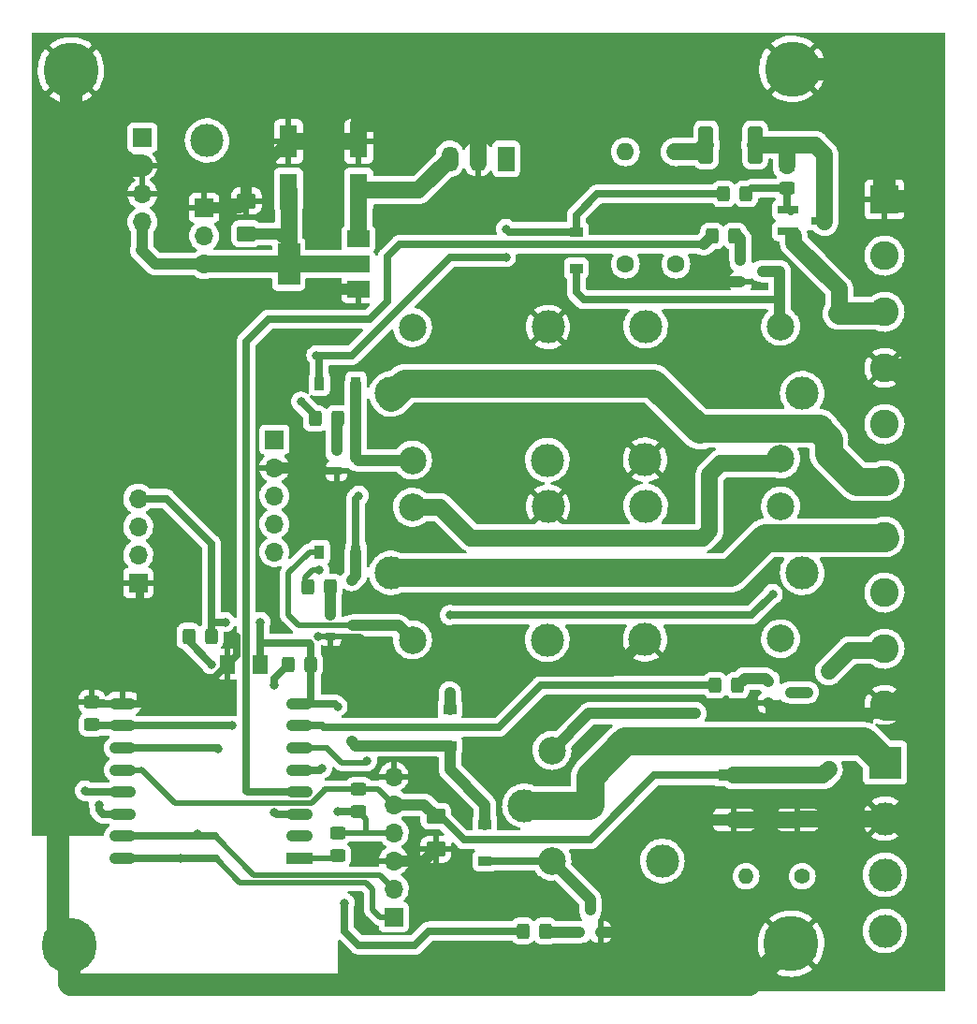
<source format=gbr>
%TF.GenerationSoftware,KiCad,Pcbnew,6.0.4-6f826c9f35~116~ubuntu22.04.1*%
%TF.CreationDate,2022-04-22T21:12:31+02:00*%
%TF.ProjectId,BRAMA,4252414d-412e-46b6-9963-61645f706362,rev?*%
%TF.SameCoordinates,Original*%
%TF.FileFunction,Copper,L1,Top*%
%TF.FilePolarity,Positive*%
%FSLAX46Y46*%
G04 Gerber Fmt 4.6, Leading zero omitted, Abs format (unit mm)*
G04 Created by KiCad (PCBNEW 6.0.4-6f826c9f35~116~ubuntu22.04.1) date 2022-04-22 21:12:31*
%MOMM*%
%LPD*%
G01*
G04 APERTURE LIST*
G04 Aperture macros list*
%AMRoundRect*
0 Rectangle with rounded corners*
0 $1 Rounding radius*
0 $2 $3 $4 $5 $6 $7 $8 $9 X,Y pos of 4 corners*
0 Add a 4 corners polygon primitive as box body*
4,1,4,$2,$3,$4,$5,$6,$7,$8,$9,$2,$3,0*
0 Add four circle primitives for the rounded corners*
1,1,$1+$1,$2,$3*
1,1,$1+$1,$4,$5*
1,1,$1+$1,$6,$7*
1,1,$1+$1,$8,$9*
0 Add four rect primitives between the rounded corners*
20,1,$1+$1,$2,$3,$4,$5,0*
20,1,$1+$1,$4,$5,$6,$7,0*
20,1,$1+$1,$6,$7,$8,$9,0*
20,1,$1+$1,$8,$9,$2,$3,0*%
G04 Aperture macros list end*
%TA.AperFunction,ComponentPad*%
%ADD10C,5.000000*%
%TD*%
%TA.AperFunction,ComponentPad*%
%ADD11R,2.600000X2.600000*%
%TD*%
%TA.AperFunction,ComponentPad*%
%ADD12C,2.600000*%
%TD*%
%TA.AperFunction,SMDPad,CuDef*%
%ADD13RoundRect,0.250000X-0.325000X-0.450000X0.325000X-0.450000X0.325000X0.450000X-0.325000X0.450000X0*%
%TD*%
%TA.AperFunction,ComponentPad*%
%ADD14R,1.700000X1.700000*%
%TD*%
%TA.AperFunction,ComponentPad*%
%ADD15O,1.700000X1.700000*%
%TD*%
%TA.AperFunction,SMDPad,CuDef*%
%ADD16RoundRect,0.250000X-0.450000X0.325000X-0.450000X-0.325000X0.450000X-0.325000X0.450000X0.325000X0*%
%TD*%
%TA.AperFunction,SMDPad,CuDef*%
%ADD17R,1.900000X0.800000*%
%TD*%
%TA.AperFunction,SMDPad,CuDef*%
%ADD18RoundRect,0.250001X-0.624999X0.462499X-0.624999X-0.462499X0.624999X-0.462499X0.624999X0.462499X0*%
%TD*%
%TA.AperFunction,SMDPad,CuDef*%
%ADD19R,0.900000X0.800000*%
%TD*%
%TA.AperFunction,ComponentPad*%
%ADD20C,3.000000*%
%TD*%
%TA.AperFunction,ComponentPad*%
%ADD21C,2.500000*%
%TD*%
%TA.AperFunction,ComponentPad*%
%ADD22C,1.600000*%
%TD*%
%TA.AperFunction,ComponentPad*%
%ADD23O,1.600000X1.600000*%
%TD*%
%TA.AperFunction,SMDPad,CuDef*%
%ADD24RoundRect,0.250000X-0.400000X-1.450000X0.400000X-1.450000X0.400000X1.450000X-0.400000X1.450000X0*%
%TD*%
%TA.AperFunction,ComponentPad*%
%ADD25R,3.000000X3.000000*%
%TD*%
%TA.AperFunction,SMDPad,CuDef*%
%ADD26RoundRect,0.250000X0.325000X0.450000X-0.325000X0.450000X-0.325000X-0.450000X0.325000X-0.450000X0*%
%TD*%
%TA.AperFunction,SMDPad,CuDef*%
%ADD27R,2.750000X1.000000*%
%TD*%
%TA.AperFunction,SMDPad,CuDef*%
%ADD28R,2.000000X1.500000*%
%TD*%
%TA.AperFunction,SMDPad,CuDef*%
%ADD29R,2.000000X3.800000*%
%TD*%
%TA.AperFunction,SMDPad,CuDef*%
%ADD30R,2.400000X1.100000*%
%TD*%
%TA.AperFunction,SMDPad,CuDef*%
%ADD31O,2.400000X1.100000*%
%TD*%
%TA.AperFunction,SMDPad,CuDef*%
%ADD32R,1.600000X3.000000*%
%TD*%
%TA.AperFunction,SMDPad,CuDef*%
%ADD33R,1.200000X0.900000*%
%TD*%
%TA.AperFunction,SMDPad,CuDef*%
%ADD34RoundRect,0.250000X0.450000X-0.325000X0.450000X0.325000X-0.450000X0.325000X-0.450000X-0.325000X0*%
%TD*%
%TA.AperFunction,SMDPad,CuDef*%
%ADD35RoundRect,0.250001X0.462499X0.624999X-0.462499X0.624999X-0.462499X-0.624999X0.462499X-0.624999X0*%
%TD*%
%TA.AperFunction,ComponentPad*%
%ADD36C,1.400000*%
%TD*%
%TA.AperFunction,ComponentPad*%
%ADD37O,1.400000X1.400000*%
%TD*%
%TA.AperFunction,SMDPad,CuDef*%
%ADD38R,0.900000X1.200000*%
%TD*%
%TA.AperFunction,SMDPad,CuDef*%
%ADD39R,0.800000X0.900000*%
%TD*%
%TA.AperFunction,ComponentPad*%
%ADD40R,1.500000X2.300000*%
%TD*%
%TA.AperFunction,ComponentPad*%
%ADD41O,1.500000X2.300000*%
%TD*%
%TA.AperFunction,SMDPad,CuDef*%
%ADD42RoundRect,0.250001X0.624999X-0.462499X0.624999X0.462499X-0.624999X0.462499X-0.624999X-0.462499X0*%
%TD*%
%TA.AperFunction,ViaPad*%
%ADD43C,0.800000*%
%TD*%
%TA.AperFunction,Conductor*%
%ADD44C,2.000000*%
%TD*%
%TA.AperFunction,Conductor*%
%ADD45C,1.500000*%
%TD*%
%TA.AperFunction,Conductor*%
%ADD46C,1.000000*%
%TD*%
%TA.AperFunction,Conductor*%
%ADD47C,0.700000*%
%TD*%
%TA.AperFunction,Conductor*%
%ADD48C,2.500000*%
%TD*%
%TA.AperFunction,Conductor*%
%ADD49C,0.500000*%
%TD*%
G04 APERTURE END LIST*
D10*
%TO.P,pad_3mm,1*%
%TO.N,GND*%
X214503000Y-50292000D03*
%TD*%
%TO.P,pad_3mm,1*%
%TO.N,GND*%
X214376000Y-129413000D03*
%TD*%
%TO.P,pad_3mm,1*%
%TO.N,GND*%
X149098000Y-129540000D03*
%TD*%
%TO.P,pad_3mm,1*%
%TO.N,GND*%
X149225000Y-50419000D03*
%TD*%
D11*
%TO.P,J1,1,Pin_1*%
%TO.N,GND*%
X222834000Y-62103000D03*
D12*
%TO.P,J1,2,Pin_2*%
%TO.N,VCC*%
X222834000Y-67183000D03*
%TO.P,J1,3,Pin_3*%
%TO.N,LED*%
X222834000Y-72263000D03*
%TO.P,J1,4,Pin_4*%
%TO.N,GND*%
X222834000Y-77343000D03*
%TO.P,J1,5*%
%TO.N,GATE1A*%
X222834000Y-82423000D03*
%TO.P,J1,6*%
%TO.N,GATE1B*%
X222834000Y-87503000D03*
%TO.P,J1,7*%
%TO.N,GATE2A*%
X222834000Y-92583000D03*
%TO.P,J1,8*%
%TO.N,GATE2B*%
X222834000Y-97663000D03*
%TO.P,J1,9*%
%TO.N,Dzwonek*%
X222834000Y-102743000D03*
%TO.P,J1,10*%
%TO.N,GND*%
X222834000Y-107823000D03*
%TD*%
D13*
%TO.P,R8,1*%
%TO.N,Brama1A*%
X207255000Y-65405000D03*
%TO.P,R8,2*%
%TO.N,Net-(Q3-Pad1)*%
X209305000Y-65405000D03*
%TD*%
D14*
%TO.P,J3,1,Pin_1*%
%TO.N,Net-(AE1-Pad1)*%
X155702000Y-56515000D03*
D15*
%TO.P,J3,2,Pin_2*%
%TO.N,GND*%
X155702000Y-59055000D03*
%TO.P,J3,3,Pin_3*%
X155702000Y-61595000D03*
%TO.P,J3,4,Pin_4*%
%TO.N,+3V3*%
X155702000Y-64135000D03*
%TD*%
D16*
%TO.P,R2,1*%
%TO.N,+3V3*%
X173355000Y-119380000D03*
%TO.P,R2,2*%
%TO.N,Net-(R2-Pad2)*%
X173355000Y-121430000D03*
%TD*%
D17*
%TO.P,Q2,1,G*%
%TO.N,Net-(Q2-Pad1)*%
X214146000Y-63058000D03*
%TO.P,Q2,2,S*%
%TO.N,LED*%
X214146000Y-64958000D03*
%TO.P,Q2,3,D*%
%TO.N,Net-(F2-Pad2)*%
X217146000Y-64008000D03*
%TD*%
D18*
%TO.P,C2,1*%
%TO.N,Dzwonek*%
X182245000Y-117892500D03*
%TO.P,C2,2*%
%TO.N,GND*%
X182245000Y-120867500D03*
%TD*%
D19*
%TO.P,Q5,1,G*%
%TO.N,Net-(Q5-Pad1)*%
X172720000Y-99695000D03*
%TO.P,Q5,2,S*%
%TO.N,GND*%
X172720000Y-101595000D03*
%TO.P,Q5,3,D*%
%TO.N,Net-(D3-Pad1)*%
X174720000Y-100645000D03*
%TD*%
D20*
%TO.P,K5,1*%
%TO.N,GATE2B*%
X215383000Y-95885000D03*
D21*
%TO.P,K5,2*%
%TO.N,Net-(D2-Pad1)*%
X213433000Y-89835000D03*
D20*
%TO.P,K5,3*%
%TO.N,Net-(F4-Pad1)*%
X201233000Y-89835000D03*
%TO.P,K5,4*%
%TO.N,GND*%
X201183000Y-101885000D03*
D21*
%TO.P,K5,5*%
%TO.N,+5V*%
X213433000Y-101835000D03*
%TD*%
D22*
%TO.P,F4,1*%
%TO.N,Net-(F4-Pad1)*%
X203962000Y-67945000D03*
D23*
%TO.P,F4,2*%
%TO.N,VCC*%
X203962000Y-57785000D03*
%TD*%
D19*
%TO.P,Q3,1,G*%
%TO.N,Net-(Q3-Pad1)*%
X209820000Y-67630000D03*
%TO.P,Q3,2,S*%
%TO.N,GND*%
X209820000Y-69530000D03*
%TO.P,Q3,3,D*%
%TO.N,Net-(D5-Pad1)*%
X211820000Y-68580000D03*
%TD*%
D24*
%TO.P,F2,1*%
%TO.N,VCC*%
X206690000Y-57150000D03*
%TO.P,F2,2*%
%TO.N,Net-(F2-Pad2)*%
X211140000Y-57150000D03*
%TD*%
D22*
%TO.P,F3,1*%
%TO.N,Net-(F3-Pad1)*%
X199390000Y-67945000D03*
D23*
%TO.P,F3,2*%
%TO.N,VCC*%
X199390000Y-57785000D03*
%TD*%
D20*
%TO.P,K4,1*%
%TO.N,GATE2A*%
X178190000Y-95885000D03*
D21*
%TO.P,K4,2*%
%TO.N,Net-(D3-Pad1)*%
X180140000Y-101935000D03*
D20*
%TO.P,K4,3*%
%TO.N,Net-(F4-Pad1)*%
X192340000Y-101935000D03*
%TO.P,K4,4*%
%TO.N,GND*%
X192390000Y-89885000D03*
D21*
%TO.P,K4,5*%
%TO.N,+5V*%
X180140000Y-89935000D03*
%TD*%
D19*
%TO.P,Q4,1,G*%
%TO.N,Net-(Q4-Pad1)*%
X173260000Y-84775000D03*
%TO.P,Q4,2,S*%
%TO.N,GND*%
X173260000Y-86675000D03*
%TO.P,Q4,3,D*%
%TO.N,Net-(D4-Pad1)*%
X175260000Y-85725000D03*
%TD*%
D25*
%TO.P,J4,1,Pin_1*%
%TO.N,Net-(J4-Pad1)*%
X222885000Y-113030000D03*
D20*
%TO.P,J4,2,Pin_2*%
%TO.N,GND*%
X222885000Y-118110000D03*
%TO.P,J4,3,Pin_3*%
%TO.N,Net-(F1-Pad1)*%
X222885000Y-123190000D03*
%TO.P,J4,4,Pin_4*%
%TO.N,VCC*%
X222885000Y-128270000D03*
%TD*%
D26*
%TO.P,R1,1*%
%TO.N,+3V3*%
X170960000Y-104140000D03*
%TO.P,R1,2*%
%TO.N,Net-(R1-Pad2)*%
X168910000Y-104140000D03*
%TD*%
D27*
%TO.P,SW1,1,1*%
%TO.N,Dzwonek*%
X209210000Y-114205000D03*
X214970000Y-114205000D03*
%TO.P,SW1,2,2*%
%TO.N,GND*%
X209210000Y-118205000D03*
X214970000Y-118205000D03*
%TD*%
D28*
%TO.P,U2,1,GND*%
%TO.N,GND*%
X175235000Y-70245000D03*
%TO.P,U2,2,VO*%
%TO.N,+3V3*%
X175235000Y-67945000D03*
D29*
X168935000Y-67945000D03*
D28*
%TO.P,U2,3,VI*%
%TO.N,+5V*%
X175235000Y-65645000D03*
%TD*%
D13*
%TO.P,R3,1*%
%TO.N,Furtka*%
X190110000Y-128270000D03*
%TO.P,R3,2*%
%TO.N,Net-(Q1-Pad1)*%
X192160000Y-128270000D03*
%TD*%
D30*
%TO.P,U1,1,REST*%
%TO.N,Net-(R2-Pad2)*%
X169925000Y-121710000D03*
D31*
%TO.P,U1,2,ADC*%
%TO.N,unconnected-(U1-Pad2)*%
X169925000Y-119710000D03*
%TO.P,U1,3,CH_PD*%
%TO.N,Net-(R1-Pad2)*%
X169925000Y-117710000D03*
%TO.P,U1,4,GPIO16*%
%TO.N,Brama1A*%
X169925000Y-115710000D03*
%TO.P,U1,5,GPIO14*%
%TO.N,Brama1B*%
X169925000Y-113710000D03*
%TO.P,U1,6,GPIO12*%
%TO.N,Brama2A*%
X169925000Y-111710000D03*
%TO.P,U1,7,GPIO13*%
%TO.N,Brama2B*%
X169925000Y-109710000D03*
%TO.P,U1,8,VCC*%
%TO.N,+3V3*%
X169925000Y-107710000D03*
%TO.P,U1,15,GND*%
%TO.N,GND*%
X153925000Y-107710000D03*
%TO.P,U1,16,GPIO15*%
%TO.N,Furtka*%
X153925000Y-109710000D03*
%TO.P,U1,17,GPIO2*%
%TO.N,CON*%
X153925000Y-111710000D03*
%TO.P,U1,18,GPIO0*%
%TO.N,Dzwonek*%
X153925000Y-113710000D03*
%TO.P,U1,19,GPIO4*%
%TO.N,RF-Tx*%
X153925000Y-115710000D03*
%TO.P,U1,20,GPIO5*%
%TO.N,RF-Rx*%
X153925000Y-117710000D03*
%TO.P,U1,21,RXD*%
%TO.N,RxD*%
X153925000Y-119710000D03*
%TO.P,U1,22,TXD*%
%TO.N,TxD*%
X153925000Y-121710000D03*
%TD*%
D32*
%TO.P,C4,1*%
%TO.N,+3V3*%
X168910000Y-61255000D03*
%TO.P,C4,2*%
%TO.N,GND*%
X168910000Y-56855000D03*
%TD*%
D16*
%TO.P,R12,1*%
%TO.N,Net-(F2-Pad2)*%
X213995000Y-59055000D03*
%TO.P,R12,2*%
%TO.N,Net-(Q2-Pad1)*%
X213995000Y-61105000D03*
%TD*%
D33*
%TO.P,D5,1,K*%
%TO.N,Net-(D5-Pad1)*%
X194945000Y-68325000D03*
%TO.P,D5,2,A*%
%TO.N,Net-(D1-Pad2)*%
X194945000Y-65025000D03*
%TD*%
D34*
%TO.P,R5,1*%
%TO.N,Furtka*%
X151130000Y-109610000D03*
%TO.P,R5,2*%
%TO.N,GND*%
X151130000Y-107560000D03*
%TD*%
D35*
%TO.P,C1,1*%
%TO.N,+3V3*%
X166370000Y-104140000D03*
%TO.P,C1,2*%
%TO.N,GND*%
X163395000Y-104140000D03*
%TD*%
D16*
%TO.P,R6,1*%
%TO.N,Dzwonek*%
X175260000Y-115425000D03*
%TO.P,R6,2*%
%TO.N,+3V3*%
X175260000Y-117475000D03*
%TD*%
D13*
%TO.P,R9,1*%
%TO.N,Brama1B*%
X171305000Y-81915000D03*
%TO.P,R9,2*%
%TO.N,Net-(Q4-Pad1)*%
X173355000Y-81915000D03*
%TD*%
D36*
%TO.P,F1,1*%
%TO.N,Net-(F1-Pad1)*%
X215392000Y-123317000D03*
D37*
%TO.P,F1,2*%
%TO.N,Net-(F1-Pad2)*%
X210312000Y-123317000D03*
%TD*%
D13*
%TO.P,R10,1*%
%TO.N,Brama2A*%
X170670000Y-97155000D03*
%TO.P,R10,2*%
%TO.N,Net-(Q5-Pad1)*%
X172720000Y-97155000D03*
%TD*%
%TO.P,R11,1*%
%TO.N,Brama2B*%
X207500000Y-106045000D03*
%TO.P,R11,2*%
%TO.N,Net-(Q6-Pad1)*%
X209550000Y-106045000D03*
%TD*%
D38*
%TO.P,D3,1,K*%
%TO.N,Net-(D3-Pad1)*%
X171705000Y-93980000D03*
%TO.P,D3,2,A*%
%TO.N,Net-(D1-Pad2)*%
X175005000Y-93980000D03*
%TD*%
D33*
%TO.P,D2,1,K*%
%TO.N,Net-(D2-Pad1)*%
X183515000Y-108205000D03*
%TO.P,D2,2,A*%
%TO.N,Net-(D1-Pad2)*%
X183515000Y-111505000D03*
%TD*%
D32*
%TO.P,C3,1*%
%TO.N,+5V*%
X175260000Y-61255000D03*
%TO.P,C3,2*%
%TO.N,GND*%
X175260000Y-56855000D03*
%TD*%
D14*
%TO.P,J2,1,Pin_1*%
%TO.N,GND*%
X155321000Y-96774000D03*
D15*
%TO.P,J2,2,Pin_2*%
%TO.N,unconnected-(J2-Pad2)*%
X155321000Y-94234000D03*
%TO.P,J2,3,Pin_3*%
%TO.N,RF-Rx*%
X155321000Y-91694000D03*
%TO.P,J2,4,Pin_4*%
%TO.N,+3V3*%
X155321000Y-89154000D03*
%TD*%
D14*
%TO.P,J7,1,Pin_1*%
%TO.N,+3V3*%
X167640000Y-83820000D03*
D15*
%TO.P,J7,2,Pin_2*%
%TO.N,GND*%
X167640000Y-86360000D03*
%TO.P,J7,3,Pin_3*%
%TO.N,TxD*%
X167640000Y-88900000D03*
%TO.P,J7,4,Pin_4*%
%TO.N,RxD*%
X167640000Y-91440000D03*
%TO.P,J7,5,Pin_5*%
%TO.N,CON*%
X167640000Y-93980000D03*
%TD*%
D13*
%TO.P,R4,1*%
%TO.N,Net-(D1-Pad2)*%
X208280000Y-61595000D03*
%TO.P,R4,2*%
%TO.N,Net-(Q2-Pad1)*%
X210330000Y-61595000D03*
%TD*%
D20*
%TO.P,K1,1*%
%TO.N,Net-(J4-Pad1)*%
X190250000Y-116940000D03*
D21*
%TO.P,K1,2*%
%TO.N,Net-(D1-Pad1)*%
X192750000Y-121940000D03*
D20*
%TO.P,K1,3*%
%TO.N,Net-(F1-Pad2)*%
X202750000Y-121940000D03*
D21*
%TO.P,K1,5*%
%TO.N,+5V*%
X192750000Y-111940000D03*
%TD*%
D39*
%TO.P,Q1,1,G*%
%TO.N,Net-(Q1-Pad1)*%
X195265000Y-128365000D03*
%TO.P,Q1,2,S*%
%TO.N,GND*%
X197165000Y-128365000D03*
%TO.P,Q1,3,D*%
%TO.N,Net-(D1-Pad1)*%
X196215000Y-126365000D03*
%TD*%
D20*
%TO.P,J11,1,Pin_1*%
%TO.N,Net-(AE1-Pad1)*%
X161544000Y-56769000D03*
%TD*%
%TO.P,K2,1*%
%TO.N,GATE1A*%
X215383000Y-79629000D03*
D21*
%TO.P,K2,2*%
%TO.N,Net-(D5-Pad1)*%
X213433000Y-73579000D03*
D20*
%TO.P,K2,3*%
%TO.N,Net-(F3-Pad1)*%
X201233000Y-73579000D03*
%TO.P,K2,4*%
%TO.N,GND*%
X201183000Y-85629000D03*
D21*
%TO.P,K2,5*%
%TO.N,+5V*%
X213433000Y-85579000D03*
%TD*%
D14*
%TO.P,J6,1,Pin_1*%
%TO.N,TxD*%
X178435000Y-127000000D03*
D15*
%TO.P,J6,2,Pin_2*%
%TO.N,RxD*%
X178435000Y-124460000D03*
%TO.P,J6,3,Pin_3*%
%TO.N,GND*%
X178435000Y-121920000D03*
%TO.P,J6,4,Pin_4*%
%TO.N,+3V3*%
X178435000Y-119380000D03*
%TO.P,J6,5,Pin_5*%
%TO.N,Dzwonek*%
X178435000Y-116840000D03*
%TO.P,J6,6,Pin_6*%
%TO.N,GND*%
X178435000Y-114300000D03*
%TD*%
D40*
%TO.P,U3,1,IN*%
%TO.N,VCC*%
X188595000Y-58420000D03*
D41*
%TO.P,U3,2,GND*%
%TO.N,GND*%
X186055000Y-58420000D03*
%TO.P,U3,3,OUT*%
%TO.N,+5V*%
X183515000Y-58420000D03*
%TD*%
D20*
%TO.P,K3,1*%
%TO.N,GATE1B*%
X178190000Y-79629000D03*
D21*
%TO.P,K3,2*%
%TO.N,Net-(D4-Pad1)*%
X180140000Y-85679000D03*
D20*
%TO.P,K3,3*%
%TO.N,Net-(F3-Pad1)*%
X192340000Y-85679000D03*
%TO.P,K3,4*%
%TO.N,GND*%
X192390000Y-73629000D03*
D21*
%TO.P,K3,5*%
%TO.N,+5V*%
X180140000Y-73679000D03*
%TD*%
D19*
%TO.P,Q6,1,G*%
%TO.N,Net-(Q6-Pad1)*%
X212360000Y-105730000D03*
%TO.P,Q6,2,S*%
%TO.N,GND*%
X212360000Y-107630000D03*
%TO.P,Q6,3,D*%
%TO.N,Net-(D2-Pad1)*%
X214360000Y-106680000D03*
%TD*%
D26*
%TO.P,R7,1*%
%TO.N,+3V3*%
X161925000Y-101600000D03*
%TO.P,R7,2*%
%TO.N,CON*%
X159875000Y-101600000D03*
%TD*%
D42*
%TO.P,C5,1*%
%TO.N,+3V3*%
X165100000Y-65205000D03*
%TO.P,C5,2*%
%TO.N,GND*%
X165100000Y-62230000D03*
%TD*%
D33*
%TO.P,D1,1,K*%
%TO.N,Net-(D1-Pad1)*%
X186690000Y-121920000D03*
%TO.P,D1,2,A*%
%TO.N,Net-(D1-Pad2)*%
X186690000Y-118620000D03*
%TD*%
D14*
%TO.P,J5,1,Pin_1*%
%TO.N,GND*%
X161290000Y-62865000D03*
D15*
%TO.P,J5,2,Pin_2*%
%TO.N,RF-Tx*%
X161290000Y-65405000D03*
%TO.P,J5,3,Pin_3*%
%TO.N,+3V3*%
X161290000Y-67945000D03*
%TD*%
D38*
%TO.P,D4,1,K*%
%TO.N,Net-(D4-Pad1)*%
X175005000Y-78740000D03*
%TO.P,D4,2,A*%
%TO.N,Net-(D1-Pad2)*%
X171705000Y-78740000D03*
%TD*%
D43*
%TO.N,+5V*%
X205740000Y-108585000D03*
%TO.N,GND*%
X208280000Y-69215000D03*
X171577000Y-101595000D03*
X172849447Y-89024553D03*
X164150500Y-101600000D03*
X172085000Y-69850000D03*
X172085000Y-63627000D03*
%TO.N,+3V3*%
X166370000Y-100330000D03*
X173355000Y-107950000D03*
X173355000Y-117475000D03*
X163195000Y-100330000D03*
%TO.N,Net-(D2-Pad1)*%
X212725000Y-97790000D03*
X183515000Y-99695000D03*
X215900000Y-106680000D03*
X183515000Y-106680000D03*
%TO.N,RF-Rx*%
X151765000Y-116840000D03*
%TO.N,RF-Tx*%
X150495000Y-115570000D03*
%TO.N,TxD*%
X159131000Y-121666000D03*
%TO.N,RxD*%
X160655000Y-119507000D03*
%TO.N,Dzwonek*%
X217805000Y-104775000D03*
X217805000Y-113665000D03*
%TO.N,CON*%
X161925000Y-104140000D03*
X162560000Y-111760000D03*
%TO.N,Furtka*%
X173990000Y-125730000D03*
X163830000Y-109710000D03*
%TO.N,Brama1B*%
X170053000Y-80391000D03*
X171958000Y-113538000D03*
%TO.N,Brama2A*%
X171704000Y-95631000D03*
X176022000Y-112903000D03*
%TO.N,Net-(R1-Pad2)*%
X167640000Y-106045000D03*
X167640000Y-117559980D03*
%TO.N,Net-(D1-Pad2)*%
X188595000Y-64770000D03*
X171450000Y-76200000D03*
X175260000Y-88900000D03*
X174625000Y-111125000D03*
X174625000Y-96520000D03*
X188595000Y-67310000D03*
%TD*%
D44*
%TO.N,GND*%
X149140484Y-133118017D02*
X149606158Y-133118724D01*
X149098000Y-133075533D02*
X149140484Y-133118017D01*
X149606158Y-133118724D02*
X210670276Y-133118724D01*
X149098000Y-129540000D02*
X149098000Y-133075533D01*
X210670276Y-133118724D02*
X214376000Y-129413000D01*
X149225000Y-80645000D02*
X148082000Y-81788000D01*
X148082000Y-81788000D02*
X148082000Y-128524000D01*
X149225000Y-58420000D02*
X149225000Y-80645000D01*
X148082000Y-128524000D02*
X149098000Y-129540000D01*
X222834000Y-50749000D02*
X222377000Y-50292000D01*
X222834000Y-62103000D02*
X222834000Y-50749000D01*
X222377000Y-50292000D02*
X214503000Y-50292000D01*
X149352000Y-59055000D02*
X148971000Y-58674000D01*
X155702000Y-59055000D02*
X149352000Y-59055000D01*
X148971000Y-58674000D02*
X149225000Y-58420000D01*
X149225000Y-58420000D02*
X149225000Y-50419000D01*
D45*
%TO.N,+5V*%
X180680000Y-61255000D02*
X183515000Y-58420000D01*
X175260000Y-61255000D02*
X180680000Y-61255000D01*
X180140000Y-89935000D02*
X182645000Y-89935000D01*
D46*
X192750000Y-111940000D02*
X196105000Y-108585000D01*
D45*
X207010000Y-86995000D02*
X208045000Y-85960000D01*
X175260000Y-61255000D02*
X175260000Y-65620000D01*
X182645000Y-89935000D02*
X185420000Y-92710000D01*
X206375000Y-92710000D02*
X207010000Y-92075000D01*
D46*
X196105000Y-108585000D02*
X205740000Y-108585000D01*
D45*
X208045000Y-85960000D02*
X213315000Y-85960000D01*
X175260000Y-65620000D02*
X175235000Y-65645000D01*
X207010000Y-92075000D02*
X207010000Y-86995000D01*
X185420000Y-92710000D02*
X206375000Y-92710000D01*
D46*
%TO.N,GND*%
X213315000Y-108585000D02*
X212360000Y-107630000D01*
D47*
X153925000Y-107710000D02*
X151280000Y-107710000D01*
D46*
X199390000Y-119380000D02*
X200565000Y-118205000D01*
X200565000Y-118205000D02*
X209210000Y-118205000D01*
D45*
X186055000Y-58420000D02*
X186055000Y-55245000D01*
D47*
X163395000Y-104140000D02*
X164200480Y-103334520D01*
X155970000Y-107710000D02*
X155550000Y-107290000D01*
D45*
X215065000Y-118110000D02*
X214970000Y-118205000D01*
X185420000Y-55245000D02*
X175260000Y-55245000D01*
D48*
X222885000Y-118110000D02*
X226060000Y-118110000D01*
D46*
X167640000Y-86360000D02*
X171831000Y-86360000D01*
D47*
X151280000Y-107710000D02*
X151130000Y-107560000D01*
X171958000Y-86233000D02*
X171958000Y-88133106D01*
D46*
X172085000Y-63627000D02*
X172085000Y-57150000D01*
D47*
X155970000Y-107710000D02*
X153925000Y-107710000D01*
D44*
X226695000Y-76835000D02*
X226695000Y-62230000D01*
D46*
X175235000Y-70245000D02*
X172480000Y-70245000D01*
D49*
X175382000Y-101595000D02*
X175900000Y-102113000D01*
D46*
X222250000Y-108585000D02*
X213315000Y-108585000D01*
X199390000Y-127635000D02*
X199390000Y-119380000D01*
D47*
X173260000Y-86675000D02*
X172400000Y-86675000D01*
D46*
X172085000Y-57150000D02*
X172380000Y-56855000D01*
X181192500Y-121920000D02*
X182245000Y-120867500D01*
D48*
X226695000Y-107950000D02*
X222885000Y-107950000D01*
D47*
X164200480Y-103334520D02*
X164200480Y-101600000D01*
D46*
X209820000Y-69530000D02*
X208595000Y-69530000D01*
D44*
X222885000Y-77470000D02*
X226060000Y-77470000D01*
D46*
X165100000Y-60665000D02*
X168910000Y-56855000D01*
D45*
X172380000Y-56855000D02*
X168910000Y-56855000D01*
X175260000Y-56855000D02*
X172380000Y-56855000D01*
D46*
X178435000Y-121920000D02*
X181192500Y-121920000D01*
D49*
X172720000Y-101595000D02*
X171577000Y-101595000D01*
D46*
X172480000Y-70245000D02*
X172085000Y-69850000D01*
X165100000Y-62230000D02*
X165100000Y-60665000D01*
D49*
X172720000Y-101595000D02*
X175382000Y-101595000D01*
D46*
X175900000Y-104775000D02*
X177800000Y-104775000D01*
D44*
X226060000Y-77470000D02*
X226695000Y-76835000D01*
D46*
X197165000Y-128365000D02*
X198660000Y-128365000D01*
D49*
X175900000Y-102113000D02*
X175900000Y-104775000D01*
D46*
X208595000Y-69530000D02*
X208280000Y-69215000D01*
X164465000Y-62865000D02*
X165100000Y-62230000D01*
D45*
X214970000Y-118205000D02*
X209210000Y-118205000D01*
X222885000Y-118110000D02*
X215065000Y-118110000D01*
D48*
X226695000Y-117475000D02*
X226695000Y-107950000D01*
D46*
X161290000Y-62865000D02*
X164465000Y-62865000D01*
X177800000Y-104775000D02*
X198175000Y-104775000D01*
D47*
X159825000Y-107710000D02*
X155970000Y-107710000D01*
D46*
X198175000Y-104775000D02*
X201065000Y-101885000D01*
D47*
X164200480Y-101600000D02*
X164150500Y-101600000D01*
D48*
X226060000Y-118110000D02*
X226695000Y-117475000D01*
D44*
X226695000Y-62230000D02*
X222885000Y-62230000D01*
D47*
X171958000Y-88133106D02*
X172849447Y-89024553D01*
D46*
X198660000Y-128365000D02*
X199390000Y-127635000D01*
D47*
X163395000Y-104140000D02*
X159825000Y-107710000D01*
D46*
X222885000Y-107950000D02*
X222250000Y-108585000D01*
D47*
X155550000Y-107290000D02*
X155550000Y-97561000D01*
D46*
%TO.N,+3V3*%
X165100000Y-65205000D02*
X168075000Y-65205000D01*
X168075000Y-65205000D02*
X168935000Y-66065000D01*
D47*
X175260000Y-117475000D02*
X173355000Y-117475000D01*
D45*
X168935000Y-62890000D02*
X168935000Y-61280000D01*
X161295000Y-67945000D02*
X168905000Y-67945000D01*
D49*
X173355000Y-119380000D02*
X175895000Y-119380000D01*
D45*
X168935000Y-67945000D02*
X168935000Y-66065000D01*
D47*
X170815000Y-102235000D02*
X166370000Y-102235000D01*
X170960000Y-104140000D02*
X170960000Y-107460000D01*
D49*
X175895000Y-118110000D02*
X175895000Y-119380000D01*
D45*
X168935000Y-66065000D02*
X168935000Y-62890000D01*
D46*
X155702000Y-66548000D02*
X155702000Y-64135000D01*
D47*
X173115000Y-107710000D02*
X173355000Y-107950000D01*
X161925000Y-93218000D02*
X157861000Y-89154000D01*
D46*
X155575000Y-66675000D02*
X155702000Y-66548000D01*
D47*
X157861000Y-89154000D02*
X155321000Y-89154000D01*
X171210000Y-107710000D02*
X173115000Y-107710000D01*
X170960000Y-102380000D02*
X170815000Y-102235000D01*
D45*
X175235000Y-67945000D02*
X168935000Y-67945000D01*
D49*
X175260000Y-117475000D02*
X175895000Y-118110000D01*
X175895000Y-119380000D02*
X178435000Y-119380000D01*
D45*
X168925000Y-62880000D02*
X168935000Y-62890000D01*
D47*
X166370000Y-102235000D02*
X166370000Y-104140000D01*
X166370000Y-102235000D02*
X166370000Y-100330000D01*
D46*
X156845000Y-67945000D02*
X155575000Y-66675000D01*
X161290000Y-67945000D02*
X156845000Y-67945000D01*
D47*
X161925000Y-100330000D02*
X163195000Y-100330000D01*
D45*
X168935000Y-61280000D02*
X168910000Y-61255000D01*
D47*
X161925000Y-101600000D02*
X161925000Y-100330000D01*
X170960000Y-107460000D02*
X171210000Y-107710000D01*
X161925000Y-100330000D02*
X161925000Y-93218000D01*
D49*
X169925000Y-107710000D02*
X171210000Y-107710000D01*
D47*
X170960000Y-104140000D02*
X170960000Y-102380000D01*
D49*
%TO.N,Net-(D3-Pad1)*%
X168910000Y-95885000D02*
X170815000Y-93980000D01*
X170815000Y-93980000D02*
X171705000Y-93980000D01*
X169860000Y-100645000D02*
X168910000Y-99695000D01*
X174720000Y-100645000D02*
X169860000Y-100645000D01*
D46*
X178850000Y-100645000D02*
X180140000Y-101935000D01*
D49*
X168910000Y-99695000D02*
X168910000Y-95885000D01*
D46*
X174720000Y-100645000D02*
X178850000Y-100645000D01*
%TO.N,Net-(D4-Pad1)*%
X175260000Y-85725000D02*
X179805000Y-85725000D01*
X175005000Y-78740000D02*
X175005000Y-85470000D01*
D49*
X175005000Y-85470000D02*
X175260000Y-85725000D01*
D46*
%TO.N,Net-(D5-Pad1)*%
X213360000Y-68580000D02*
X211820000Y-68580000D01*
X213315000Y-71165000D02*
X213315000Y-68625000D01*
X213315000Y-68625000D02*
X213360000Y-68580000D01*
D47*
X194945000Y-70485000D02*
X195625000Y-71165000D01*
D46*
X213315000Y-73960000D02*
X213315000Y-71165000D01*
D47*
X195625000Y-71165000D02*
X213315000Y-71165000D01*
X194945000Y-68325000D02*
X194945000Y-70485000D01*
%TO.N,Net-(D2-Pad1)*%
X183515000Y-99695000D02*
X210820000Y-99695000D01*
X210820000Y-99695000D02*
X212725000Y-97790000D01*
D46*
X183515000Y-108205000D02*
X183515000Y-106680000D01*
X214360000Y-106680000D02*
X215900000Y-106680000D01*
%TO.N,Net-(Q1-Pad1)*%
X192255000Y-128365000D02*
X192160000Y-128270000D01*
X195265000Y-128365000D02*
X192255000Y-128365000D01*
%TO.N,Net-(D1-Pad1)*%
X196215000Y-126365000D02*
X196215000Y-125405000D01*
D47*
X186710000Y-121940000D02*
X186690000Y-121920000D01*
X192750000Y-121940000D02*
X186710000Y-121940000D01*
D46*
X196215000Y-125405000D02*
X192750000Y-121940000D01*
%TO.N,Net-(Q3-Pad1)*%
X209820000Y-67630000D02*
X209820000Y-65675000D01*
X209820000Y-65675000D02*
X209550000Y-65405000D01*
%TO.N,Net-(Q4-Pad1)*%
X173260000Y-82010000D02*
X173355000Y-81915000D01*
X173260000Y-84775000D02*
X173260000Y-82010000D01*
%TO.N,Net-(Q5-Pad1)*%
X172720000Y-99695000D02*
X172720000Y-97155000D01*
%TO.N,Net-(Q6-Pad1)*%
X209550000Y-106045000D02*
X210185000Y-105410000D01*
X212040000Y-105410000D02*
X212360000Y-105730000D01*
X210185000Y-105410000D02*
X212040000Y-105410000D01*
D45*
%TO.N,VCC*%
X206055000Y-57785000D02*
X206690000Y-57150000D01*
X203835000Y-57785000D02*
X206055000Y-57785000D01*
D47*
%TO.N,RF-Rx*%
X152165000Y-117710000D02*
X153925000Y-117710000D01*
X151765000Y-117310000D02*
X151765000Y-116840000D01*
X152165000Y-117710000D02*
X151765000Y-117310000D01*
%TO.N,RF-Tx*%
X150635000Y-115710000D02*
X150495000Y-115570000D01*
X153925000Y-115710000D02*
X150635000Y-115710000D01*
%TO.N,TxD*%
X153925000Y-121710000D02*
X162350000Y-121710000D01*
D49*
X176530000Y-126365000D02*
X177165000Y-127000000D01*
X175895000Y-123889520D02*
X176530000Y-124524520D01*
X162350000Y-121710000D02*
X164529519Y-123889519D01*
X164529519Y-123889519D02*
X175895000Y-123889520D01*
X176530000Y-124524520D02*
X176530000Y-126365000D01*
X177165000Y-127000000D02*
X178435000Y-127000000D01*
%TO.N,RxD*%
X162255000Y-119710000D02*
X165735000Y-123190000D01*
D47*
X153925000Y-119710000D02*
X162255000Y-119710000D01*
D49*
X165735000Y-123190000D02*
X177165000Y-123190000D01*
X177165000Y-123190000D02*
X178435000Y-124460000D01*
D45*
%TO.N,Net-(F2-Pad2)*%
X213995000Y-57150000D02*
X213995000Y-59055000D01*
X211140000Y-57150000D02*
X213995000Y-57150000D01*
X216535000Y-57150000D02*
X213995000Y-57150000D01*
X217400000Y-58015000D02*
X216535000Y-57150000D01*
X217400000Y-64135000D02*
X217400000Y-58015000D01*
D49*
%TO.N,Dzwonek*%
X177020000Y-115425000D02*
X178435000Y-116840000D01*
X158620480Y-116710480D02*
X155575000Y-113665000D01*
D47*
X202025000Y-114205000D02*
X209210000Y-114205000D01*
D49*
X170988054Y-116710480D02*
X158620480Y-116710480D01*
D47*
X196215000Y-120015000D02*
X202025000Y-114205000D01*
X184785000Y-120015000D02*
X196215000Y-120015000D01*
D46*
X181192500Y-116840000D02*
X182245000Y-117892500D01*
D45*
X214970000Y-114205000D02*
X217265000Y-114205000D01*
D49*
X172085000Y-115613534D02*
X170988054Y-116710480D01*
X175260000Y-115425000D02*
X172230000Y-115425000D01*
D45*
X209210000Y-114205000D02*
X214970000Y-114205000D01*
D49*
X172230000Y-115425000D02*
X172085000Y-115570000D01*
D45*
X222885000Y-102870000D02*
X219710000Y-102870000D01*
D49*
X155530000Y-113710000D02*
X153925000Y-113710000D01*
D45*
X219710000Y-102870000D02*
X217805000Y-104775000D01*
D49*
X172085000Y-115570000D02*
X172085000Y-115613534D01*
D46*
X178435000Y-116840000D02*
X181192500Y-116840000D01*
D49*
X155575000Y-113665000D02*
X155530000Y-113710000D01*
X175260000Y-115425000D02*
X177020000Y-115425000D01*
D47*
X182662500Y-117892500D02*
X184785000Y-120015000D01*
X182245000Y-117892500D02*
X182662500Y-117892500D01*
D45*
X217265000Y-114205000D02*
X217805000Y-113665000D01*
D47*
%TO.N,CON*%
X159875000Y-102090000D02*
X161925000Y-104140000D01*
X156160000Y-111710000D02*
X162510000Y-111710000D01*
X162510000Y-111710000D02*
X162560000Y-111760000D01*
X153925000Y-111710000D02*
X156160000Y-111710000D01*
X159875000Y-101600000D02*
X159875000Y-102090000D01*
%TO.N,Furtka*%
X151230000Y-109710000D02*
X151130000Y-109610000D01*
X175260000Y-129540000D02*
X173990000Y-128270000D01*
X190110000Y-128270000D02*
X181610000Y-128270000D01*
X180340000Y-129540000D02*
X175260000Y-129540000D01*
X153925000Y-109710000D02*
X163830000Y-109710000D01*
X153925000Y-109710000D02*
X151230000Y-109710000D01*
X173990000Y-128270000D02*
X173990000Y-125730000D01*
X181610000Y-128270000D02*
X180340000Y-129540000D01*
%TO.N,Brama1B*%
X171305000Y-81643000D02*
X170053000Y-80391000D01*
X171305000Y-81915000D02*
X171305000Y-81643000D01*
X169925000Y-113710000D02*
X171786000Y-113710000D01*
X171786000Y-113710000D02*
X171958000Y-113538000D01*
D49*
%TO.N,Brama2A*%
X172416000Y-111710000D02*
X172466000Y-111760000D01*
X171704000Y-95631000D02*
X171069000Y-95631000D01*
X172466000Y-111760000D02*
X173736000Y-113030000D01*
X170434000Y-96919000D02*
X170670000Y-97155000D01*
X170434000Y-96266000D02*
X170434000Y-96919000D01*
X171069000Y-95631000D02*
X170434000Y-96266000D01*
X169925000Y-111710000D02*
X172416000Y-111710000D01*
X173736000Y-113030000D02*
X175768000Y-113030000D01*
X175768000Y-113030000D02*
X175895000Y-113030000D01*
X175895000Y-113030000D02*
X176022000Y-112903000D01*
D47*
%TO.N,Brama2B*%
X171940000Y-109710000D02*
X169925000Y-109710000D01*
X172085000Y-109855000D02*
X171940000Y-109710000D01*
X191770000Y-106045000D02*
X187960000Y-109855000D01*
X187960000Y-109855000D02*
X172085000Y-109855000D01*
X207500000Y-106045000D02*
X191770000Y-106045000D01*
%TO.N,Net-(Q2-Pad1)*%
X213995000Y-61105000D02*
X210820000Y-61105000D01*
X213995000Y-61105000D02*
X213995000Y-62780000D01*
X213995000Y-62780000D02*
X214400000Y-63185000D01*
X210820000Y-61105000D02*
X210330000Y-61595000D01*
%TO.N,Net-(R1-Pad2)*%
X167640000Y-106045000D02*
X167640000Y-105410000D01*
X167640000Y-117510000D02*
X167640000Y-117559980D01*
X167640000Y-105410000D02*
X168910000Y-104140000D01*
X169925000Y-117710000D02*
X167840000Y-117710000D01*
X167840000Y-117710000D02*
X167640000Y-117510000D01*
D49*
%TO.N,Net-(R2-Pad2)*%
X169925000Y-121710000D02*
X173075000Y-121710000D01*
X173075000Y-121710000D02*
X173355000Y-121430000D01*
D47*
%TO.N,Brama1A*%
X165100000Y-115570000D02*
X165240000Y-115710000D01*
X178935489Y-66174511D02*
X177831750Y-67278250D01*
D46*
X206485489Y-66174511D02*
X207255000Y-65405000D01*
D47*
X176244250Y-72929750D02*
X167100250Y-72929750D01*
X177831750Y-71342250D02*
X176244250Y-72929750D01*
X165240000Y-115710000D02*
X169925000Y-115710000D01*
X177831750Y-67278250D02*
X177831750Y-71342250D01*
X206485489Y-66174511D02*
X178935489Y-66174511D01*
X165100000Y-74930000D02*
X165100000Y-115570000D01*
X167100250Y-72929750D02*
X165100000Y-74930000D01*
D46*
%TO.N,Net-(D1-Pad2)*%
X175005000Y-93980000D02*
X175005000Y-96140000D01*
D47*
X194945000Y-63500000D02*
X194945000Y-65025000D01*
D46*
X183515000Y-113665000D02*
X183515000Y-111505000D01*
D47*
X194945000Y-65025000D02*
X188850000Y-65025000D01*
X175005000Y-89155000D02*
X175260000Y-88900000D01*
D46*
X186690000Y-118620000D02*
X186690000Y-116840000D01*
X183515000Y-111505000D02*
X175005000Y-111505000D01*
D47*
X171450000Y-76200000D02*
X174627114Y-76200000D01*
X171705000Y-76455000D02*
X171450000Y-76200000D01*
X196850000Y-61595000D02*
X194945000Y-63500000D01*
D46*
X186690000Y-116840000D02*
X183515000Y-113665000D01*
D47*
X174627114Y-76200000D02*
X183517114Y-67310000D01*
X183517114Y-67310000D02*
X188595000Y-67310000D01*
D46*
X175005000Y-96140000D02*
X174625000Y-96520000D01*
D47*
X188850000Y-65025000D02*
X188595000Y-64770000D01*
X171705000Y-78740000D02*
X171705000Y-76455000D01*
X175005000Y-93980000D02*
X175005000Y-89155000D01*
X208280000Y-61595000D02*
X196850000Y-61595000D01*
D46*
X175005000Y-111505000D02*
X174625000Y-111125000D01*
D48*
%TO.N,Net-(J4-Pad1)*%
X196215000Y-116840000D02*
X196115000Y-116940000D01*
X196115000Y-116940000D02*
X190250000Y-116940000D01*
X196215000Y-114300000D02*
X196215000Y-116840000D01*
X220980000Y-111125000D02*
X199390000Y-111125000D01*
X220980000Y-111125000D02*
X222885000Y-113030000D01*
X199390000Y-111125000D02*
X196215000Y-114300000D01*
%TO.N,GATE1B*%
X201930000Y-78740000D02*
X179460000Y-78740000D01*
X222885000Y-87630000D02*
X220345000Y-87630000D01*
X217805000Y-85090000D02*
X217805000Y-83820000D01*
X206149511Y-82959511D02*
X201930000Y-78740000D01*
X217805000Y-83820000D02*
X216944511Y-82959511D01*
X179460000Y-78740000D02*
X178190000Y-80010000D01*
X216944511Y-82804000D02*
X206149511Y-82804000D01*
X220345000Y-87630000D02*
X217805000Y-85090000D01*
%TO.N,GATE2A*%
X208915000Y-95885000D02*
X212090000Y-92710000D01*
X212090000Y-92710000D02*
X222885000Y-92710000D01*
X178190000Y-95885000D02*
X208915000Y-95885000D01*
D44*
%TO.N,LED*%
X222885000Y-72390000D02*
X218755000Y-72390000D01*
D45*
X218755000Y-70165000D02*
X214630000Y-66040000D01*
X218755000Y-72390000D02*
X218755000Y-70165000D01*
X214630000Y-66040000D02*
X214630000Y-65405000D01*
%TD*%
%TA.AperFunction,Conductor*%
%TO.N,GND*%
G36*
X228287621Y-47010502D02*
G01*
X228334114Y-47064158D01*
X228345500Y-47116500D01*
X228345500Y-133603537D01*
X228325498Y-133671658D01*
X228271842Y-133718151D01*
X228219311Y-133729537D01*
X173483855Y-133646478D01*
X173415764Y-133626372D01*
X173369353Y-133572646D01*
X173358051Y-133519343D01*
X173369593Y-132238187D01*
X173374309Y-131714681D01*
X212439860Y-131714681D01*
X212439878Y-131714933D01*
X212445793Y-131723677D01*
X212477111Y-131752174D01*
X212482748Y-131756738D01*
X212758544Y-131954918D01*
X212764682Y-131958813D01*
X213061435Y-132123984D01*
X213067955Y-132127136D01*
X213381738Y-132257109D01*
X213388589Y-132259495D01*
X213715212Y-132352536D01*
X213722301Y-132354120D01*
X214057465Y-132409006D01*
X214064671Y-132409763D01*
X214403926Y-132425762D01*
X214411176Y-132425686D01*
X214750010Y-132402587D01*
X214757219Y-132401676D01*
X215091160Y-132339784D01*
X215098190Y-132338057D01*
X215422819Y-132238187D01*
X215429597Y-132235667D01*
X215740603Y-132099145D01*
X215747043Y-132095864D01*
X216040293Y-131924502D01*
X216046326Y-131920493D01*
X216304828Y-131726405D01*
X216313282Y-131715078D01*
X216306537Y-131702748D01*
X214388810Y-129785020D01*
X214374869Y-129777408D01*
X214373034Y-129777539D01*
X214366420Y-129781790D01*
X212447474Y-131700737D01*
X212439860Y-131714681D01*
X173374309Y-131714681D01*
X173397017Y-129194166D01*
X173417631Y-129126230D01*
X173471703Y-129080222D01*
X173542065Y-129070752D01*
X173606378Y-129100826D01*
X173612106Y-129106208D01*
X174623674Y-130117776D01*
X174630816Y-130125542D01*
X174664471Y-130165367D01*
X174669890Y-130169510D01*
X174669892Y-130169512D01*
X174729008Y-130214710D01*
X174731429Y-130216609D01*
X174789418Y-130263232D01*
X174794738Y-130267509D01*
X174800850Y-130270543D01*
X174803644Y-130272330D01*
X174804004Y-130272582D01*
X174804373Y-130272785D01*
X174807234Y-130274517D01*
X174812652Y-130278660D01*
X174882391Y-130311180D01*
X174886277Y-130312992D01*
X174889048Y-130314326D01*
X174961814Y-130350447D01*
X174968435Y-130352098D01*
X174971563Y-130353249D01*
X174971956Y-130353413D01*
X174972361Y-130353532D01*
X174975525Y-130354609D01*
X174981704Y-130357490D01*
X175055498Y-130373985D01*
X175061002Y-130375215D01*
X175063998Y-130375924D01*
X175130733Y-130392563D01*
X175142801Y-130395572D01*
X175149622Y-130395763D01*
X175152925Y-130396215D01*
X175153809Y-130396374D01*
X175158692Y-130397052D01*
X175163740Y-130398180D01*
X175169463Y-130398500D01*
X175245844Y-130398500D01*
X175249363Y-130398549D01*
X175329257Y-130400781D01*
X175335961Y-130399502D01*
X175342762Y-130398955D01*
X175342804Y-130399475D01*
X175353125Y-130398500D01*
X180298610Y-130398500D01*
X180309152Y-130398942D01*
X180361099Y-130403304D01*
X180367859Y-130402402D01*
X180367861Y-130402402D01*
X180441602Y-130392563D01*
X180444657Y-130392193D01*
X180476889Y-130388691D01*
X180525437Y-130383417D01*
X180531901Y-130381242D01*
X180535176Y-130380522D01*
X180535572Y-130380452D01*
X180535996Y-130380329D01*
X180539216Y-130379538D01*
X180545989Y-130378634D01*
X180622323Y-130350851D01*
X180625198Y-130349844D01*
X180652680Y-130340595D01*
X180702223Y-130323922D01*
X180708077Y-130320404D01*
X180711084Y-130319015D01*
X180711489Y-130318848D01*
X180711865Y-130318643D01*
X180714852Y-130317173D01*
X180721268Y-130314838D01*
X180789920Y-130271270D01*
X180792389Y-130269745D01*
X180862109Y-130227853D01*
X180867066Y-130223166D01*
X180869723Y-130221149D01*
X180870469Y-130220631D01*
X180874402Y-130217656D01*
X180878759Y-130214891D01*
X180883032Y-130211070D01*
X180937010Y-130157092D01*
X180939532Y-130154638D01*
X180992680Y-130104379D01*
X180992682Y-130104377D01*
X180997636Y-130099692D01*
X181001471Y-130094050D01*
X181005894Y-130088852D01*
X181006290Y-130089189D01*
X181012904Y-130081198D01*
X181928697Y-129165405D01*
X181991009Y-129131379D01*
X182017792Y-129128500D01*
X189075572Y-129128500D01*
X189143693Y-129148502D01*
X189177495Y-129182888D01*
X189178125Y-129182388D01*
X189182668Y-129188120D01*
X189186522Y-129194348D01*
X189311697Y-129319305D01*
X189317927Y-129323145D01*
X189317928Y-129323146D01*
X189455090Y-129407694D01*
X189462262Y-129412115D01*
X189542005Y-129438564D01*
X189623611Y-129465632D01*
X189623613Y-129465632D01*
X189630139Y-129467797D01*
X189636975Y-129468497D01*
X189636978Y-129468498D01*
X189680031Y-129472909D01*
X189734600Y-129478500D01*
X190485400Y-129478500D01*
X190488646Y-129478163D01*
X190488650Y-129478163D01*
X190584308Y-129468238D01*
X190584312Y-129468237D01*
X190591166Y-129467526D01*
X190597702Y-129465345D01*
X190597704Y-129465345D01*
X190746216Y-129415797D01*
X190758946Y-129411550D01*
X190909348Y-129318478D01*
X191034305Y-129193303D01*
X191036906Y-129189084D01*
X191094030Y-129148583D01*
X191164953Y-129145351D01*
X191226365Y-129180976D01*
X191232922Y-129188530D01*
X191236522Y-129194348D01*
X191361697Y-129319305D01*
X191367927Y-129323145D01*
X191367928Y-129323146D01*
X191505090Y-129407694D01*
X191512262Y-129412115D01*
X191592005Y-129438564D01*
X191673611Y-129465632D01*
X191673613Y-129465632D01*
X191680139Y-129467797D01*
X191686975Y-129468497D01*
X191686978Y-129468498D01*
X191730031Y-129472909D01*
X191784600Y-129478500D01*
X192535400Y-129478500D01*
X192538646Y-129478163D01*
X192538650Y-129478163D01*
X192634308Y-129468238D01*
X192634312Y-129468237D01*
X192641166Y-129467526D01*
X192647702Y-129465345D01*
X192647704Y-129465345D01*
X192796216Y-129415797D01*
X192808946Y-129411550D01*
X192839963Y-129392356D01*
X192906266Y-129373500D01*
X195314769Y-129373500D01*
X195317825Y-129373200D01*
X195317832Y-129373200D01*
X195376340Y-129367463D01*
X195461833Y-129359080D01*
X195467734Y-129357298D01*
X195467736Y-129357298D01*
X195561866Y-129328878D01*
X195598284Y-129323500D01*
X195713134Y-129323500D01*
X195775316Y-129316745D01*
X195911705Y-129265615D01*
X196028261Y-129178261D01*
X196114487Y-129063210D01*
X196171347Y-129020696D01*
X196242165Y-129015671D01*
X196304458Y-129049730D01*
X196316139Y-129063211D01*
X196396715Y-129170724D01*
X196409276Y-129183285D01*
X196511351Y-129259786D01*
X196526946Y-129268324D01*
X196647394Y-129313478D01*
X196662649Y-129317105D01*
X196713514Y-129322631D01*
X196720328Y-129323000D01*
X196892885Y-129323000D01*
X196908124Y-129318525D01*
X196909329Y-129317135D01*
X196911000Y-129309452D01*
X196911000Y-129304884D01*
X197419000Y-129304884D01*
X197423475Y-129320123D01*
X197424865Y-129321328D01*
X197432548Y-129322999D01*
X197609669Y-129322999D01*
X197616490Y-129322629D01*
X197622401Y-129321987D01*
X211364484Y-129321987D01*
X211373374Y-129661505D01*
X211373980Y-129668721D01*
X211421835Y-130004963D01*
X211423269Y-130012074D01*
X211509455Y-130340595D01*
X211511692Y-130347478D01*
X211635064Y-130663914D01*
X211638081Y-130670503D01*
X211797002Y-130970652D01*
X211800761Y-130976860D01*
X211993129Y-131256757D01*
X211997574Y-131262486D01*
X212064743Y-131339484D01*
X212077917Y-131347888D01*
X212087769Y-131342020D01*
X214003980Y-129425810D01*
X214010357Y-129414131D01*
X214740408Y-129414131D01*
X214740539Y-129415966D01*
X214744790Y-129422580D01*
X216662268Y-131340057D01*
X216675622Y-131347349D01*
X216685594Y-131340295D01*
X216792641Y-131212267D01*
X216796957Y-131206456D01*
X216983432Y-130922575D01*
X216987046Y-130916313D01*
X217139658Y-130612882D01*
X217142530Y-130606244D01*
X217259249Y-130287293D01*
X217261345Y-130280351D01*
X217340631Y-129950103D01*
X217341915Y-129942964D01*
X217382816Y-129604973D01*
X217383240Y-129599403D01*
X217389010Y-129415797D01*
X217388937Y-129410204D01*
X217369338Y-129070303D01*
X217368506Y-129063113D01*
X217310113Y-128728529D01*
X217308458Y-128721474D01*
X217211998Y-128395834D01*
X217209540Y-128389006D01*
X217149787Y-128248918D01*
X220871917Y-128248918D01*
X220887682Y-128522320D01*
X220888507Y-128526525D01*
X220888508Y-128526533D01*
X220907800Y-128624865D01*
X220940405Y-128791053D01*
X220941792Y-128795103D01*
X220941793Y-128795108D01*
X221025974Y-129040980D01*
X221029112Y-129050144D01*
X221035684Y-129063211D01*
X221138845Y-129268324D01*
X221152160Y-129294799D01*
X221154586Y-129298328D01*
X221154589Y-129298334D01*
X221271059Y-129467797D01*
X221307274Y-129520490D01*
X221491582Y-129723043D01*
X221701675Y-129898707D01*
X221705316Y-129900991D01*
X221930024Y-130041951D01*
X221930028Y-130041953D01*
X221933664Y-130044234D01*
X222001544Y-130074883D01*
X222179345Y-130155164D01*
X222179349Y-130155166D01*
X222183257Y-130156930D01*
X222187377Y-130158150D01*
X222187376Y-130158150D01*
X222441723Y-130233491D01*
X222441727Y-130233492D01*
X222445836Y-130234709D01*
X222450070Y-130235357D01*
X222450075Y-130235358D01*
X222712298Y-130275483D01*
X222712300Y-130275483D01*
X222716540Y-130276132D01*
X222855912Y-130278322D01*
X222986071Y-130280367D01*
X222986077Y-130280367D01*
X222990362Y-130280434D01*
X223262235Y-130247534D01*
X223527127Y-130178041D01*
X223531087Y-130176401D01*
X223531092Y-130176399D01*
X223653868Y-130125543D01*
X223780136Y-130073241D01*
X224016582Y-129935073D01*
X224232089Y-129766094D01*
X224273809Y-129723043D01*
X224419686Y-129572509D01*
X224422669Y-129569431D01*
X224425202Y-129565983D01*
X224425206Y-129565978D01*
X224582257Y-129352178D01*
X224584795Y-129348723D01*
X224598682Y-129323146D01*
X224713418Y-129111830D01*
X224713419Y-129111828D01*
X224715468Y-129108054D01*
X224784519Y-128925316D01*
X224810751Y-128855895D01*
X224810752Y-128855891D01*
X224812269Y-128851877D01*
X224851950Y-128678621D01*
X224872449Y-128589117D01*
X224872450Y-128589113D01*
X224873407Y-128584933D01*
X224884068Y-128465485D01*
X224897531Y-128314627D01*
X224897531Y-128314625D01*
X224897751Y-128312161D01*
X224898193Y-128270000D01*
X224893836Y-128206081D01*
X224879859Y-128001055D01*
X224879858Y-128001049D01*
X224879567Y-127996778D01*
X224824032Y-127728612D01*
X224732617Y-127470465D01*
X224670623Y-127350354D01*
X224608978Y-127230919D01*
X224608978Y-127230918D01*
X224607013Y-127227112D01*
X224603506Y-127222121D01*
X224498141Y-127072203D01*
X224449545Y-127003057D01*
X224361332Y-126908128D01*
X224266046Y-126805588D01*
X224266043Y-126805585D01*
X224263125Y-126802445D01*
X224259810Y-126799731D01*
X224259806Y-126799728D01*
X224108562Y-126675936D01*
X224051205Y-126628990D01*
X223817704Y-126485901D01*
X223813768Y-126484173D01*
X223570873Y-126377549D01*
X223570869Y-126377548D01*
X223566945Y-126375825D01*
X223303566Y-126300800D01*
X223299324Y-126300196D01*
X223299318Y-126300195D01*
X223098834Y-126271662D01*
X223032443Y-126262213D01*
X222888589Y-126261460D01*
X222762877Y-126260802D01*
X222762871Y-126260802D01*
X222758591Y-126260780D01*
X222754347Y-126261339D01*
X222754343Y-126261339D01*
X222635302Y-126277011D01*
X222487078Y-126296525D01*
X222482938Y-126297658D01*
X222482936Y-126297658D01*
X222447106Y-126307460D01*
X222222928Y-126368788D01*
X222218980Y-126370472D01*
X221974982Y-126474546D01*
X221974978Y-126474548D01*
X221971030Y-126476232D01*
X221906860Y-126514637D01*
X221739725Y-126614664D01*
X221739721Y-126614667D01*
X221736043Y-126616868D01*
X221522318Y-126788094D01*
X221333808Y-126986742D01*
X221174002Y-127209136D01*
X221045857Y-127451161D01*
X221044385Y-127455184D01*
X221044383Y-127455188D01*
X220953214Y-127704317D01*
X220951743Y-127708337D01*
X220893404Y-127975907D01*
X220871917Y-128248918D01*
X217149787Y-128248918D01*
X217076290Y-128076608D01*
X217073073Y-128070125D01*
X216904788Y-127775089D01*
X216900856Y-127769034D01*
X216699774Y-127495295D01*
X216695166Y-127489726D01*
X216689830Y-127483984D01*
X216676178Y-127475866D01*
X216675570Y-127475887D01*
X216667092Y-127481119D01*
X214748020Y-129400190D01*
X214740408Y-129414131D01*
X214010357Y-129414131D01*
X214011592Y-129411869D01*
X214011461Y-129410034D01*
X214007210Y-129403420D01*
X212088374Y-127484585D01*
X212075581Y-127477599D01*
X212064827Y-127485464D01*
X211904037Y-127690527D01*
X211899902Y-127696476D01*
X211722440Y-127986068D01*
X211719019Y-127992447D01*
X211576016Y-128300522D01*
X211573356Y-128307241D01*
X211466711Y-128629707D01*
X211464834Y-128636711D01*
X211395961Y-128969288D01*
X211394904Y-128976449D01*
X211364712Y-129314735D01*
X211364484Y-129321987D01*
X197622401Y-129321987D01*
X197667352Y-129317105D01*
X197682604Y-129313479D01*
X197803054Y-129268324D01*
X197818649Y-129259786D01*
X197920724Y-129183285D01*
X197933285Y-129170724D01*
X198009786Y-129068649D01*
X198018324Y-129053054D01*
X198063478Y-128932606D01*
X198067105Y-128917351D01*
X198072631Y-128866486D01*
X198073000Y-128859672D01*
X198073000Y-128637115D01*
X198068525Y-128621876D01*
X198067135Y-128620671D01*
X198059452Y-128619000D01*
X197437115Y-128619000D01*
X197421876Y-128623475D01*
X197420671Y-128624865D01*
X197419000Y-128632548D01*
X197419000Y-129304884D01*
X196911000Y-129304884D01*
X196911000Y-128092885D01*
X197419000Y-128092885D01*
X197423475Y-128108124D01*
X197424865Y-128109329D01*
X197432548Y-128111000D01*
X198054884Y-128111000D01*
X198070123Y-128106525D01*
X198071328Y-128105135D01*
X198072999Y-128097452D01*
X198072999Y-127870331D01*
X198072629Y-127863510D01*
X198067105Y-127812648D01*
X198063479Y-127797396D01*
X198018324Y-127676946D01*
X198009786Y-127661351D01*
X197933285Y-127559276D01*
X197920724Y-127546715D01*
X197818649Y-127470214D01*
X197803054Y-127461676D01*
X197682606Y-127416522D01*
X197667351Y-127412895D01*
X197616486Y-127407369D01*
X197609672Y-127407000D01*
X197437115Y-127407000D01*
X197421876Y-127411475D01*
X197420671Y-127412865D01*
X197419000Y-127420548D01*
X197419000Y-128092885D01*
X196911000Y-128092885D01*
X196911000Y-127425116D01*
X196903528Y-127399669D01*
X196876181Y-127357115D01*
X196876181Y-127286118D01*
X196914566Y-127226393D01*
X196921512Y-127220792D01*
X196978261Y-127178261D01*
X197026386Y-127114048D01*
X212441132Y-127114048D01*
X212447527Y-127125316D01*
X214363190Y-129040980D01*
X214377131Y-129048592D01*
X214378966Y-129048461D01*
X214385580Y-129044210D01*
X216303074Y-127126716D01*
X216310466Y-127113179D01*
X216303679Y-127103479D01*
X216200476Y-127015335D01*
X216194704Y-127010953D01*
X215912796Y-126821519D01*
X215906575Y-126817839D01*
X215604757Y-126662060D01*
X215598146Y-126659116D01*
X215280439Y-126539065D01*
X215273513Y-126536894D01*
X214944112Y-126454155D01*
X214937005Y-126452799D01*
X214600278Y-126408468D01*
X214593036Y-126407937D01*
X214253467Y-126402602D01*
X214246205Y-126402906D01*
X213908256Y-126436638D01*
X213901108Y-126437770D01*
X213569263Y-126510124D01*
X213562285Y-126512072D01*
X213240960Y-126622086D01*
X213234253Y-126624823D01*
X212927707Y-126771039D01*
X212921349Y-126774534D01*
X212633654Y-126955005D01*
X212627731Y-126959214D01*
X212449601Y-127101923D01*
X212441132Y-127114048D01*
X197026386Y-127114048D01*
X197065615Y-127061705D01*
X197116745Y-126925316D01*
X197123500Y-126863134D01*
X197123500Y-126838280D01*
X197139085Y-126777579D01*
X197143467Y-126769608D01*
X197146433Y-126764213D01*
X197148846Y-126756608D01*
X197204373Y-126581564D01*
X197204373Y-126581563D01*
X197206235Y-126575694D01*
X197223500Y-126421773D01*
X197223500Y-125466843D01*
X197224237Y-125453236D01*
X197227659Y-125421738D01*
X197227659Y-125421733D01*
X197228324Y-125415612D01*
X197223950Y-125365612D01*
X197223621Y-125360786D01*
X197223500Y-125358314D01*
X197223500Y-125355231D01*
X197221937Y-125339292D01*
X197219310Y-125312494D01*
X197219188Y-125311181D01*
X197211623Y-125224718D01*
X197211087Y-125218587D01*
X197209600Y-125213468D01*
X197209080Y-125208167D01*
X197182209Y-125119166D01*
X197181874Y-125118033D01*
X197157630Y-125034586D01*
X197157628Y-125034582D01*
X197155909Y-125028664D01*
X197153456Y-125023932D01*
X197151916Y-125018831D01*
X197111471Y-124942763D01*
X197108269Y-124936740D01*
X197107657Y-124935574D01*
X197067729Y-124858547D01*
X197064892Y-124853074D01*
X197061569Y-124848911D01*
X197059066Y-124844204D01*
X197000245Y-124772082D01*
X196999554Y-124771226D01*
X196968262Y-124732027D01*
X196965758Y-124729523D01*
X196965116Y-124728805D01*
X196961415Y-124724472D01*
X196934065Y-124690938D01*
X196898737Y-124661712D01*
X196889958Y-124653723D01*
X194527344Y-122291109D01*
X194493318Y-122228797D01*
X194491446Y-122186113D01*
X194510616Y-122035421D01*
X194510616Y-122035418D01*
X194511014Y-122032291D01*
X194513431Y-121940000D01*
X194512160Y-121922901D01*
X194511864Y-121918918D01*
X200736917Y-121918918D01*
X200752682Y-122192320D01*
X200753507Y-122196525D01*
X200753508Y-122196533D01*
X200772317Y-122292400D01*
X200805405Y-122461053D01*
X200806792Y-122465103D01*
X200806793Y-122465108D01*
X200892723Y-122716088D01*
X200894112Y-122720144D01*
X201017160Y-122964799D01*
X201019586Y-122968328D01*
X201019589Y-122968334D01*
X201114442Y-123106345D01*
X201172274Y-123190490D01*
X201175161Y-123193663D01*
X201175162Y-123193664D01*
X201273311Y-123301529D01*
X201356582Y-123393043D01*
X201359877Y-123395798D01*
X201359878Y-123395799D01*
X201411241Y-123438745D01*
X201566675Y-123568707D01*
X201570316Y-123570991D01*
X201795024Y-123711951D01*
X201795028Y-123711953D01*
X201798664Y-123714234D01*
X201866544Y-123744883D01*
X202044345Y-123825164D01*
X202044349Y-123825166D01*
X202048257Y-123826930D01*
X202052377Y-123828150D01*
X202052376Y-123828150D01*
X202306723Y-123903491D01*
X202306727Y-123903492D01*
X202310836Y-123904709D01*
X202315070Y-123905357D01*
X202315075Y-123905358D01*
X202577298Y-123945483D01*
X202577300Y-123945483D01*
X202581540Y-123946132D01*
X202720912Y-123948322D01*
X202851071Y-123950367D01*
X202851077Y-123950367D01*
X202855362Y-123950434D01*
X203127235Y-123917534D01*
X203392127Y-123848041D01*
X203396087Y-123846401D01*
X203396092Y-123846399D01*
X203566302Y-123775895D01*
X203645136Y-123743241D01*
X203881582Y-123605073D01*
X204097089Y-123436094D01*
X204100372Y-123432707D01*
X204212499Y-123317000D01*
X209098884Y-123317000D01*
X209117314Y-123527655D01*
X209118738Y-123532968D01*
X209118738Y-123532970D01*
X209161425Y-123692278D01*
X209172044Y-123731910D01*
X209174366Y-123736891D01*
X209174367Y-123736892D01*
X209258843Y-123918050D01*
X209261411Y-123923558D01*
X209382699Y-124096776D01*
X209532224Y-124246301D01*
X209705442Y-124367589D01*
X209710420Y-124369910D01*
X209710423Y-124369912D01*
X209868585Y-124443664D01*
X209897090Y-124456956D01*
X209902398Y-124458378D01*
X209902400Y-124458379D01*
X210096030Y-124510262D01*
X210096032Y-124510262D01*
X210101345Y-124511686D01*
X210312000Y-124530116D01*
X210522655Y-124511686D01*
X210527968Y-124510262D01*
X210527970Y-124510262D01*
X210721600Y-124458379D01*
X210721602Y-124458378D01*
X210726910Y-124456956D01*
X210755415Y-124443664D01*
X210913577Y-124369912D01*
X210913580Y-124369910D01*
X210918558Y-124367589D01*
X211091776Y-124246301D01*
X211241301Y-124096776D01*
X211362589Y-123923558D01*
X211365158Y-123918050D01*
X211449633Y-123736892D01*
X211449634Y-123736891D01*
X211451956Y-123731910D01*
X211462576Y-123692278D01*
X211505262Y-123532970D01*
X211505262Y-123532968D01*
X211506686Y-123527655D01*
X211525116Y-123317000D01*
X214178884Y-123317000D01*
X214197314Y-123527655D01*
X214198738Y-123532968D01*
X214198738Y-123532970D01*
X214241425Y-123692278D01*
X214252044Y-123731910D01*
X214254366Y-123736891D01*
X214254367Y-123736892D01*
X214338843Y-123918050D01*
X214341411Y-123923558D01*
X214462699Y-124096776D01*
X214612224Y-124246301D01*
X214785442Y-124367589D01*
X214790420Y-124369910D01*
X214790423Y-124369912D01*
X214948585Y-124443664D01*
X214977090Y-124456956D01*
X214982398Y-124458378D01*
X214982400Y-124458379D01*
X215176030Y-124510262D01*
X215176032Y-124510262D01*
X215181345Y-124511686D01*
X215392000Y-124530116D01*
X215602655Y-124511686D01*
X215607968Y-124510262D01*
X215607970Y-124510262D01*
X215801600Y-124458379D01*
X215801602Y-124458378D01*
X215806910Y-124456956D01*
X215835415Y-124443664D01*
X215993577Y-124369912D01*
X215993580Y-124369910D01*
X215998558Y-124367589D01*
X216171776Y-124246301D01*
X216321301Y-124096776D01*
X216442589Y-123923558D01*
X216445158Y-123918050D01*
X216529633Y-123736892D01*
X216529634Y-123736891D01*
X216531956Y-123731910D01*
X216542576Y-123692278D01*
X216585262Y-123532970D01*
X216585262Y-123532968D01*
X216586686Y-123527655D01*
X216605116Y-123317000D01*
X216592160Y-123168918D01*
X220871917Y-123168918D01*
X220887682Y-123442320D01*
X220888507Y-123446525D01*
X220888508Y-123446533D01*
X220910215Y-123557172D01*
X220940405Y-123711053D01*
X220941792Y-123715103D01*
X220941793Y-123715108D01*
X221027723Y-123966088D01*
X221029112Y-123970144D01*
X221152160Y-124214799D01*
X221154586Y-124218328D01*
X221154589Y-124218334D01*
X221255002Y-124364434D01*
X221307274Y-124440490D01*
X221310161Y-124443663D01*
X221310162Y-124443664D01*
X221397141Y-124539253D01*
X221491582Y-124643043D01*
X221494877Y-124645798D01*
X221494878Y-124645799D01*
X221510592Y-124658938D01*
X221701675Y-124818707D01*
X221705316Y-124820991D01*
X221930024Y-124961951D01*
X221930028Y-124961953D01*
X221933664Y-124964234D01*
X222055276Y-125019144D01*
X222179345Y-125075164D01*
X222179349Y-125075166D01*
X222183257Y-125076930D01*
X222187377Y-125078150D01*
X222187376Y-125078150D01*
X222441723Y-125153491D01*
X222441727Y-125153492D01*
X222445836Y-125154709D01*
X222450070Y-125155357D01*
X222450075Y-125155358D01*
X222712298Y-125195483D01*
X222712300Y-125195483D01*
X222716540Y-125196132D01*
X222855912Y-125198322D01*
X222986071Y-125200367D01*
X222986077Y-125200367D01*
X222990362Y-125200434D01*
X223262235Y-125167534D01*
X223527127Y-125098041D01*
X223531087Y-125096401D01*
X223531092Y-125096399D01*
X223653632Y-125045641D01*
X223780136Y-124993241D01*
X223970037Y-124882272D01*
X224012879Y-124857237D01*
X224012880Y-124857236D01*
X224016582Y-124855073D01*
X224232089Y-124686094D01*
X224266913Y-124650159D01*
X224419686Y-124492509D01*
X224422669Y-124489431D01*
X224425202Y-124485983D01*
X224425206Y-124485978D01*
X224582257Y-124272178D01*
X224584795Y-124268723D01*
X224612154Y-124218334D01*
X224713418Y-124031830D01*
X224713419Y-124031828D01*
X224715468Y-124028054D01*
X224812269Y-123771877D01*
X224873407Y-123504933D01*
X224879412Y-123437655D01*
X224897531Y-123234627D01*
X224897531Y-123234625D01*
X224897751Y-123232161D01*
X224898193Y-123190000D01*
X224896465Y-123164648D01*
X224879859Y-122921055D01*
X224879858Y-122921049D01*
X224879567Y-122916778D01*
X224874278Y-122891236D01*
X224836836Y-122710442D01*
X224824032Y-122648612D01*
X224732617Y-122390465D01*
X224607013Y-122147112D01*
X224597040Y-122132921D01*
X224489344Y-121979686D01*
X224449545Y-121923057D01*
X224342786Y-121808170D01*
X224266046Y-121725588D01*
X224266043Y-121725585D01*
X224263125Y-121722445D01*
X224259810Y-121719731D01*
X224259806Y-121719728D01*
X224054523Y-121551706D01*
X224051205Y-121548990D01*
X223817704Y-121405901D01*
X223813768Y-121404173D01*
X223570873Y-121297549D01*
X223570869Y-121297548D01*
X223566945Y-121295825D01*
X223303566Y-121220800D01*
X223299324Y-121220196D01*
X223299318Y-121220195D01*
X223098834Y-121191662D01*
X223032443Y-121182213D01*
X222888589Y-121181460D01*
X222762877Y-121180802D01*
X222762871Y-121180802D01*
X222758591Y-121180780D01*
X222754347Y-121181339D01*
X222754343Y-121181339D01*
X222635302Y-121197011D01*
X222487078Y-121216525D01*
X222482938Y-121217658D01*
X222482936Y-121217658D01*
X222462331Y-121223295D01*
X222222928Y-121288788D01*
X222218980Y-121290472D01*
X221974982Y-121394546D01*
X221974978Y-121394548D01*
X221971030Y-121396232D01*
X221923926Y-121424423D01*
X221739725Y-121534664D01*
X221739721Y-121534667D01*
X221736043Y-121536868D01*
X221522318Y-121708094D01*
X221333808Y-121906742D01*
X221174002Y-122129136D01*
X221045857Y-122371161D01*
X221044385Y-122375184D01*
X221044383Y-122375188D01*
X220953370Y-122623891D01*
X220951743Y-122628337D01*
X220893404Y-122895907D01*
X220871917Y-123168918D01*
X216592160Y-123168918D01*
X216586686Y-123106345D01*
X216548489Y-122963792D01*
X216533379Y-122907400D01*
X216533378Y-122907398D01*
X216531956Y-122902090D01*
X216526895Y-122891236D01*
X216444912Y-122715423D01*
X216444910Y-122715420D01*
X216442589Y-122710442D01*
X216321301Y-122537224D01*
X216171776Y-122387699D01*
X215998558Y-122266411D01*
X215993580Y-122264090D01*
X215993577Y-122264088D01*
X215811892Y-122179367D01*
X215811891Y-122179366D01*
X215806910Y-122177044D01*
X215801602Y-122175622D01*
X215801600Y-122175621D01*
X215607970Y-122123738D01*
X215607968Y-122123738D01*
X215602655Y-122122314D01*
X215392000Y-122103884D01*
X215181345Y-122122314D01*
X215176032Y-122123738D01*
X215176030Y-122123738D01*
X214982400Y-122175621D01*
X214982398Y-122175622D01*
X214977090Y-122177044D01*
X214972109Y-122179366D01*
X214972108Y-122179367D01*
X214790423Y-122264088D01*
X214790420Y-122264090D01*
X214785442Y-122266411D01*
X214612224Y-122387699D01*
X214462699Y-122537224D01*
X214341411Y-122710442D01*
X214339090Y-122715420D01*
X214339088Y-122715423D01*
X214257105Y-122891236D01*
X214252044Y-122902090D01*
X214250622Y-122907398D01*
X214250621Y-122907400D01*
X214235511Y-122963792D01*
X214197314Y-123106345D01*
X214178884Y-123317000D01*
X211525116Y-123317000D01*
X211506686Y-123106345D01*
X211468489Y-122963792D01*
X211453379Y-122907400D01*
X211453378Y-122907398D01*
X211451956Y-122902090D01*
X211446895Y-122891236D01*
X211364912Y-122715423D01*
X211364910Y-122715420D01*
X211362589Y-122710442D01*
X211241301Y-122537224D01*
X211091776Y-122387699D01*
X210918558Y-122266411D01*
X210913580Y-122264090D01*
X210913577Y-122264088D01*
X210731892Y-122179367D01*
X210731891Y-122179366D01*
X210726910Y-122177044D01*
X210721602Y-122175622D01*
X210721600Y-122175621D01*
X210527970Y-122123738D01*
X210527968Y-122123738D01*
X210522655Y-122122314D01*
X210312000Y-122103884D01*
X210101345Y-122122314D01*
X210096032Y-122123738D01*
X210096030Y-122123738D01*
X209902400Y-122175621D01*
X209902398Y-122175622D01*
X209897090Y-122177044D01*
X209892109Y-122179366D01*
X209892108Y-122179367D01*
X209710423Y-122264088D01*
X209710420Y-122264090D01*
X209705442Y-122266411D01*
X209532224Y-122387699D01*
X209382699Y-122537224D01*
X209261411Y-122710442D01*
X209259090Y-122715420D01*
X209259088Y-122715423D01*
X209177105Y-122891236D01*
X209172044Y-122902090D01*
X209170622Y-122907398D01*
X209170621Y-122907400D01*
X209155511Y-122963792D01*
X209117314Y-123106345D01*
X209098884Y-123317000D01*
X204212499Y-123317000D01*
X204284686Y-123242509D01*
X204287669Y-123239431D01*
X204290202Y-123235983D01*
X204290206Y-123235978D01*
X204447257Y-123022178D01*
X204449795Y-123018723D01*
X204477154Y-122968334D01*
X204578418Y-122781830D01*
X204578419Y-122781828D01*
X204580468Y-122778054D01*
X204652431Y-122587609D01*
X204675751Y-122525895D01*
X204675752Y-122525891D01*
X204677269Y-122521877D01*
X204716943Y-122348650D01*
X204737449Y-122259117D01*
X204737450Y-122259113D01*
X204738407Y-122254933D01*
X204739079Y-122247413D01*
X204762531Y-121984627D01*
X204762531Y-121984625D01*
X204762751Y-121982161D01*
X204763193Y-121940000D01*
X204762277Y-121926562D01*
X204744859Y-121671055D01*
X204744858Y-121671049D01*
X204744567Y-121666778D01*
X204743156Y-121659962D01*
X204693848Y-121421866D01*
X204689032Y-121398612D01*
X204597617Y-121140465D01*
X204472013Y-120897112D01*
X204462040Y-120882921D01*
X204373219Y-120756542D01*
X204314545Y-120673057D01*
X204213783Y-120564624D01*
X204131046Y-120475588D01*
X204131043Y-120475585D01*
X204128125Y-120472445D01*
X204124810Y-120469731D01*
X204124806Y-120469728D01*
X203978565Y-120350031D01*
X203916205Y-120298990D01*
X203719261Y-120178303D01*
X203686366Y-120158145D01*
X203686365Y-120158145D01*
X203682704Y-120155901D01*
X203678768Y-120154173D01*
X203435873Y-120047549D01*
X203435869Y-120047548D01*
X203431945Y-120045825D01*
X203168566Y-119970800D01*
X203164324Y-119970196D01*
X203164318Y-119970195D01*
X202939797Y-119938241D01*
X202897443Y-119932213D01*
X202753589Y-119931460D01*
X202627877Y-119930802D01*
X202627871Y-119930802D01*
X202623591Y-119930780D01*
X202619347Y-119931339D01*
X202619343Y-119931339D01*
X202500302Y-119947011D01*
X202352078Y-119966525D01*
X202347938Y-119967658D01*
X202347936Y-119967658D01*
X202275008Y-119987609D01*
X202087928Y-120038788D01*
X202083980Y-120040472D01*
X201839982Y-120144546D01*
X201839978Y-120144548D01*
X201836030Y-120146232D01*
X201782443Y-120178303D01*
X201604725Y-120284664D01*
X201604721Y-120284667D01*
X201601043Y-120286868D01*
X201387318Y-120458094D01*
X201341362Y-120506522D01*
X201205990Y-120649174D01*
X201198808Y-120656742D01*
X201039002Y-120879136D01*
X200910857Y-121121161D01*
X200909385Y-121125184D01*
X200909383Y-121125188D01*
X200826277Y-121352285D01*
X200816743Y-121378337D01*
X200758404Y-121645907D01*
X200736917Y-121918918D01*
X194511864Y-121918918D01*
X194494407Y-121684000D01*
X194494406Y-121683996D01*
X194494061Y-121679348D01*
X194492185Y-121671055D01*
X194437408Y-121428980D01*
X194436377Y-121424423D01*
X194426340Y-121398612D01*
X194343340Y-121185176D01*
X194343339Y-121185173D01*
X194341647Y-121180823D01*
X194316404Y-121136656D01*
X194305381Y-121117371D01*
X194273747Y-121062022D01*
X194257310Y-120992956D01*
X194280823Y-120925966D01*
X194336821Y-120882322D01*
X194383140Y-120873500D01*
X196173610Y-120873500D01*
X196184152Y-120873942D01*
X196236099Y-120878304D01*
X196242859Y-120877402D01*
X196242861Y-120877402D01*
X196316602Y-120867563D01*
X196319657Y-120867193D01*
X196351889Y-120863691D01*
X196400437Y-120858417D01*
X196406901Y-120856242D01*
X196410176Y-120855522D01*
X196410572Y-120855452D01*
X196410996Y-120855329D01*
X196414216Y-120854538D01*
X196420989Y-120853634D01*
X196497323Y-120825851D01*
X196500198Y-120824844D01*
X196518773Y-120818593D01*
X196577223Y-120798922D01*
X196583077Y-120795404D01*
X196586084Y-120794015D01*
X196586489Y-120793848D01*
X196586865Y-120793643D01*
X196589852Y-120792173D01*
X196596268Y-120789838D01*
X196664920Y-120746270D01*
X196667389Y-120744745D01*
X196737109Y-120702853D01*
X196742066Y-120698166D01*
X196744723Y-120696149D01*
X196745469Y-120695631D01*
X196749402Y-120692656D01*
X196753759Y-120689891D01*
X196758032Y-120686070D01*
X196812010Y-120632092D01*
X196814532Y-120629638D01*
X196818930Y-120625479D01*
X196872636Y-120574692D01*
X196876474Y-120569044D01*
X196880893Y-120563852D01*
X196881293Y-120564192D01*
X196887902Y-120556200D01*
X197744448Y-119699654D01*
X221660618Y-119699654D01*
X221667673Y-119709627D01*
X221698679Y-119735551D01*
X221705598Y-119740579D01*
X221930272Y-119881515D01*
X221937807Y-119885556D01*
X222179520Y-119994694D01*
X222187551Y-119997680D01*
X222441832Y-120073002D01*
X222450184Y-120074869D01*
X222712340Y-120114984D01*
X222720874Y-120115700D01*
X222986045Y-120119867D01*
X222994596Y-120119418D01*
X223257883Y-120087557D01*
X223266284Y-120085955D01*
X223522824Y-120018653D01*
X223530926Y-120015926D01*
X223775949Y-119914434D01*
X223783617Y-119910628D01*
X224012598Y-119776822D01*
X224019679Y-119772009D01*
X224099655Y-119709301D01*
X224108125Y-119697442D01*
X224101608Y-119685818D01*
X222897812Y-118482022D01*
X222883868Y-118474408D01*
X222882035Y-118474539D01*
X222875420Y-118478790D01*
X221667910Y-119686300D01*
X221660618Y-119699654D01*
X197744448Y-119699654D01*
X198694433Y-118749669D01*
X207327001Y-118749669D01*
X207327371Y-118756490D01*
X207332895Y-118807352D01*
X207336521Y-118822604D01*
X207381676Y-118943054D01*
X207390214Y-118958649D01*
X207466715Y-119060724D01*
X207479276Y-119073285D01*
X207581351Y-119149786D01*
X207596946Y-119158324D01*
X207717394Y-119203478D01*
X207732649Y-119207105D01*
X207783514Y-119212631D01*
X207790328Y-119213000D01*
X208937885Y-119213000D01*
X208953124Y-119208525D01*
X208954329Y-119207135D01*
X208956000Y-119199452D01*
X208956000Y-119194884D01*
X209464000Y-119194884D01*
X209468475Y-119210123D01*
X209469865Y-119211328D01*
X209477548Y-119212999D01*
X210629669Y-119212999D01*
X210636490Y-119212629D01*
X210687352Y-119207105D01*
X210702604Y-119203479D01*
X210823054Y-119158324D01*
X210838649Y-119149786D01*
X210940724Y-119073285D01*
X210953285Y-119060724D01*
X211029786Y-118958649D01*
X211038324Y-118943054D01*
X211083478Y-118822606D01*
X211087105Y-118807351D01*
X211092631Y-118756486D01*
X211093000Y-118749672D01*
X211093000Y-118749669D01*
X213087001Y-118749669D01*
X213087371Y-118756490D01*
X213092895Y-118807352D01*
X213096521Y-118822604D01*
X213141676Y-118943054D01*
X213150214Y-118958649D01*
X213226715Y-119060724D01*
X213239276Y-119073285D01*
X213341351Y-119149786D01*
X213356946Y-119158324D01*
X213477394Y-119203478D01*
X213492649Y-119207105D01*
X213543514Y-119212631D01*
X213550328Y-119213000D01*
X214697885Y-119213000D01*
X214713124Y-119208525D01*
X214714329Y-119207135D01*
X214716000Y-119199452D01*
X214716000Y-119194884D01*
X215224000Y-119194884D01*
X215228475Y-119210123D01*
X215229865Y-119211328D01*
X215237548Y-119212999D01*
X216389669Y-119212999D01*
X216396490Y-119212629D01*
X216447352Y-119207105D01*
X216462604Y-119203479D01*
X216583054Y-119158324D01*
X216598649Y-119149786D01*
X216700724Y-119073285D01*
X216713285Y-119060724D01*
X216789786Y-118958649D01*
X216798324Y-118943054D01*
X216843478Y-118822606D01*
X216847105Y-118807351D01*
X216852631Y-118756486D01*
X216853000Y-118749672D01*
X216853000Y-118477115D01*
X216848525Y-118461876D01*
X216847135Y-118460671D01*
X216839452Y-118459000D01*
X215242115Y-118459000D01*
X215226876Y-118463475D01*
X215225671Y-118464865D01*
X215224000Y-118472548D01*
X215224000Y-119194884D01*
X214716000Y-119194884D01*
X214716000Y-118477115D01*
X214711525Y-118461876D01*
X214710135Y-118460671D01*
X214702452Y-118459000D01*
X213105116Y-118459000D01*
X213089877Y-118463475D01*
X213088672Y-118464865D01*
X213087001Y-118472548D01*
X213087001Y-118749669D01*
X211093000Y-118749669D01*
X211093000Y-118477115D01*
X211088525Y-118461876D01*
X211087135Y-118460671D01*
X211079452Y-118459000D01*
X209482115Y-118459000D01*
X209466876Y-118463475D01*
X209465671Y-118464865D01*
X209464000Y-118472548D01*
X209464000Y-119194884D01*
X208956000Y-119194884D01*
X208956000Y-118477115D01*
X208951525Y-118461876D01*
X208950135Y-118460671D01*
X208942452Y-118459000D01*
X207345116Y-118459000D01*
X207329877Y-118463475D01*
X207328672Y-118464865D01*
X207327001Y-118472548D01*
X207327001Y-118749669D01*
X198694433Y-118749669D01*
X199350898Y-118093204D01*
X220872665Y-118093204D01*
X220887932Y-118357969D01*
X220889005Y-118366470D01*
X220940065Y-118626722D01*
X220942276Y-118634974D01*
X221028184Y-118885894D01*
X221031499Y-118893779D01*
X221150664Y-119130713D01*
X221155020Y-119138079D01*
X221284347Y-119326250D01*
X221294601Y-119334594D01*
X221308342Y-119327448D01*
X222512978Y-118122812D01*
X222519356Y-118111132D01*
X223249408Y-118111132D01*
X223249539Y-118112965D01*
X223253790Y-118119580D01*
X224460730Y-119326520D01*
X224472939Y-119333187D01*
X224484439Y-119324497D01*
X224581831Y-119191913D01*
X224586418Y-119184685D01*
X224712962Y-118951621D01*
X224716530Y-118943827D01*
X224810271Y-118695750D01*
X224812748Y-118687544D01*
X224871954Y-118429038D01*
X224873294Y-118420577D01*
X224897031Y-118154616D01*
X224897277Y-118149677D01*
X224897666Y-118112485D01*
X224897523Y-118107519D01*
X224879362Y-117841123D01*
X224878201Y-117832649D01*
X224824419Y-117572944D01*
X224822120Y-117564709D01*
X224733588Y-117314705D01*
X224730191Y-117306854D01*
X224608550Y-117071178D01*
X224604122Y-117063866D01*
X224485031Y-116894417D01*
X224474509Y-116886037D01*
X224461121Y-116893089D01*
X223257022Y-118097188D01*
X223249408Y-118111132D01*
X222519356Y-118111132D01*
X222520592Y-118108868D01*
X222520461Y-118107035D01*
X222516210Y-118100420D01*
X221308814Y-116893024D01*
X221296804Y-116886466D01*
X221285064Y-116895434D01*
X221176935Y-117045911D01*
X221172418Y-117053196D01*
X221048325Y-117287567D01*
X221044839Y-117295395D01*
X220953700Y-117544446D01*
X220951311Y-117552670D01*
X220894812Y-117811795D01*
X220893563Y-117820250D01*
X220872754Y-118084653D01*
X220872665Y-118093204D01*
X199350898Y-118093204D01*
X199511217Y-117932885D01*
X207327000Y-117932885D01*
X207331475Y-117948124D01*
X207332865Y-117949329D01*
X207340548Y-117951000D01*
X208937885Y-117951000D01*
X208953124Y-117946525D01*
X208954329Y-117945135D01*
X208956000Y-117937452D01*
X208956000Y-117932885D01*
X209464000Y-117932885D01*
X209468475Y-117948124D01*
X209469865Y-117949329D01*
X209477548Y-117951000D01*
X211074884Y-117951000D01*
X211090123Y-117946525D01*
X211091328Y-117945135D01*
X211092999Y-117937452D01*
X211092999Y-117932885D01*
X213087000Y-117932885D01*
X213091475Y-117948124D01*
X213092865Y-117949329D01*
X213100548Y-117951000D01*
X214697885Y-117951000D01*
X214713124Y-117946525D01*
X214714329Y-117945135D01*
X214716000Y-117937452D01*
X214716000Y-117932885D01*
X215224000Y-117932885D01*
X215228475Y-117948124D01*
X215229865Y-117949329D01*
X215237548Y-117951000D01*
X216834884Y-117951000D01*
X216850123Y-117946525D01*
X216851328Y-117945135D01*
X216852999Y-117937452D01*
X216852999Y-117660331D01*
X216852629Y-117653510D01*
X216847105Y-117602648D01*
X216843479Y-117587396D01*
X216798324Y-117466946D01*
X216789786Y-117451351D01*
X216713285Y-117349276D01*
X216700724Y-117336715D01*
X216598649Y-117260214D01*
X216583054Y-117251676D01*
X216462606Y-117206522D01*
X216447351Y-117202895D01*
X216396486Y-117197369D01*
X216389672Y-117197000D01*
X215242115Y-117197000D01*
X215226876Y-117201475D01*
X215225671Y-117202865D01*
X215224000Y-117210548D01*
X215224000Y-117932885D01*
X214716000Y-117932885D01*
X214716000Y-117215116D01*
X214711525Y-117199877D01*
X214710135Y-117198672D01*
X214702452Y-117197001D01*
X213550331Y-117197001D01*
X213543510Y-117197371D01*
X213492648Y-117202895D01*
X213477396Y-117206521D01*
X213356946Y-117251676D01*
X213341351Y-117260214D01*
X213239276Y-117336715D01*
X213226715Y-117349276D01*
X213150214Y-117451351D01*
X213141676Y-117466946D01*
X213096522Y-117587394D01*
X213092895Y-117602649D01*
X213087369Y-117653514D01*
X213087000Y-117660328D01*
X213087000Y-117932885D01*
X211092999Y-117932885D01*
X211092999Y-117660331D01*
X211092629Y-117653510D01*
X211087105Y-117602648D01*
X211083479Y-117587396D01*
X211038324Y-117466946D01*
X211029786Y-117451351D01*
X210953285Y-117349276D01*
X210940724Y-117336715D01*
X210838649Y-117260214D01*
X210823054Y-117251676D01*
X210702606Y-117206522D01*
X210687351Y-117202895D01*
X210636486Y-117197369D01*
X210629672Y-117197000D01*
X209482115Y-117197000D01*
X209466876Y-117201475D01*
X209465671Y-117202865D01*
X209464000Y-117210548D01*
X209464000Y-117932885D01*
X208956000Y-117932885D01*
X208956000Y-117215116D01*
X208951525Y-117199877D01*
X208950135Y-117198672D01*
X208942452Y-117197001D01*
X207790331Y-117197001D01*
X207783510Y-117197371D01*
X207732648Y-117202895D01*
X207717396Y-117206521D01*
X207596946Y-117251676D01*
X207581351Y-117260214D01*
X207479276Y-117336715D01*
X207466715Y-117349276D01*
X207390214Y-117451351D01*
X207381676Y-117466946D01*
X207336522Y-117587394D01*
X207332895Y-117602649D01*
X207327369Y-117653514D01*
X207327000Y-117660328D01*
X207327000Y-117932885D01*
X199511217Y-117932885D01*
X200921602Y-116522500D01*
X221661584Y-116522500D01*
X221667980Y-116533770D01*
X222872188Y-117737978D01*
X222886132Y-117745592D01*
X222887965Y-117745461D01*
X222894580Y-117741210D01*
X224101604Y-116534186D01*
X224108795Y-116521017D01*
X224101473Y-116510780D01*
X224054233Y-116472115D01*
X224047261Y-116467160D01*
X223821122Y-116328582D01*
X223813552Y-116324624D01*
X223570704Y-116218022D01*
X223562644Y-116215120D01*
X223307592Y-116142467D01*
X223299214Y-116140685D01*
X223036656Y-116103318D01*
X223028111Y-116102691D01*
X222762908Y-116101302D01*
X222754374Y-116101839D01*
X222491433Y-116136456D01*
X222483035Y-116138149D01*
X222227238Y-116208127D01*
X222219143Y-116210946D01*
X221975199Y-116314997D01*
X221967577Y-116318881D01*
X221740013Y-116455075D01*
X221732981Y-116459962D01*
X221670053Y-116510377D01*
X221661584Y-116522500D01*
X200921602Y-116522500D01*
X202343698Y-115100405D01*
X202406010Y-115066379D01*
X202432793Y-115063500D01*
X207423411Y-115063500D01*
X207491532Y-115083502D01*
X207498975Y-115088674D01*
X207588295Y-115155615D01*
X207724684Y-115206745D01*
X207786866Y-115213500D01*
X208412999Y-115213500D01*
X208479954Y-115232762D01*
X208636344Y-115330864D01*
X208844783Y-115414656D01*
X209064767Y-115460213D01*
X209069378Y-115460479D01*
X209069379Y-115460479D01*
X209119952Y-115463395D01*
X209119956Y-115463395D01*
X209121775Y-115463500D01*
X217173604Y-115463500D01*
X217190051Y-115464578D01*
X217206516Y-115466746D01*
X217206520Y-115466746D01*
X217212086Y-115467479D01*
X217293489Y-115463640D01*
X217299424Y-115463500D01*
X217321999Y-115463500D01*
X217347989Y-115461181D01*
X217353248Y-115460822D01*
X217436488Y-115456896D01*
X217441947Y-115455646D01*
X217441952Y-115455645D01*
X217453970Y-115452892D01*
X217470899Y-115450211D01*
X217488762Y-115448617D01*
X217494178Y-115447135D01*
X217494180Y-115447135D01*
X217569133Y-115426630D01*
X217574251Y-115425344D01*
X217650000Y-115407995D01*
X217650002Y-115407994D01*
X217655470Y-115406742D01*
X217665970Y-115402263D01*
X217671967Y-115399706D01*
X217688142Y-115394073D01*
X217700039Y-115390818D01*
X217700043Y-115390817D01*
X217705451Y-115389337D01*
X217780667Y-115353461D01*
X217785476Y-115351290D01*
X217856949Y-115320804D01*
X217856950Y-115320804D01*
X217862109Y-115318603D01*
X217877110Y-115308749D01*
X217892025Y-115300346D01*
X217908218Y-115292622D01*
X217912769Y-115289352D01*
X217912772Y-115289350D01*
X217975881Y-115244001D01*
X217980232Y-115241011D01*
X218046010Y-115197804D01*
X218046018Y-115197798D01*
X218049874Y-115195265D01*
X218070662Y-115176743D01*
X218080939Y-115168510D01*
X218090654Y-115161529D01*
X218165029Y-115084780D01*
X218166418Y-115083369D01*
X218733213Y-114516575D01*
X218735198Y-114514590D01*
X218742493Y-114505866D01*
X218838996Y-114390449D01*
X218842593Y-114386147D01*
X218953898Y-114191007D01*
X219005020Y-114046643D01*
X219027015Y-113984531D01*
X219027016Y-113984528D01*
X219028888Y-113979241D01*
X219048983Y-113856532D01*
X219064286Y-113763082D01*
X219064286Y-113763081D01*
X219065193Y-113757543D01*
X219065069Y-113749607D01*
X219062549Y-113589196D01*
X219061665Y-113532919D01*
X219053293Y-113490244D01*
X219019496Y-113317979D01*
X219019495Y-113317975D01*
X219018415Y-113312471D01*
X219007607Y-113284748D01*
X218952942Y-113144542D01*
X218936810Y-113103165D01*
X218933884Y-113098391D01*
X218933881Y-113098384D01*
X218919756Y-113075334D01*
X218901218Y-113006800D01*
X218922675Y-112939124D01*
X218977314Y-112893791D01*
X219027189Y-112883500D01*
X220199415Y-112883500D01*
X220267536Y-112903502D01*
X220288510Y-112920405D01*
X220839595Y-113471490D01*
X220873621Y-113533802D01*
X220876500Y-113560585D01*
X220876500Y-114578134D01*
X220883255Y-114640316D01*
X220934385Y-114776705D01*
X221021739Y-114893261D01*
X221138295Y-114980615D01*
X221274684Y-115031745D01*
X221336866Y-115038500D01*
X224433134Y-115038500D01*
X224495316Y-115031745D01*
X224631705Y-114980615D01*
X224748261Y-114893261D01*
X224835615Y-114776705D01*
X224886745Y-114640316D01*
X224893500Y-114578134D01*
X224893500Y-111481866D01*
X224886745Y-111419684D01*
X224835615Y-111283295D01*
X224748261Y-111166739D01*
X224631705Y-111079385D01*
X224495316Y-111028255D01*
X224433134Y-111021500D01*
X223415585Y-111021500D01*
X223347464Y-111001498D01*
X223326490Y-110984595D01*
X222262273Y-109920378D01*
X222257365Y-109915184D01*
X222208099Y-109859986D01*
X222208097Y-109859984D01*
X222204982Y-109856494D01*
X222117134Y-109783432D01*
X222115483Y-109782034D01*
X222042985Y-109719565D01*
X222004436Y-109659945D01*
X222004239Y-109588949D01*
X222042457Y-109529117D01*
X222106956Y-109499445D01*
X222166774Y-109505157D01*
X222360327Y-109572749D01*
X222369336Y-109575163D01*
X222624166Y-109623544D01*
X222633423Y-109624598D01*
X222892607Y-109634783D01*
X222901921Y-109634457D01*
X223159753Y-109606220D01*
X223168930Y-109604519D01*
X223419758Y-109538481D01*
X223428574Y-109535445D01*
X223666880Y-109433062D01*
X223675167Y-109428748D01*
X223895718Y-109292266D01*
X223903268Y-109286780D01*
X223908559Y-109282301D01*
X223916997Y-109269497D01*
X223910935Y-109259145D01*
X222846812Y-108195022D01*
X222832868Y-108187408D01*
X222831035Y-108187539D01*
X222824420Y-108191790D01*
X221760497Y-109255713D01*
X221753839Y-109267906D01*
X221773673Y-109294129D01*
X221770475Y-109296548D01*
X221793923Y-109327231D01*
X221799690Y-109397993D01*
X221766285Y-109460639D01*
X221704313Y-109495281D01*
X221633451Y-109490919D01*
X221625564Y-109487761D01*
X221621128Y-109485809D01*
X221568645Y-109462716D01*
X221564138Y-109461487D01*
X221564129Y-109461484D01*
X221561729Y-109460830D01*
X221546152Y-109455467D01*
X221539545Y-109452697D01*
X221535017Y-109451547D01*
X221535014Y-109451546D01*
X221453096Y-109430742D01*
X221428819Y-109424576D01*
X221426701Y-109424018D01*
X221316479Y-109393968D01*
X221311839Y-109393419D01*
X221311834Y-109393418D01*
X221309373Y-109393127D01*
X221293157Y-109390122D01*
X221286217Y-109388359D01*
X221236656Y-109383368D01*
X221172572Y-109376915D01*
X221170387Y-109376676D01*
X221071680Y-109364994D01*
X221056920Y-109363247D01*
X220952394Y-109366441D01*
X220948546Y-109366500D01*
X206670175Y-109366500D01*
X206602054Y-109346498D01*
X206555561Y-109292842D01*
X206545457Y-109222568D01*
X206573090Y-109160185D01*
X206576200Y-109156425D01*
X206580130Y-109151675D01*
X206674198Y-108977701D01*
X206732682Y-108788768D01*
X206741325Y-108706531D01*
X206752711Y-108598204D01*
X206752711Y-108598202D01*
X206753355Y-108592075D01*
X206743041Y-108478738D01*
X206735989Y-108401251D01*
X206735988Y-108401248D01*
X206735430Y-108395112D01*
X206726030Y-108363171D01*
X206681330Y-108211294D01*
X206679590Y-108205381D01*
X206674175Y-108195022D01*
X206614819Y-108081486D01*
X206611255Y-108074669D01*
X211402001Y-108074669D01*
X211402371Y-108081490D01*
X211407895Y-108132352D01*
X211411521Y-108147604D01*
X211456676Y-108268054D01*
X211465214Y-108283649D01*
X211541715Y-108385724D01*
X211554276Y-108398285D01*
X211656351Y-108474786D01*
X211671946Y-108483324D01*
X211792394Y-108528478D01*
X211807649Y-108532105D01*
X211858514Y-108537631D01*
X211865328Y-108538000D01*
X212087885Y-108538000D01*
X212103124Y-108533525D01*
X212104329Y-108532135D01*
X212106000Y-108524452D01*
X212106000Y-108519884D01*
X212614000Y-108519884D01*
X212618475Y-108535123D01*
X212619865Y-108536328D01*
X212627548Y-108537999D01*
X212854669Y-108537999D01*
X212861490Y-108537629D01*
X212912352Y-108532105D01*
X212927604Y-108528479D01*
X213048054Y-108483324D01*
X213063649Y-108474786D01*
X213165724Y-108398285D01*
X213178285Y-108385724D01*
X213254786Y-108283649D01*
X213263324Y-108268054D01*
X213308478Y-108147606D01*
X213312105Y-108132351D01*
X213317631Y-108081486D01*
X213318000Y-108074672D01*
X213318000Y-107902115D01*
X213313525Y-107886876D01*
X213312135Y-107885671D01*
X213304452Y-107884000D01*
X212632115Y-107884000D01*
X212616876Y-107888475D01*
X212615671Y-107889865D01*
X212614000Y-107897548D01*
X212614000Y-108519884D01*
X212106000Y-108519884D01*
X212106000Y-107902115D01*
X212101525Y-107886876D01*
X212100135Y-107885671D01*
X212092452Y-107884000D01*
X211420116Y-107884000D01*
X211404877Y-107888475D01*
X211403672Y-107889865D01*
X211402001Y-107897548D01*
X211402001Y-108074669D01*
X206611255Y-108074669D01*
X206587960Y-108030110D01*
X206464032Y-107875975D01*
X206457721Y-107870679D01*
X206416168Y-107835812D01*
X206349905Y-107780211D01*
X221021775Y-107780211D01*
X221034220Y-108039288D01*
X221035356Y-108048543D01*
X221085961Y-108302945D01*
X221088449Y-108311917D01*
X221176095Y-108556033D01*
X221179895Y-108564568D01*
X221302658Y-108793042D01*
X221307666Y-108800904D01*
X221377720Y-108894716D01*
X221388979Y-108903165D01*
X221401397Y-108896393D01*
X222461978Y-107835812D01*
X222468356Y-107824132D01*
X223198408Y-107824132D01*
X223198539Y-107825965D01*
X223202790Y-107832580D01*
X224270094Y-108899884D01*
X224282474Y-108906644D01*
X224290815Y-108900400D01*
X224424832Y-108692048D01*
X224429275Y-108683864D01*
X224535807Y-108447370D01*
X224538997Y-108438605D01*
X224609402Y-108188972D01*
X224611262Y-108179830D01*
X224644187Y-107921019D01*
X224644668Y-107914733D01*
X224646987Y-107826160D01*
X224646836Y-107819851D01*
X224627501Y-107559663D01*
X224626125Y-107550457D01*
X224568878Y-107297467D01*
X224566154Y-107288556D01*
X224472143Y-107046806D01*
X224468132Y-107038397D01*
X224339422Y-106813202D01*
X224334211Y-106805476D01*
X224290996Y-106750658D01*
X224279071Y-106742187D01*
X224267537Y-106748673D01*
X223206022Y-107810188D01*
X223198408Y-107824132D01*
X222468356Y-107824132D01*
X222469592Y-107821868D01*
X222469461Y-107820035D01*
X222465210Y-107813420D01*
X221399816Y-106748026D01*
X221386507Y-106740758D01*
X221376472Y-106747878D01*
X221360937Y-106766556D01*
X221355531Y-106774135D01*
X221220965Y-106995891D01*
X221216736Y-107004192D01*
X221116432Y-107243389D01*
X221113471Y-107252239D01*
X221049628Y-107503625D01*
X221048006Y-107512822D01*
X221022020Y-107770885D01*
X221021775Y-107780211D01*
X206349905Y-107780211D01*
X206312526Y-107748846D01*
X206307128Y-107745879D01*
X206307123Y-107745875D01*
X206144608Y-107656533D01*
X206144609Y-107656533D01*
X206139213Y-107653567D01*
X206133346Y-107651706D01*
X206133344Y-107651705D01*
X205956564Y-107595627D01*
X205956563Y-107595627D01*
X205950694Y-107593765D01*
X205796773Y-107576500D01*
X196166850Y-107576500D01*
X196153242Y-107575763D01*
X196121737Y-107572340D01*
X196121733Y-107572340D01*
X196115612Y-107571675D01*
X196109473Y-107572212D01*
X196109469Y-107572212D01*
X196065589Y-107576051D01*
X196060752Y-107576381D01*
X196058314Y-107576500D01*
X196055231Y-107576500D01*
X196052174Y-107576800D01*
X196052169Y-107576800D01*
X196012580Y-107580682D01*
X196011265Y-107580804D01*
X195924723Y-107588375D01*
X195924721Y-107588375D01*
X195918587Y-107588912D01*
X195913463Y-107590401D01*
X195908167Y-107590920D01*
X195819172Y-107617789D01*
X195818085Y-107618111D01*
X195728664Y-107644091D01*
X195723932Y-107646544D01*
X195718831Y-107648084D01*
X195713400Y-107650972D01*
X195713392Y-107650975D01*
X195636680Y-107691763D01*
X195635514Y-107692375D01*
X195558548Y-107732271D01*
X195553075Y-107735108D01*
X195548914Y-107738430D01*
X195544204Y-107740934D01*
X195539430Y-107744828D01*
X195539428Y-107744829D01*
X195472168Y-107799686D01*
X195471142Y-107800515D01*
X195432028Y-107831738D01*
X195429537Y-107834229D01*
X195428810Y-107834879D01*
X195424461Y-107838594D01*
X195390938Y-107865935D01*
X195387015Y-107870677D01*
X195387013Y-107870679D01*
X195361703Y-107901273D01*
X195353713Y-107910053D01*
X193101368Y-110162398D01*
X193039056Y-110196424D01*
X192992019Y-110197664D01*
X192954841Y-110191609D01*
X192903693Y-110183279D01*
X192789942Y-110181790D01*
X192647022Y-110179919D01*
X192647019Y-110179919D01*
X192642345Y-110179858D01*
X192383362Y-110215104D01*
X192132433Y-110288243D01*
X192128180Y-110290203D01*
X192128179Y-110290204D01*
X192077888Y-110313389D01*
X191895072Y-110397668D01*
X191877257Y-110409348D01*
X191680404Y-110538410D01*
X191680399Y-110538414D01*
X191676491Y-110540976D01*
X191481494Y-110715018D01*
X191314363Y-110915970D01*
X191311934Y-110919973D01*
X191188522Y-111123350D01*
X191178771Y-111139419D01*
X191077697Y-111380455D01*
X191013359Y-111633783D01*
X190987173Y-111893839D01*
X190987397Y-111898505D01*
X190987397Y-111898511D01*
X190992259Y-111999717D01*
X190999713Y-112154908D01*
X191050704Y-112411256D01*
X191139026Y-112657252D01*
X191158432Y-112693368D01*
X191231535Y-112829420D01*
X191262737Y-112887491D01*
X191265532Y-112891234D01*
X191265534Y-112891237D01*
X191416330Y-113093177D01*
X191416335Y-113093183D01*
X191419122Y-113096915D01*
X191422431Y-113100195D01*
X191422436Y-113100201D01*
X191601426Y-113277635D01*
X191604743Y-113280923D01*
X191608505Y-113283681D01*
X191608508Y-113283684D01*
X191808279Y-113430162D01*
X191815524Y-113435474D01*
X191819667Y-113437654D01*
X191819669Y-113437655D01*
X192042684Y-113554989D01*
X192042689Y-113554991D01*
X192046834Y-113557172D01*
X192190540Y-113607357D01*
X192285787Y-113640619D01*
X192293590Y-113643344D01*
X192298183Y-113644216D01*
X192545785Y-113691224D01*
X192545788Y-113691224D01*
X192550374Y-113692095D01*
X192680958Y-113697226D01*
X192806875Y-113702174D01*
X192806881Y-113702174D01*
X192811543Y-113702357D01*
X192890977Y-113693657D01*
X193066707Y-113674412D01*
X193066712Y-113674411D01*
X193071360Y-113673902D01*
X193121919Y-113660591D01*
X193319594Y-113608548D01*
X193319596Y-113608547D01*
X193324117Y-113607357D01*
X193341381Y-113599940D01*
X193469447Y-113544918D01*
X193564262Y-113504182D01*
X193578409Y-113495428D01*
X193782547Y-113369104D01*
X193782548Y-113369104D01*
X193786519Y-113366646D01*
X193790082Y-113363629D01*
X193790087Y-113363626D01*
X193982439Y-113200787D01*
X193982440Y-113200786D01*
X193986005Y-113197768D01*
X194032683Y-113144542D01*
X194155257Y-113004774D01*
X194155261Y-113004769D01*
X194158339Y-113001259D01*
X194164436Y-112991781D01*
X194269792Y-112827985D01*
X194299733Y-112781437D01*
X194407083Y-112543129D01*
X194428131Y-112468500D01*
X194476760Y-112296076D01*
X194476761Y-112296073D01*
X194478030Y-112291572D01*
X194494832Y-112159496D01*
X194510616Y-112035421D01*
X194510616Y-112035417D01*
X194511014Y-112032291D01*
X194513431Y-111940000D01*
X194494386Y-111683723D01*
X194509285Y-111614307D01*
X194530945Y-111585290D01*
X196485830Y-109630405D01*
X196548142Y-109596379D01*
X196574925Y-109593500D01*
X198128771Y-109593500D01*
X198196892Y-109613502D01*
X198243385Y-109667158D01*
X198253489Y-109737432D01*
X198223995Y-109802012D01*
X198206774Y-109818452D01*
X198202312Y-109821969D01*
X198202307Y-109821973D01*
X198198643Y-109824862D01*
X198195443Y-109828264D01*
X198126971Y-109901052D01*
X198124291Y-109903814D01*
X195010378Y-113017727D01*
X195005184Y-113022635D01*
X194946494Y-113075018D01*
X194885500Y-113148356D01*
X194873455Y-113162838D01*
X194872057Y-113164490D01*
X194797454Y-113251071D01*
X194794959Y-113255026D01*
X194793635Y-113257124D01*
X194783949Y-113270455D01*
X194782352Y-113272375D01*
X194782346Y-113272383D01*
X194779363Y-113275970D01*
X194769387Y-113292410D01*
X194720071Y-113373679D01*
X194718914Y-113375548D01*
X194657983Y-113472119D01*
X194656101Y-113476396D01*
X194656100Y-113476398D01*
X194655099Y-113478673D01*
X194647490Y-113493290D01*
X194643771Y-113499419D01*
X194641962Y-113503733D01*
X194599603Y-113604748D01*
X194598735Y-113606769D01*
X194552716Y-113711355D01*
X194551487Y-113715862D01*
X194551484Y-113715871D01*
X194550830Y-113718271D01*
X194545467Y-113733848D01*
X194542697Y-113740455D01*
X194541547Y-113744983D01*
X194541546Y-113744986D01*
X194514578Y-113851173D01*
X194514020Y-113853291D01*
X194483968Y-113963521D01*
X194483419Y-113968161D01*
X194483418Y-113968166D01*
X194483127Y-113970627D01*
X194480122Y-113986843D01*
X194478359Y-113993783D01*
X194477891Y-113998434D01*
X194466915Y-114107428D01*
X194466676Y-114109613D01*
X194457669Y-114185720D01*
X194453247Y-114223080D01*
X194453390Y-114227751D01*
X194456441Y-114327606D01*
X194456500Y-114331454D01*
X194456500Y-115055500D01*
X194436498Y-115123621D01*
X194382842Y-115170114D01*
X194330500Y-115181500D01*
X191260014Y-115181500D01*
X191194178Y-115162932D01*
X191186369Y-115158147D01*
X191182704Y-115155901D01*
X191169783Y-115150229D01*
X190935873Y-115047549D01*
X190935869Y-115047548D01*
X190931945Y-115045825D01*
X190668566Y-114970800D01*
X190664324Y-114970196D01*
X190664318Y-114970195D01*
X190463834Y-114941662D01*
X190397443Y-114932213D01*
X190253589Y-114931460D01*
X190127877Y-114930802D01*
X190127871Y-114930802D01*
X190123591Y-114930780D01*
X190119347Y-114931339D01*
X190119343Y-114931339D01*
X190000302Y-114947011D01*
X189852078Y-114966525D01*
X189847938Y-114967658D01*
X189847936Y-114967658D01*
X189820261Y-114975229D01*
X189587928Y-115038788D01*
X189583980Y-115040472D01*
X189339982Y-115144546D01*
X189339978Y-115144548D01*
X189336030Y-115146232D01*
X189249859Y-115197804D01*
X189104725Y-115284664D01*
X189104721Y-115284667D01*
X189101043Y-115286868D01*
X188887318Y-115458094D01*
X188698808Y-115656742D01*
X188539002Y-115879136D01*
X188410857Y-116121161D01*
X188409385Y-116125184D01*
X188409383Y-116125188D01*
X188323953Y-116358635D01*
X188316743Y-116378337D01*
X188258404Y-116645907D01*
X188258068Y-116650177D01*
X188243454Y-116835866D01*
X188236917Y-116918918D01*
X188252682Y-117192320D01*
X188253507Y-117196525D01*
X188253508Y-117196533D01*
X188275755Y-117309924D01*
X188305405Y-117461053D01*
X188306792Y-117465103D01*
X188306793Y-117465108D01*
X188388354Y-117703327D01*
X188394112Y-117720144D01*
X188433803Y-117799061D01*
X188500515Y-117931703D01*
X188517160Y-117964799D01*
X188519586Y-117968328D01*
X188519589Y-117968334D01*
X188656501Y-118167540D01*
X188672274Y-118190490D01*
X188675161Y-118193663D01*
X188675162Y-118193664D01*
X188850965Y-118386870D01*
X188856582Y-118393043D01*
X188859877Y-118395798D01*
X188859878Y-118395799D01*
X188915402Y-118442224D01*
X189066675Y-118568707D01*
X189070316Y-118570991D01*
X189295024Y-118711951D01*
X189295028Y-118711953D01*
X189298664Y-118714234D01*
X189392250Y-118756490D01*
X189544345Y-118825164D01*
X189544349Y-118825166D01*
X189548257Y-118826930D01*
X189566693Y-118832391D01*
X189806723Y-118903491D01*
X189806727Y-118903492D01*
X189810836Y-118904709D01*
X189815070Y-118905357D01*
X189815075Y-118905358D01*
X189818946Y-118905950D01*
X189883257Y-118936026D01*
X189921099Y-118996096D01*
X189920457Y-119067090D01*
X189881535Y-119126467D01*
X189816690Y-119155375D01*
X189799887Y-119156500D01*
X187924500Y-119156500D01*
X187856379Y-119136498D01*
X187809886Y-119082842D01*
X187798500Y-119030500D01*
X187798500Y-118121866D01*
X187791745Y-118059684D01*
X187740615Y-117923295D01*
X187723673Y-117900689D01*
X187698826Y-117834185D01*
X187698500Y-117825126D01*
X187698500Y-116901843D01*
X187699237Y-116888236D01*
X187702659Y-116856738D01*
X187702659Y-116856733D01*
X187703324Y-116850612D01*
X187700743Y-116821113D01*
X187698950Y-116800612D01*
X187698621Y-116795786D01*
X187698500Y-116793314D01*
X187698500Y-116790231D01*
X187697326Y-116778262D01*
X187694310Y-116747494D01*
X187694188Y-116746181D01*
X187686623Y-116659718D01*
X187686087Y-116653587D01*
X187684600Y-116648468D01*
X187684080Y-116643167D01*
X187657209Y-116554166D01*
X187656874Y-116553033D01*
X187632630Y-116469586D01*
X187632628Y-116469582D01*
X187630909Y-116463664D01*
X187628456Y-116458932D01*
X187626916Y-116453831D01*
X187608953Y-116420047D01*
X187583269Y-116371740D01*
X187582657Y-116370574D01*
X187542729Y-116293547D01*
X187539892Y-116288074D01*
X187536569Y-116283911D01*
X187534066Y-116279204D01*
X187475245Y-116207082D01*
X187474554Y-116206226D01*
X187443262Y-116167027D01*
X187440758Y-116164523D01*
X187440116Y-116163805D01*
X187436415Y-116159472D01*
X187409065Y-116125938D01*
X187398710Y-116117371D01*
X187373738Y-116096713D01*
X187364958Y-116088723D01*
X185963848Y-114687613D01*
X184560405Y-113284171D01*
X184526379Y-113221859D01*
X184523500Y-113195076D01*
X184523500Y-112299874D01*
X184543502Y-112231753D01*
X184548661Y-112224327D01*
X184565615Y-112201705D01*
X184616745Y-112065316D01*
X184623500Y-112003134D01*
X184623500Y-111006866D01*
X184616745Y-110944684D01*
X184593894Y-110883729D01*
X184588711Y-110812923D01*
X184622631Y-110750554D01*
X184684887Y-110716425D01*
X184711876Y-110713500D01*
X187918610Y-110713500D01*
X187929152Y-110713942D01*
X187981099Y-110718304D01*
X187987859Y-110717402D01*
X187987861Y-110717402D01*
X188061602Y-110707563D01*
X188064657Y-110707193D01*
X188096889Y-110703691D01*
X188145437Y-110698417D01*
X188151901Y-110696242D01*
X188155176Y-110695522D01*
X188155572Y-110695452D01*
X188155996Y-110695329D01*
X188159216Y-110694538D01*
X188165989Y-110693634D01*
X188242323Y-110665851D01*
X188245198Y-110664844D01*
X188263773Y-110658593D01*
X188322223Y-110638922D01*
X188328077Y-110635404D01*
X188331084Y-110634015D01*
X188331489Y-110633848D01*
X188331865Y-110633643D01*
X188334852Y-110632173D01*
X188341268Y-110629838D01*
X188409920Y-110586270D01*
X188412389Y-110584745D01*
X188482109Y-110542853D01*
X188487066Y-110538166D01*
X188489723Y-110536149D01*
X188490469Y-110535631D01*
X188494402Y-110532656D01*
X188498759Y-110529891D01*
X188503032Y-110526070D01*
X188557010Y-110472092D01*
X188559532Y-110469638D01*
X188571694Y-110458137D01*
X188617636Y-110414692D01*
X188621474Y-110409044D01*
X188625893Y-110403852D01*
X188626293Y-110404192D01*
X188632902Y-110396200D01*
X192088698Y-106940405D01*
X192151010Y-106906379D01*
X192177793Y-106903500D01*
X206465572Y-106903500D01*
X206533693Y-106923502D01*
X206567495Y-106957888D01*
X206568125Y-106957388D01*
X206572668Y-106963120D01*
X206576522Y-106969348D01*
X206581704Y-106974521D01*
X206598971Y-106991758D01*
X206701697Y-107094305D01*
X206707927Y-107098145D01*
X206707928Y-107098146D01*
X206845090Y-107182694D01*
X206852262Y-107187115D01*
X206861913Y-107190316D01*
X207013611Y-107240632D01*
X207013613Y-107240632D01*
X207020139Y-107242797D01*
X207026975Y-107243497D01*
X207026978Y-107243498D01*
X207070031Y-107247909D01*
X207124600Y-107253500D01*
X207875400Y-107253500D01*
X207878646Y-107253163D01*
X207878650Y-107253163D01*
X207974308Y-107243238D01*
X207974312Y-107243237D01*
X207981166Y-107242526D01*
X207987702Y-107240345D01*
X207987704Y-107240345D01*
X208137658Y-107190316D01*
X208148946Y-107186550D01*
X208299348Y-107093478D01*
X208424305Y-106968303D01*
X208426906Y-106964084D01*
X208484030Y-106923583D01*
X208554953Y-106920351D01*
X208616365Y-106955976D01*
X208622922Y-106963530D01*
X208626522Y-106969348D01*
X208631704Y-106974521D01*
X208648971Y-106991758D01*
X208751697Y-107094305D01*
X208757927Y-107098145D01*
X208757928Y-107098146D01*
X208895090Y-107182694D01*
X208902262Y-107187115D01*
X208911913Y-107190316D01*
X209063611Y-107240632D01*
X209063613Y-107240632D01*
X209070139Y-107242797D01*
X209076975Y-107243497D01*
X209076978Y-107243498D01*
X209120031Y-107247909D01*
X209174600Y-107253500D01*
X209925400Y-107253500D01*
X209928646Y-107253163D01*
X209928650Y-107253163D01*
X210024308Y-107243238D01*
X210024312Y-107243237D01*
X210031166Y-107242526D01*
X210037702Y-107240345D01*
X210037704Y-107240345D01*
X210187658Y-107190316D01*
X210198946Y-107186550D01*
X210349348Y-107093478D01*
X210474305Y-106968303D01*
X210481904Y-106955976D01*
X210563275Y-106823968D01*
X210563276Y-106823966D01*
X210567115Y-106817738D01*
X210617180Y-106666795D01*
X210620632Y-106656389D01*
X210620632Y-106656387D01*
X210622797Y-106649861D01*
X210623593Y-106642099D01*
X210630007Y-106579487D01*
X210633500Y-106545400D01*
X210633500Y-106542181D01*
X210633664Y-106538972D01*
X210635102Y-106539045D01*
X210653502Y-106476379D01*
X210707158Y-106429886D01*
X210759500Y-106418500D01*
X211427682Y-106418500D01*
X211495803Y-106438502D01*
X211528507Y-106468934D01*
X211546739Y-106493261D01*
X211619458Y-106547761D01*
X211661790Y-106579487D01*
X211704304Y-106636347D01*
X211709329Y-106707165D01*
X211675270Y-106769458D01*
X211661789Y-106781139D01*
X211554276Y-106861715D01*
X211541715Y-106874276D01*
X211465214Y-106976351D01*
X211456676Y-106991946D01*
X211411522Y-107112394D01*
X211407895Y-107127649D01*
X211402369Y-107178514D01*
X211402000Y-107185328D01*
X211402000Y-107357885D01*
X211406475Y-107373124D01*
X211407865Y-107374329D01*
X211415548Y-107376000D01*
X213299884Y-107376000D01*
X213325331Y-107368528D01*
X213367885Y-107341181D01*
X213438882Y-107341181D01*
X213498607Y-107379566D01*
X213504207Y-107386511D01*
X213546739Y-107443261D01*
X213663295Y-107530615D01*
X213799684Y-107581745D01*
X213861866Y-107588500D01*
X213886720Y-107588500D01*
X213947421Y-107604085D01*
X213960787Y-107611433D01*
X213966654Y-107613294D01*
X213966656Y-107613295D01*
X214143436Y-107669373D01*
X214149306Y-107671235D01*
X214303227Y-107688500D01*
X215949769Y-107688500D01*
X215952825Y-107688200D01*
X215952832Y-107688200D01*
X216011340Y-107682463D01*
X216096833Y-107674080D01*
X216102734Y-107672298D01*
X216102736Y-107672298D01*
X216201855Y-107642372D01*
X216286169Y-107616916D01*
X216460796Y-107524066D01*
X216558682Y-107444232D01*
X216609287Y-107402960D01*
X216609290Y-107402957D01*
X216614062Y-107399065D01*
X216633143Y-107376000D01*
X216736201Y-107251425D01*
X216736203Y-107251421D01*
X216740130Y-107246675D01*
X216834198Y-107072701D01*
X216892682Y-106883768D01*
X216896066Y-106851574D01*
X216912711Y-106693204D01*
X216912711Y-106693202D01*
X216913355Y-106687075D01*
X216900753Y-106548598D01*
X216895989Y-106496251D01*
X216895988Y-106496248D01*
X216895430Y-106490112D01*
X216893298Y-106482865D01*
X216861754Y-106375689D01*
X221751102Y-106375689D01*
X221755675Y-106385465D01*
X222821188Y-107450978D01*
X222835132Y-107458592D01*
X222836965Y-107458461D01*
X222843580Y-107454210D01*
X223908349Y-106389441D01*
X223914733Y-106377751D01*
X223905321Y-106365641D01*
X223758045Y-106263471D01*
X223750010Y-106258738D01*
X223517376Y-106144016D01*
X223508743Y-106140528D01*
X223261703Y-106061450D01*
X223252643Y-106059274D01*
X222996630Y-106017580D01*
X222987343Y-106016768D01*
X222727992Y-106013373D01*
X222718681Y-106013943D01*
X222461682Y-106048919D01*
X222452546Y-106050860D01*
X222203543Y-106123439D01*
X222194800Y-106126707D01*
X221959252Y-106235296D01*
X221951097Y-106239816D01*
X221760240Y-106364947D01*
X221751102Y-106375689D01*
X216861754Y-106375689D01*
X216858797Y-106365641D01*
X216839590Y-106300381D01*
X216833323Y-106288392D01*
X216750813Y-106130568D01*
X216747960Y-106125110D01*
X216624032Y-105970975D01*
X216472526Y-105843846D01*
X216467128Y-105840879D01*
X216467123Y-105840875D01*
X216322001Y-105761095D01*
X216299213Y-105748567D01*
X216293346Y-105746706D01*
X216293344Y-105746705D01*
X216116564Y-105690627D01*
X216116563Y-105690627D01*
X216110694Y-105688765D01*
X215956773Y-105671500D01*
X214310231Y-105671500D01*
X214307175Y-105671800D01*
X214307168Y-105671800D01*
X214248660Y-105677537D01*
X214163167Y-105685920D01*
X214157266Y-105687702D01*
X214157264Y-105687702D01*
X214095013Y-105706497D01*
X213973831Y-105743084D01*
X213968392Y-105745976D01*
X213948125Y-105756752D01*
X213888972Y-105771500D01*
X213861866Y-105771500D01*
X213799684Y-105778255D01*
X213663295Y-105829385D01*
X213584281Y-105888603D01*
X213569286Y-105899841D01*
X213502780Y-105924689D01*
X213433397Y-105909636D01*
X213383167Y-105859462D01*
X213368458Y-105785408D01*
X213372659Y-105746736D01*
X213372659Y-105746732D01*
X213373324Y-105740611D01*
X213356087Y-105543587D01*
X213323503Y-105431432D01*
X213318500Y-105396279D01*
X213318500Y-105281866D01*
X213311745Y-105219684D01*
X213260615Y-105083295D01*
X213173261Y-104966739D01*
X213056705Y-104879385D01*
X212920316Y-104828255D01*
X212912460Y-104827402D01*
X212909362Y-104826665D01*
X212849411Y-104793177D01*
X212796854Y-104740620D01*
X212787752Y-104730477D01*
X212767897Y-104705782D01*
X212767896Y-104705781D01*
X212764032Y-104700975D01*
X212741963Y-104682457D01*
X216544806Y-104682457D01*
X216544894Y-104688070D01*
X216544894Y-104688073D01*
X216545097Y-104700975D01*
X216548335Y-104907081D01*
X216549415Y-104912586D01*
X216590441Y-105121697D01*
X216591585Y-105127529D01*
X216593623Y-105132755D01*
X216593624Y-105132760D01*
X216632631Y-105232807D01*
X216673190Y-105336835D01*
X216790570Y-105528382D01*
X216794305Y-105532575D01*
X216794308Y-105532578D01*
X216844037Y-105588392D01*
X216940015Y-105696115D01*
X217116801Y-105834734D01*
X217155213Y-105855072D01*
X217271684Y-105916739D01*
X217315341Y-105939854D01*
X217320687Y-105941560D01*
X217320689Y-105941561D01*
X217427914Y-105975781D01*
X217529357Y-106008156D01*
X217534914Y-106008888D01*
X217534916Y-106008888D01*
X217573313Y-106013943D01*
X217752086Y-106037479D01*
X217757685Y-106037215D01*
X217757687Y-106037215D01*
X217864287Y-106032187D01*
X217976488Y-106026896D01*
X218112347Y-105995780D01*
X218190005Y-105977994D01*
X218190009Y-105977993D01*
X218195470Y-105976742D01*
X218402109Y-105888603D01*
X218480760Y-105836939D01*
X218586020Y-105767797D01*
X218586024Y-105767794D01*
X218589874Y-105765265D01*
X218593312Y-105762202D01*
X218593317Y-105762198D01*
X218631152Y-105728487D01*
X218632509Y-105727278D01*
X220194382Y-104165405D01*
X220256694Y-104131379D01*
X220283477Y-104128500D01*
X221623733Y-104128500D01*
X221691854Y-104148502D01*
X221698238Y-104152888D01*
X221869183Y-104278230D01*
X221872954Y-104280995D01*
X221877089Y-104283171D01*
X221877093Y-104283173D01*
X222101994Y-104401500D01*
X222110840Y-104406154D01*
X222364613Y-104494775D01*
X222369206Y-104495647D01*
X222624109Y-104544042D01*
X222624112Y-104544042D01*
X222628698Y-104544913D01*
X222756370Y-104549929D01*
X222892625Y-104555283D01*
X222892630Y-104555283D01*
X222897293Y-104555466D01*
X223001607Y-104544042D01*
X223159844Y-104526713D01*
X223159850Y-104526712D01*
X223164497Y-104526203D01*
X223174084Y-104523679D01*
X223419918Y-104458956D01*
X223419920Y-104458955D01*
X223424441Y-104457765D01*
X223448834Y-104447285D01*
X223667120Y-104353502D01*
X223667122Y-104353501D01*
X223671414Y-104351657D01*
X223828782Y-104254275D01*
X223896017Y-104212669D01*
X223896021Y-104212666D01*
X223899990Y-104210210D01*
X224105149Y-104036530D01*
X224282382Y-103834434D01*
X224289641Y-103823150D01*
X224425269Y-103612291D01*
X224427797Y-103608361D01*
X224538199Y-103363278D01*
X224566862Y-103261646D01*
X224609893Y-103109072D01*
X224609894Y-103109069D01*
X224611163Y-103104568D01*
X224625442Y-102992326D01*
X224644688Y-102841045D01*
X224644688Y-102841041D01*
X224645086Y-102837915D01*
X224645333Y-102828502D01*
X224647488Y-102746160D01*
X224647571Y-102743000D01*
X224632663Y-102542393D01*
X224627996Y-102479592D01*
X224627996Y-102479591D01*
X224627650Y-102474937D01*
X224622425Y-102451846D01*
X224569361Y-102217331D01*
X224569360Y-102217326D01*
X224568327Y-102212763D01*
X224470902Y-101962238D01*
X224337518Y-101728864D01*
X224333461Y-101723717D01*
X224256336Y-101625885D01*
X224171105Y-101517769D01*
X223975317Y-101333591D01*
X223754457Y-101180374D01*
X223750264Y-101178306D01*
X223517564Y-101063551D01*
X223517561Y-101063550D01*
X223513376Y-101061486D01*
X223465745Y-101046239D01*
X223348991Y-101008866D01*
X223257370Y-100979538D01*
X223252763Y-100978788D01*
X223252760Y-100978787D01*
X222996674Y-100937081D01*
X222996675Y-100937081D01*
X222992063Y-100936330D01*
X222861719Y-100934624D01*
X222727961Y-100932873D01*
X222727958Y-100932873D01*
X222723284Y-100932812D01*
X222456937Y-100969060D01*
X222198874Y-101044278D01*
X221954763Y-101156815D01*
X221925771Y-101175823D01*
X221733881Y-101301631D01*
X221733876Y-101301635D01*
X221729968Y-101304197D01*
X221726476Y-101307314D01*
X221553878Y-101461364D01*
X221529426Y-101483188D01*
X221470949Y-101553500D01*
X221460495Y-101566069D01*
X221401558Y-101605653D01*
X221363621Y-101611500D01*
X219801396Y-101611500D01*
X219784949Y-101610422D01*
X219784270Y-101610333D01*
X219762914Y-101607521D01*
X219757314Y-101607785D01*
X219757313Y-101607785D01*
X219681504Y-101611360D01*
X219675569Y-101611500D01*
X219653001Y-101611500D01*
X219650218Y-101611748D01*
X219650204Y-101611749D01*
X219627023Y-101613818D01*
X219621760Y-101614177D01*
X219592342Y-101615564D01*
X219538512Y-101618103D01*
X219521023Y-101622108D01*
X219504104Y-101624788D01*
X219499618Y-101625189D01*
X219486238Y-101626383D01*
X219480830Y-101627862D01*
X219480827Y-101627863D01*
X219405870Y-101648369D01*
X219400752Y-101649655D01*
X219325000Y-101667005D01*
X219324998Y-101667006D01*
X219319530Y-101668258D01*
X219309030Y-101672737D01*
X219303033Y-101675294D01*
X219286858Y-101680927D01*
X219280806Y-101682583D01*
X219269549Y-101685663D01*
X219264494Y-101688074D01*
X219264489Y-101688076D01*
X219194317Y-101721546D01*
X219189508Y-101723717D01*
X219118053Y-101754195D01*
X219118047Y-101754198D01*
X219112892Y-101756397D01*
X219097902Y-101766244D01*
X219082974Y-101774655D01*
X219066782Y-101782378D01*
X219062229Y-101785650D01*
X219062225Y-101785652D01*
X218999103Y-101831010D01*
X218994753Y-101833999D01*
X218958381Y-101857891D01*
X218925126Y-101879735D01*
X218904338Y-101898257D01*
X218894061Y-101906490D01*
X218884346Y-101913471D01*
X218822626Y-101977161D01*
X218809938Y-101990254D01*
X218808549Y-101991664D01*
X216874802Y-103925410D01*
X216767406Y-104053854D01*
X216656101Y-104248993D01*
X216654232Y-104254270D01*
X216654230Y-104254275D01*
X216585955Y-104447079D01*
X216581111Y-104460759D01*
X216571845Y-104517343D01*
X216547601Y-104665392D01*
X216544806Y-104682457D01*
X212741963Y-104682457D01*
X212725578Y-104668708D01*
X212721931Y-104665528D01*
X212720119Y-104663885D01*
X212717925Y-104661691D01*
X212684651Y-104634358D01*
X212683853Y-104633696D01*
X212612526Y-104573846D01*
X212607856Y-104571278D01*
X212603739Y-104567897D01*
X212534051Y-104530531D01*
X212521914Y-104524023D01*
X212520755Y-104523394D01*
X212444619Y-104481538D01*
X212444611Y-104481535D01*
X212439213Y-104478567D01*
X212434131Y-104476955D01*
X212429437Y-104474438D01*
X212340469Y-104447238D01*
X212339441Y-104446918D01*
X212250694Y-104418765D01*
X212245398Y-104418171D01*
X212240302Y-104416613D01*
X212147743Y-104407210D01*
X212146607Y-104407089D01*
X212112992Y-104403319D01*
X212100270Y-104401892D01*
X212100266Y-104401892D01*
X212096773Y-104401500D01*
X212093246Y-104401500D01*
X212092261Y-104401445D01*
X212086581Y-104400998D01*
X212057175Y-104398011D01*
X212049663Y-104397248D01*
X212049661Y-104397248D01*
X212043538Y-104396626D01*
X212001259Y-104400623D01*
X211997891Y-104400941D01*
X211986033Y-104401500D01*
X210246850Y-104401500D01*
X210233242Y-104400763D01*
X210232662Y-104400700D01*
X210195612Y-104396675D01*
X210145570Y-104401053D01*
X210140788Y-104401379D01*
X210138310Y-104401500D01*
X210135231Y-104401500D01*
X210132177Y-104401799D01*
X210132166Y-104401800D01*
X210092529Y-104405687D01*
X210091215Y-104405809D01*
X210055688Y-104408917D01*
X209998587Y-104413913D01*
X209993468Y-104415400D01*
X209988167Y-104415920D01*
X209899166Y-104442791D01*
X209898033Y-104443126D01*
X209814586Y-104467370D01*
X209814582Y-104467372D01*
X209808664Y-104469091D01*
X209803932Y-104471544D01*
X209798831Y-104473084D01*
X209793388Y-104475978D01*
X209716740Y-104516731D01*
X209715574Y-104517343D01*
X209643011Y-104554957D01*
X209633074Y-104560108D01*
X209628911Y-104563431D01*
X209624204Y-104565934D01*
X209619429Y-104569828D01*
X209619428Y-104569829D01*
X209552102Y-104624739D01*
X209551075Y-104625567D01*
X209514792Y-104654531D01*
X209514787Y-104654536D01*
X209512028Y-104656738D01*
X209509527Y-104659239D01*
X209508809Y-104659881D01*
X209504461Y-104663594D01*
X209470938Y-104690935D01*
X209467015Y-104695677D01*
X209467013Y-104695679D01*
X209441703Y-104726273D01*
X209433713Y-104735053D01*
X209369171Y-104799595D01*
X209306859Y-104833621D01*
X209280076Y-104836500D01*
X209174600Y-104836500D01*
X209171354Y-104836837D01*
X209171350Y-104836837D01*
X209075692Y-104846762D01*
X209075688Y-104846763D01*
X209068834Y-104847474D01*
X209062298Y-104849655D01*
X209062296Y-104849655D01*
X208944992Y-104888791D01*
X208901054Y-104903450D01*
X208750652Y-104996522D01*
X208625695Y-105121697D01*
X208623094Y-105125916D01*
X208565970Y-105166417D01*
X208495047Y-105169649D01*
X208433635Y-105134024D01*
X208427078Y-105126470D01*
X208423478Y-105120652D01*
X208394479Y-105091703D01*
X208303483Y-105000866D01*
X208298303Y-104995695D01*
X208251328Y-104966739D01*
X208153968Y-104906725D01*
X208153966Y-104906724D01*
X208147738Y-104902885D01*
X207987254Y-104849655D01*
X207986389Y-104849368D01*
X207986387Y-104849368D01*
X207979861Y-104847203D01*
X207973025Y-104846503D01*
X207973022Y-104846502D01*
X207929969Y-104842091D01*
X207875400Y-104836500D01*
X207124600Y-104836500D01*
X207121354Y-104836837D01*
X207121350Y-104836837D01*
X207025692Y-104846762D01*
X207025688Y-104846763D01*
X207018834Y-104847474D01*
X207012298Y-104849655D01*
X207012296Y-104849655D01*
X206894992Y-104888791D01*
X206851054Y-104903450D01*
X206700652Y-104996522D01*
X206575695Y-105121697D01*
X206571854Y-105127928D01*
X206567317Y-105133673D01*
X206565987Y-105132623D01*
X206519893Y-105174108D01*
X206465403Y-105186500D01*
X191811391Y-105186500D01*
X191800848Y-105186058D01*
X191748902Y-105181696D01*
X191742142Y-105182598D01*
X191742139Y-105182598D01*
X191668395Y-105192437D01*
X191665341Y-105192807D01*
X191625980Y-105197083D01*
X191584563Y-105201583D01*
X191578092Y-105203761D01*
X191574852Y-105204473D01*
X191574417Y-105204550D01*
X191574017Y-105204666D01*
X191570774Y-105205463D01*
X191564012Y-105206365D01*
X191487638Y-105234162D01*
X191484817Y-105235151D01*
X191457905Y-105244208D01*
X191414247Y-105258900D01*
X191414242Y-105258902D01*
X191407777Y-105261078D01*
X191401924Y-105264595D01*
X191398916Y-105265985D01*
X191398511Y-105266152D01*
X191398135Y-105266357D01*
X191395148Y-105267827D01*
X191388732Y-105270162D01*
X191320080Y-105313730D01*
X191317611Y-105315255D01*
X191247891Y-105357147D01*
X191242934Y-105361834D01*
X191240277Y-105363851D01*
X191239543Y-105364361D01*
X191235605Y-105367339D01*
X191231241Y-105370109D01*
X191226968Y-105373929D01*
X191172972Y-105427925D01*
X191170450Y-105430379D01*
X191112364Y-105485308D01*
X191108526Y-105490956D01*
X191104107Y-105496148D01*
X191103707Y-105495808D01*
X191097100Y-105503797D01*
X187641302Y-108959595D01*
X187578990Y-108993621D01*
X187552207Y-108996500D01*
X184711876Y-108996500D01*
X184643755Y-108976498D01*
X184597262Y-108922842D01*
X184587158Y-108852568D01*
X184593894Y-108826270D01*
X184616745Y-108765316D01*
X184623500Y-108703134D01*
X184623500Y-107706866D01*
X184616745Y-107644684D01*
X184565615Y-107508295D01*
X184548673Y-107485689D01*
X184523826Y-107419185D01*
X184523500Y-107410126D01*
X184523500Y-106630231D01*
X184522814Y-106623227D01*
X184515496Y-106548598D01*
X184509080Y-106483167D01*
X184507219Y-106477001D01*
X184455679Y-106306294D01*
X184451916Y-106293831D01*
X184359066Y-106119204D01*
X184242093Y-105975781D01*
X184237960Y-105970713D01*
X184237957Y-105970710D01*
X184234065Y-105965938D01*
X184227724Y-105960692D01*
X184086425Y-105843799D01*
X184086421Y-105843797D01*
X184081675Y-105839870D01*
X183907701Y-105745802D01*
X183718768Y-105687318D01*
X183712643Y-105686674D01*
X183712642Y-105686674D01*
X183528204Y-105667289D01*
X183528202Y-105667289D01*
X183522075Y-105666645D01*
X183439576Y-105674153D01*
X183331251Y-105684011D01*
X183331248Y-105684012D01*
X183325112Y-105684570D01*
X183319206Y-105686308D01*
X183319202Y-105686309D01*
X183250609Y-105706497D01*
X183135381Y-105740410D01*
X183129923Y-105743263D01*
X183129919Y-105743265D01*
X183057684Y-105781029D01*
X182960110Y-105832040D01*
X182805975Y-105955968D01*
X182802011Y-105960692D01*
X182789350Y-105975781D01*
X182678846Y-106107474D01*
X182675879Y-106112872D01*
X182675875Y-106112877D01*
X182612386Y-106228365D01*
X182583567Y-106280787D01*
X182581706Y-106286654D01*
X182581705Y-106286656D01*
X182556597Y-106365807D01*
X182523765Y-106469306D01*
X182506500Y-106623227D01*
X182506500Y-107410126D01*
X182486498Y-107478247D01*
X182481339Y-107485673D01*
X182464385Y-107508295D01*
X182413255Y-107644684D01*
X182406500Y-107706866D01*
X182406500Y-108703134D01*
X182413255Y-108765316D01*
X182436106Y-108826270D01*
X182441289Y-108897077D01*
X182407369Y-108959446D01*
X182345113Y-108993575D01*
X182318124Y-108996500D01*
X173830939Y-108996500D01*
X173762818Y-108976498D01*
X173716325Y-108922842D01*
X173706221Y-108852568D01*
X173735715Y-108787988D01*
X173779690Y-108755393D01*
X173805722Y-108743803D01*
X173805724Y-108743802D01*
X173811752Y-108741118D01*
X173842677Y-108718650D01*
X173879764Y-108691704D01*
X173966253Y-108628866D01*
X173990628Y-108601795D01*
X174089621Y-108491852D01*
X174089622Y-108491851D01*
X174094040Y-108486944D01*
X174189527Y-108321556D01*
X174248542Y-108139928D01*
X174249339Y-108132351D01*
X174267814Y-107956565D01*
X174268504Y-107950000D01*
X174262038Y-107888475D01*
X174249232Y-107766635D01*
X174249232Y-107766633D01*
X174248542Y-107760072D01*
X174189527Y-107578444D01*
X174094040Y-107413056D01*
X174081443Y-107399065D01*
X173970675Y-107276045D01*
X173970674Y-107276044D01*
X173966253Y-107271134D01*
X173811752Y-107158882D01*
X173776427Y-107143155D01*
X173731440Y-107109377D01*
X173710529Y-107084633D01*
X173696243Y-107073710D01*
X173646038Y-107035326D01*
X173643615Y-107033427D01*
X173585583Y-106986768D01*
X173585582Y-106986767D01*
X173580262Y-106982490D01*
X173574143Y-106979453D01*
X173571348Y-106977665D01*
X173570987Y-106977412D01*
X173570620Y-106977210D01*
X173567762Y-106975479D01*
X173562348Y-106971340D01*
X173488736Y-106937014D01*
X173485964Y-106935680D01*
X173419296Y-106902586D01*
X173413186Y-106899553D01*
X173406565Y-106897902D01*
X173403437Y-106896751D01*
X173403044Y-106896587D01*
X173402639Y-106896468D01*
X173399475Y-106895391D01*
X173393296Y-106892510D01*
X173314000Y-106874785D01*
X173311002Y-106874076D01*
X173238821Y-106856079D01*
X173238820Y-106856079D01*
X173232199Y-106854428D01*
X173225378Y-106854237D01*
X173222075Y-106853785D01*
X173221191Y-106853626D01*
X173216308Y-106852948D01*
X173211260Y-106851820D01*
X173205537Y-106851500D01*
X173129156Y-106851500D01*
X173125637Y-106851451D01*
X173045743Y-106849219D01*
X173039039Y-106850498D01*
X173032238Y-106851045D01*
X173032196Y-106850525D01*
X173021875Y-106851500D01*
X171944500Y-106851500D01*
X171876379Y-106831498D01*
X171829886Y-106777842D01*
X171818500Y-106725500D01*
X171818500Y-105181350D01*
X171838502Y-105113229D01*
X171855326Y-105092333D01*
X171879133Y-105068484D01*
X171879134Y-105068483D01*
X171884305Y-105063303D01*
X171893430Y-105048500D01*
X171973275Y-104918968D01*
X171973276Y-104918966D01*
X171977115Y-104912738D01*
X172014643Y-104799595D01*
X172030632Y-104751389D01*
X172030632Y-104751387D01*
X172032797Y-104744861D01*
X172034234Y-104730842D01*
X172039758Y-104676918D01*
X172043500Y-104640400D01*
X172043500Y-103639600D01*
X172041104Y-103616504D01*
X172033238Y-103540692D01*
X172033237Y-103540688D01*
X172032526Y-103533834D01*
X172022025Y-103502357D01*
X171978868Y-103373002D01*
X171976550Y-103366054D01*
X171883478Y-103215652D01*
X171878296Y-103210479D01*
X171878292Y-103210474D01*
X171855483Y-103187705D01*
X171821403Y-103125423D01*
X171818500Y-103098532D01*
X171818500Y-102543395D01*
X171838502Y-102475274D01*
X171892158Y-102428781D01*
X171962432Y-102418677D01*
X172007461Y-102437345D01*
X172008483Y-102435478D01*
X172031946Y-102448324D01*
X172152394Y-102493478D01*
X172167649Y-102497105D01*
X172218514Y-102502631D01*
X172225328Y-102503000D01*
X172447885Y-102503000D01*
X172463124Y-102498525D01*
X172464329Y-102497135D01*
X172466000Y-102489452D01*
X172466000Y-102484884D01*
X172974000Y-102484884D01*
X172978475Y-102500123D01*
X172979865Y-102501328D01*
X172987548Y-102502999D01*
X173214669Y-102502999D01*
X173221490Y-102502629D01*
X173272352Y-102497105D01*
X173287604Y-102493479D01*
X173408054Y-102448324D01*
X173423649Y-102439786D01*
X173525724Y-102363285D01*
X173538285Y-102350724D01*
X173614786Y-102248649D01*
X173623324Y-102233054D01*
X173668478Y-102112606D01*
X173672105Y-102097351D01*
X173677631Y-102046486D01*
X173678000Y-102039672D01*
X173678000Y-101867115D01*
X173673525Y-101851876D01*
X173672135Y-101850671D01*
X173664452Y-101849000D01*
X172992115Y-101849000D01*
X172976876Y-101853475D01*
X172975671Y-101854865D01*
X172974000Y-101862548D01*
X172974000Y-102484884D01*
X172466000Y-102484884D01*
X172466000Y-101867115D01*
X172461525Y-101851876D01*
X172460135Y-101850671D01*
X172452452Y-101849000D01*
X171780115Y-101849000D01*
X171745931Y-101859037D01*
X171674935Y-101859037D01*
X171621339Y-101827236D01*
X171577075Y-101782972D01*
X171574621Y-101780450D01*
X171529676Y-101732922D01*
X171519692Y-101722364D01*
X171514044Y-101718526D01*
X171508852Y-101714107D01*
X171509192Y-101713707D01*
X171501203Y-101707100D01*
X171451320Y-101657217D01*
X171444177Y-101649449D01*
X171411539Y-101610827D01*
X171382847Y-101545887D01*
X171393820Y-101475743D01*
X171440973Y-101422667D01*
X171507777Y-101403500D01*
X173858411Y-101403500D01*
X173926532Y-101423502D01*
X173933975Y-101428674D01*
X174023295Y-101495615D01*
X174159684Y-101546745D01*
X174221866Y-101553500D01*
X174246720Y-101553500D01*
X174307421Y-101569085D01*
X174320787Y-101576433D01*
X174326654Y-101578294D01*
X174326656Y-101578295D01*
X174482914Y-101627863D01*
X174509306Y-101636235D01*
X174663227Y-101653500D01*
X178261546Y-101653500D01*
X178329667Y-101673502D01*
X178376160Y-101727158D01*
X178386912Y-101792122D01*
X178377173Y-101888839D01*
X178377397Y-101893505D01*
X178377397Y-101893511D01*
X178382930Y-102008692D01*
X178389713Y-102149908D01*
X178440704Y-102406256D01*
X178529026Y-102652252D01*
X178562819Y-102715144D01*
X178628786Y-102837915D01*
X178652737Y-102882491D01*
X178655532Y-102886234D01*
X178655534Y-102886237D01*
X178806330Y-103088177D01*
X178806335Y-103088183D01*
X178809122Y-103091915D01*
X178812431Y-103095195D01*
X178812436Y-103095201D01*
X178955992Y-103237509D01*
X178994743Y-103275923D01*
X178998505Y-103278681D01*
X178998508Y-103278684D01*
X179201750Y-103427707D01*
X179205524Y-103430474D01*
X179209667Y-103432654D01*
X179209669Y-103432655D01*
X179432684Y-103549989D01*
X179432689Y-103549991D01*
X179436834Y-103552172D01*
X179574000Y-103600073D01*
X179621051Y-103616504D01*
X179683590Y-103638344D01*
X179688183Y-103639216D01*
X179935785Y-103686224D01*
X179935788Y-103686224D01*
X179940374Y-103687095D01*
X180070958Y-103692226D01*
X180196875Y-103697174D01*
X180196881Y-103697174D01*
X180201543Y-103697357D01*
X180280977Y-103688657D01*
X180456707Y-103669412D01*
X180456712Y-103669411D01*
X180461360Y-103668902D01*
X180493061Y-103660556D01*
X180709594Y-103603548D01*
X180709596Y-103603547D01*
X180714117Y-103602357D01*
X180726940Y-103596848D01*
X180863110Y-103538344D01*
X180954262Y-103499182D01*
X181004869Y-103467866D01*
X181172547Y-103364104D01*
X181172548Y-103364104D01*
X181176519Y-103361646D01*
X181180082Y-103358629D01*
X181180087Y-103358626D01*
X181372439Y-103195787D01*
X181372440Y-103195786D01*
X181376005Y-103192768D01*
X181450181Y-103108187D01*
X181545257Y-102999774D01*
X181545261Y-102999769D01*
X181548339Y-102996259D01*
X181576530Y-102952432D01*
X181669109Y-102808500D01*
X181689733Y-102776437D01*
X181797083Y-102538129D01*
X181804258Y-102512689D01*
X181866760Y-102291076D01*
X181866761Y-102291073D01*
X181868030Y-102286572D01*
X181876838Y-102217331D01*
X181900616Y-102030421D01*
X181900616Y-102030417D01*
X181901014Y-102027291D01*
X181903431Y-101935000D01*
X181897040Y-101849000D01*
X181884407Y-101679000D01*
X181884406Y-101678996D01*
X181884061Y-101674348D01*
X181882400Y-101667005D01*
X181827408Y-101423980D01*
X181826377Y-101419423D01*
X181824684Y-101415069D01*
X181733340Y-101180176D01*
X181733339Y-101180173D01*
X181731647Y-101175823D01*
X181715930Y-101148323D01*
X181656463Y-101044278D01*
X181601951Y-100948902D01*
X181440138Y-100743643D01*
X181249763Y-100564557D01*
X181092676Y-100455581D01*
X181038851Y-100418241D01*
X181038848Y-100418239D01*
X181035009Y-100415576D01*
X181030816Y-100413508D01*
X180804781Y-100302040D01*
X180804778Y-100302039D01*
X180800593Y-100299975D01*
X180771653Y-100290711D01*
X180556123Y-100221720D01*
X180551665Y-100220293D01*
X180293693Y-100178279D01*
X180179942Y-100176790D01*
X180037022Y-100174919D01*
X180037019Y-100174919D01*
X180032345Y-100174858D01*
X179895102Y-100193536D01*
X179824906Y-100182903D01*
X179789016Y-100157782D01*
X179606855Y-99975621D01*
X179597753Y-99965478D01*
X179577897Y-99940782D01*
X179574032Y-99935975D01*
X179535578Y-99903708D01*
X179531931Y-99900528D01*
X179530119Y-99898885D01*
X179527925Y-99896691D01*
X179494651Y-99869358D01*
X179493853Y-99868696D01*
X179422526Y-99808846D01*
X179417856Y-99806278D01*
X179413739Y-99802897D01*
X179331842Y-99758985D01*
X179330720Y-99758376D01*
X179318710Y-99751773D01*
X179289346Y-99735630D01*
X179254614Y-99716536D01*
X179254612Y-99716535D01*
X179249213Y-99713567D01*
X179244131Y-99711955D01*
X179239437Y-99709438D01*
X179192212Y-99695000D01*
X182601496Y-99695000D01*
X182602186Y-99701565D01*
X182619961Y-99870681D01*
X182621458Y-99884928D01*
X182680473Y-100066556D01*
X182683776Y-100072278D01*
X182683777Y-100072279D01*
X182706371Y-100111412D01*
X182775960Y-100231944D01*
X182780378Y-100236851D01*
X182780379Y-100236852D01*
X182895602Y-100364820D01*
X182903747Y-100373866D01*
X182961156Y-100415576D01*
X183051339Y-100481098D01*
X183058248Y-100486118D01*
X183064276Y-100488802D01*
X183064278Y-100488803D01*
X183226681Y-100561109D01*
X183232712Y-100563794D01*
X183326113Y-100583647D01*
X183413056Y-100602128D01*
X183413061Y-100602128D01*
X183419513Y-100603500D01*
X183610487Y-100603500D01*
X183616939Y-100602128D01*
X183616944Y-100602128D01*
X183790831Y-100565167D01*
X183790836Y-100565166D01*
X183797288Y-100563794D01*
X183803319Y-100561109D01*
X183807756Y-100559667D01*
X183846693Y-100553500D01*
X190613705Y-100553500D01*
X190681826Y-100573502D01*
X190728319Y-100627158D01*
X190738423Y-100697432D01*
X190716028Y-100753026D01*
X190676976Y-100807373D01*
X190629002Y-100874136D01*
X190500857Y-101116161D01*
X190499385Y-101120184D01*
X190499383Y-101120188D01*
X190413842Y-101353939D01*
X190406743Y-101373337D01*
X190348404Y-101640907D01*
X190339072Y-101759475D01*
X190331327Y-101857891D01*
X190326917Y-101913918D01*
X190342682Y-102187320D01*
X190343507Y-102191525D01*
X190343508Y-102191533D01*
X190366016Y-102306256D01*
X190395405Y-102456053D01*
X190396792Y-102460103D01*
X190396793Y-102460108D01*
X190482723Y-102711088D01*
X190484112Y-102715144D01*
X190607160Y-102959799D01*
X190609586Y-102963328D01*
X190609589Y-102963334D01*
X190709145Y-103108187D01*
X190762274Y-103185490D01*
X190765161Y-103188663D01*
X190765162Y-103188664D01*
X190896183Y-103332655D01*
X190946582Y-103388043D01*
X190949877Y-103390798D01*
X190949878Y-103390799D01*
X190956967Y-103396726D01*
X191156675Y-103563707D01*
X191160316Y-103565991D01*
X191385024Y-103706951D01*
X191385028Y-103706953D01*
X191388664Y-103709234D01*
X191456544Y-103739883D01*
X191634345Y-103820164D01*
X191634349Y-103820166D01*
X191638257Y-103821930D01*
X191642377Y-103823150D01*
X191642376Y-103823150D01*
X191896723Y-103898491D01*
X191896727Y-103898492D01*
X191900836Y-103899709D01*
X191905070Y-103900357D01*
X191905075Y-103900358D01*
X192167298Y-103940483D01*
X192167300Y-103940483D01*
X192171540Y-103941132D01*
X192310912Y-103943322D01*
X192441071Y-103945367D01*
X192441077Y-103945367D01*
X192445362Y-103945434D01*
X192717235Y-103912534D01*
X192982127Y-103843041D01*
X192986087Y-103841401D01*
X192986092Y-103841399D01*
X193159202Y-103769694D01*
X193235136Y-103738241D01*
X193408728Y-103636802D01*
X193467879Y-103602237D01*
X193467880Y-103602236D01*
X193471582Y-103600073D01*
X193631535Y-103474654D01*
X199958618Y-103474654D01*
X199965673Y-103484627D01*
X199996679Y-103510551D01*
X200003598Y-103515579D01*
X200228272Y-103656515D01*
X200235807Y-103660556D01*
X200477520Y-103769694D01*
X200485551Y-103772680D01*
X200739832Y-103848002D01*
X200748184Y-103849869D01*
X201010340Y-103889984D01*
X201018874Y-103890700D01*
X201284045Y-103894867D01*
X201292596Y-103894418D01*
X201555883Y-103862557D01*
X201564284Y-103860955D01*
X201820824Y-103793653D01*
X201828926Y-103790926D01*
X202073949Y-103689434D01*
X202081617Y-103685628D01*
X202310598Y-103551822D01*
X202317679Y-103547009D01*
X202397655Y-103484301D01*
X202406125Y-103472442D01*
X202399608Y-103460818D01*
X201195812Y-102257022D01*
X201181868Y-102249408D01*
X201180035Y-102249539D01*
X201173420Y-102253790D01*
X199965910Y-103461300D01*
X199958618Y-103474654D01*
X193631535Y-103474654D01*
X193687089Y-103431094D01*
X193690372Y-103427707D01*
X193851296Y-103261646D01*
X193877669Y-103234431D01*
X193880202Y-103230983D01*
X193880206Y-103230978D01*
X194037257Y-103017178D01*
X194039795Y-103013723D01*
X194051636Y-102991915D01*
X194168418Y-102776830D01*
X194168419Y-102776828D01*
X194170468Y-102773054D01*
X194257249Y-102543395D01*
X194265751Y-102520895D01*
X194265752Y-102520891D01*
X194267269Y-102516877D01*
X194314501Y-102310651D01*
X194327449Y-102254117D01*
X194327450Y-102254113D01*
X194328407Y-102249933D01*
X194329914Y-102233054D01*
X194352531Y-101979627D01*
X194352531Y-101979625D01*
X194352751Y-101977161D01*
X194353193Y-101935000D01*
X194352774Y-101928848D01*
X194334859Y-101666055D01*
X194334858Y-101666049D01*
X194334567Y-101661778D01*
X194333623Y-101657217D01*
X194286293Y-101428674D01*
X194279032Y-101393612D01*
X194187617Y-101135465D01*
X194111820Y-100988611D01*
X194063978Y-100895919D01*
X194063978Y-100895918D01*
X194062013Y-100892112D01*
X194059545Y-100888600D01*
X193963507Y-100751950D01*
X193940702Y-100684716D01*
X193957867Y-100615826D01*
X194009552Y-100567151D01*
X194066594Y-100553500D01*
X199421392Y-100553500D01*
X199489513Y-100573502D01*
X199536006Y-100627158D01*
X199546110Y-100697432D01*
X199523715Y-100753026D01*
X199474936Y-100820909D01*
X199470414Y-100828204D01*
X199346325Y-101062567D01*
X199342839Y-101070395D01*
X199251700Y-101319446D01*
X199249311Y-101327670D01*
X199192812Y-101586795D01*
X199191563Y-101595250D01*
X199170754Y-101859653D01*
X199170665Y-101868204D01*
X199185932Y-102132969D01*
X199187005Y-102141470D01*
X199238065Y-102401722D01*
X199240276Y-102409974D01*
X199326184Y-102660894D01*
X199329499Y-102668779D01*
X199448664Y-102905713D01*
X199453020Y-102913079D01*
X199582347Y-103101250D01*
X199592601Y-103109594D01*
X199606342Y-103102448D01*
X201093905Y-101614885D01*
X201156217Y-101580859D01*
X201227032Y-101585924D01*
X201272095Y-101614885D01*
X202758730Y-103101520D01*
X202770939Y-103108187D01*
X202782439Y-103099497D01*
X202879831Y-102966913D01*
X202884418Y-102959685D01*
X203010962Y-102726621D01*
X203014530Y-102718827D01*
X203108271Y-102470750D01*
X203110748Y-102462544D01*
X203169954Y-102204038D01*
X203171294Y-102195577D01*
X203195031Y-101929616D01*
X203195277Y-101924677D01*
X203195666Y-101887485D01*
X203195523Y-101882519D01*
X203189137Y-101788839D01*
X211670173Y-101788839D01*
X211670397Y-101793505D01*
X211670397Y-101793511D01*
X211673344Y-101854865D01*
X211682713Y-102049908D01*
X211733704Y-102306256D01*
X211822026Y-102552252D01*
X211824242Y-102556376D01*
X211940195Y-102772176D01*
X211945737Y-102782491D01*
X211948532Y-102786234D01*
X211948534Y-102786237D01*
X212099330Y-102988177D01*
X212099335Y-102988183D01*
X212102122Y-102991915D01*
X212105431Y-102995195D01*
X212105436Y-102995201D01*
X212278901Y-103167158D01*
X212287743Y-103175923D01*
X212291505Y-103178681D01*
X212291508Y-103178684D01*
X212486671Y-103321783D01*
X212498524Y-103330474D01*
X212502667Y-103332654D01*
X212502669Y-103332655D01*
X212725684Y-103449989D01*
X212725689Y-103449991D01*
X212729834Y-103452172D01*
X212868254Y-103500511D01*
X212944954Y-103527296D01*
X212976590Y-103538344D01*
X212981183Y-103539216D01*
X213228785Y-103586224D01*
X213228788Y-103586224D01*
X213233374Y-103587095D01*
X213363959Y-103592226D01*
X213489875Y-103597174D01*
X213489881Y-103597174D01*
X213494543Y-103597357D01*
X213573977Y-103588657D01*
X213749707Y-103569412D01*
X213749712Y-103569411D01*
X213754360Y-103568902D01*
X213812037Y-103553717D01*
X214002594Y-103503548D01*
X214002596Y-103503547D01*
X214007117Y-103502357D01*
X214016521Y-103498317D01*
X214180163Y-103428010D01*
X214247262Y-103399182D01*
X214298845Y-103367262D01*
X214465547Y-103264104D01*
X214465548Y-103264104D01*
X214469519Y-103261646D01*
X214473082Y-103258629D01*
X214473087Y-103258626D01*
X214665439Y-103095787D01*
X214665440Y-103095786D01*
X214669005Y-103092768D01*
X214754569Y-102995201D01*
X214838257Y-102899774D01*
X214838261Y-102899769D01*
X214841339Y-102896259D01*
X214847786Y-102886237D01*
X214941944Y-102739851D01*
X214982733Y-102676437D01*
X215090083Y-102438129D01*
X215141980Y-102254117D01*
X215159760Y-102191076D01*
X215159761Y-102191073D01*
X215161030Y-102186572D01*
X215164177Y-102161837D01*
X215193616Y-101930421D01*
X215193616Y-101930417D01*
X215194014Y-101927291D01*
X215194271Y-101917498D01*
X215195590Y-101867115D01*
X215196431Y-101835000D01*
X215196197Y-101831851D01*
X215177407Y-101579000D01*
X215177406Y-101578996D01*
X215177061Y-101574348D01*
X215175871Y-101569085D01*
X215120408Y-101323980D01*
X215119377Y-101319423D01*
X215073001Y-101200166D01*
X215026340Y-101080176D01*
X215026339Y-101080173D01*
X215024647Y-101075823D01*
X215015640Y-101060063D01*
X214969186Y-100978787D01*
X214894951Y-100848902D01*
X214733138Y-100643643D01*
X214542763Y-100464557D01*
X214376756Y-100349393D01*
X214331851Y-100318241D01*
X214331848Y-100318239D01*
X214328009Y-100315576D01*
X214323816Y-100313508D01*
X214097781Y-100202040D01*
X214097778Y-100202039D01*
X214093593Y-100199975D01*
X214073478Y-100193536D01*
X213849123Y-100121720D01*
X213844665Y-100120293D01*
X213586693Y-100078279D01*
X213472942Y-100076790D01*
X213330022Y-100074919D01*
X213330019Y-100074919D01*
X213325345Y-100074858D01*
X213066362Y-100110104D01*
X212815433Y-100183243D01*
X212811180Y-100185203D01*
X212811179Y-100185204D01*
X212774659Y-100202040D01*
X212578072Y-100292668D01*
X212539067Y-100318241D01*
X212363404Y-100433410D01*
X212363399Y-100433414D01*
X212359491Y-100435976D01*
X212164494Y-100610018D01*
X211997363Y-100810970D01*
X211994934Y-100814973D01*
X211874921Y-101012749D01*
X211861771Y-101034419D01*
X211760697Y-101275455D01*
X211696359Y-101528783D01*
X211695891Y-101533434D01*
X211695890Y-101533438D01*
X211687773Y-101614053D01*
X211670173Y-101788839D01*
X203189137Y-101788839D01*
X203177362Y-101616123D01*
X203176201Y-101607649D01*
X203122419Y-101347944D01*
X203120120Y-101339709D01*
X203031588Y-101089705D01*
X203028191Y-101081854D01*
X202906550Y-100846178D01*
X202902116Y-100838856D01*
X202841037Y-100751951D01*
X202818231Y-100684717D01*
X202835395Y-100615827D01*
X202887080Y-100567152D01*
X202944123Y-100553500D01*
X210778610Y-100553500D01*
X210789152Y-100553942D01*
X210841099Y-100558304D01*
X210847859Y-100557402D01*
X210847861Y-100557402D01*
X210921602Y-100547563D01*
X210924657Y-100547193D01*
X210956889Y-100543691D01*
X211005437Y-100538417D01*
X211011901Y-100536242D01*
X211015176Y-100535522D01*
X211015572Y-100535452D01*
X211015996Y-100535329D01*
X211019216Y-100534538D01*
X211025989Y-100533634D01*
X211102323Y-100505851D01*
X211105198Y-100504844D01*
X211123773Y-100498593D01*
X211182223Y-100478922D01*
X211188077Y-100475404D01*
X211191084Y-100474015D01*
X211191489Y-100473848D01*
X211191865Y-100473643D01*
X211194852Y-100472173D01*
X211201268Y-100469838D01*
X211269920Y-100426270D01*
X211272389Y-100424745D01*
X211342109Y-100382853D01*
X211347066Y-100378166D01*
X211349723Y-100376149D01*
X211350469Y-100375631D01*
X211354402Y-100372656D01*
X211358759Y-100369891D01*
X211363032Y-100366070D01*
X211417010Y-100312092D01*
X211419532Y-100309638D01*
X211461904Y-100269569D01*
X211477636Y-100254692D01*
X211481474Y-100249044D01*
X211485893Y-100243852D01*
X211486293Y-100244192D01*
X211492902Y-100236200D01*
X213104371Y-98624731D01*
X213142219Y-98598719D01*
X213175717Y-98583805D01*
X213175718Y-98583804D01*
X213181752Y-98581118D01*
X213336253Y-98468866D01*
X213393970Y-98404765D01*
X213459621Y-98331852D01*
X213459622Y-98331851D01*
X213464040Y-98326944D01*
X213559527Y-98161556D01*
X213618542Y-97979928D01*
X213622559Y-97941714D01*
X213637814Y-97796565D01*
X213638504Y-97790000D01*
X213631814Y-97726351D01*
X213619232Y-97606635D01*
X213619232Y-97606633D01*
X213618542Y-97600072D01*
X213559527Y-97418444D01*
X213539494Y-97383745D01*
X213519511Y-97349135D01*
X213464040Y-97253056D01*
X213405491Y-97188030D01*
X213340675Y-97116045D01*
X213340674Y-97116044D01*
X213336253Y-97111134D01*
X213181752Y-96998882D01*
X213175724Y-96996198D01*
X213175722Y-96996197D01*
X213013319Y-96923891D01*
X213013318Y-96923891D01*
X213007288Y-96921206D01*
X212913888Y-96901353D01*
X212826944Y-96882872D01*
X212826939Y-96882872D01*
X212820487Y-96881500D01*
X212629513Y-96881500D01*
X212623061Y-96882872D01*
X212623056Y-96882872D01*
X212536112Y-96901353D01*
X212442712Y-96921206D01*
X212436682Y-96923891D01*
X212436681Y-96923891D01*
X212274278Y-96996197D01*
X212274276Y-96996198D01*
X212268248Y-96998882D01*
X212113747Y-97111134D01*
X212109326Y-97116044D01*
X212109325Y-97116045D01*
X212044510Y-97188030D01*
X211985960Y-97253056D01*
X211941814Y-97329519D01*
X211909722Y-97385104D01*
X211889698Y-97411199D01*
X210501302Y-98799595D01*
X210438990Y-98833621D01*
X210412207Y-98836500D01*
X183846693Y-98836500D01*
X183807756Y-98830333D01*
X183803319Y-98828891D01*
X183797288Y-98826206D01*
X183790836Y-98824834D01*
X183790831Y-98824833D01*
X183616944Y-98787872D01*
X183616939Y-98787872D01*
X183610487Y-98786500D01*
X183419513Y-98786500D01*
X183413061Y-98787872D01*
X183413056Y-98787872D01*
X183326113Y-98806353D01*
X183232712Y-98826206D01*
X183226682Y-98828891D01*
X183226681Y-98828891D01*
X183064278Y-98901197D01*
X183064276Y-98901198D01*
X183058248Y-98903882D01*
X182903747Y-99016134D01*
X182899326Y-99021044D01*
X182899325Y-99021045D01*
X182798819Y-99132669D01*
X182775960Y-99158056D01*
X182680473Y-99323444D01*
X182621458Y-99505072D01*
X182620768Y-99511633D01*
X182620768Y-99511635D01*
X182605634Y-99655627D01*
X182601496Y-99695000D01*
X179192212Y-99695000D01*
X179150469Y-99682238D01*
X179149441Y-99681918D01*
X179060694Y-99653765D01*
X179055398Y-99653171D01*
X179050302Y-99651613D01*
X178957743Y-99642210D01*
X178956607Y-99642089D01*
X178922992Y-99638319D01*
X178910270Y-99636892D01*
X178910266Y-99636892D01*
X178906773Y-99636500D01*
X178903246Y-99636500D01*
X178902261Y-99636445D01*
X178896581Y-99635998D01*
X178867175Y-99633011D01*
X178859663Y-99632248D01*
X178859661Y-99632248D01*
X178853538Y-99631626D01*
X178811259Y-99635623D01*
X178807891Y-99635941D01*
X178796033Y-99636500D01*
X174670231Y-99636500D01*
X174667175Y-99636800D01*
X174667168Y-99636800D01*
X174611915Y-99642218D01*
X174523167Y-99650920D01*
X174517266Y-99652702D01*
X174517264Y-99652702D01*
X174465439Y-99668349D01*
X174333831Y-99708084D01*
X174328392Y-99710976D01*
X174308125Y-99721752D01*
X174248972Y-99736500D01*
X174221866Y-99736500D01*
X174159684Y-99743255D01*
X174023295Y-99794385D01*
X173998668Y-99812842D01*
X173933976Y-99861326D01*
X173867470Y-99886174D01*
X173858411Y-99886500D01*
X173854012Y-99886500D01*
X173785891Y-99866498D01*
X173739398Y-99812842D01*
X173728272Y-99753802D01*
X173728500Y-99751773D01*
X173728500Y-97972140D01*
X173738260Y-97928118D01*
X173737115Y-97927738D01*
X173790632Y-97766389D01*
X173790632Y-97766387D01*
X173792797Y-97759861D01*
X173794668Y-97741606D01*
X173800357Y-97686077D01*
X173803500Y-97655400D01*
X173803500Y-97417256D01*
X173823502Y-97349135D01*
X173877158Y-97302642D01*
X173947432Y-97292538D01*
X174010154Y-97320452D01*
X174048902Y-97352735D01*
X174055396Y-97358146D01*
X174229041Y-97452822D01*
X174293717Y-97473090D01*
X174411886Y-97510122D01*
X174411889Y-97510123D01*
X174417768Y-97511965D01*
X174423891Y-97512630D01*
X174423895Y-97512631D01*
X174608263Y-97532659D01*
X174608267Y-97532659D01*
X174614388Y-97533324D01*
X174811413Y-97516087D01*
X174817330Y-97514368D01*
X174817335Y-97514367D01*
X174984277Y-97465865D01*
X175001336Y-97460909D01*
X175176926Y-97369892D01*
X175216823Y-97338043D01*
X175295223Y-97275458D01*
X175295230Y-97275451D01*
X175297973Y-97273262D01*
X175674387Y-96896848D01*
X175684517Y-96887758D01*
X175714025Y-96864032D01*
X175746292Y-96825578D01*
X175749472Y-96821931D01*
X175751115Y-96820119D01*
X175753309Y-96817925D01*
X175780642Y-96784651D01*
X175781348Y-96783800D01*
X175829152Y-96726830D01*
X175841154Y-96712526D01*
X175843722Y-96707856D01*
X175847103Y-96703739D01*
X175890977Y-96621914D01*
X175891606Y-96620755D01*
X175933462Y-96544619D01*
X175933465Y-96544611D01*
X175936433Y-96539213D01*
X175938045Y-96534131D01*
X175940562Y-96529437D01*
X175967762Y-96440469D01*
X175968108Y-96439358D01*
X175968613Y-96437769D01*
X175994555Y-96355991D01*
X176034218Y-96297109D01*
X176099421Y-96269016D01*
X176169460Y-96280635D01*
X176222100Y-96328275D01*
X176238299Y-96369834D01*
X176245405Y-96406053D01*
X176246792Y-96410103D01*
X176246793Y-96410108D01*
X176292847Y-96544619D01*
X176334112Y-96665144D01*
X176361217Y-96719036D01*
X176436083Y-96867891D01*
X176457160Y-96909799D01*
X176459586Y-96913328D01*
X176459589Y-96913334D01*
X176609843Y-97131953D01*
X176612274Y-97135490D01*
X176615161Y-97138663D01*
X176615162Y-97138664D01*
X176786140Y-97326567D01*
X176796582Y-97338043D01*
X176799877Y-97340798D01*
X176799878Y-97340799D01*
X176864627Y-97394937D01*
X177006675Y-97513707D01*
X177010316Y-97515991D01*
X177235024Y-97656951D01*
X177235028Y-97656953D01*
X177238664Y-97659234D01*
X177306544Y-97689883D01*
X177484345Y-97770164D01*
X177484349Y-97770166D01*
X177488257Y-97771930D01*
X177549261Y-97790000D01*
X177746723Y-97848491D01*
X177746727Y-97848492D01*
X177750836Y-97849709D01*
X177755070Y-97850357D01*
X177755075Y-97850358D01*
X178017298Y-97890483D01*
X178017300Y-97890483D01*
X178021540Y-97891132D01*
X178160912Y-97893322D01*
X178291071Y-97895367D01*
X178291077Y-97895367D01*
X178295362Y-97895434D01*
X178567235Y-97862534D01*
X178832127Y-97793041D01*
X178836087Y-97791401D01*
X178836092Y-97791399D01*
X178993128Y-97726352D01*
X179085136Y-97688241D01*
X179132246Y-97660712D01*
X179195817Y-97643500D01*
X208860103Y-97643500D01*
X208867246Y-97643703D01*
X208941100Y-97647897D01*
X208941107Y-97647897D01*
X208945776Y-97648162D01*
X209059503Y-97637712D01*
X209061668Y-97637531D01*
X209175652Y-97629061D01*
X209182624Y-97627483D01*
X209198911Y-97624903D01*
X209206050Y-97624247D01*
X209260710Y-97610872D01*
X209317051Y-97597086D01*
X209319190Y-97596582D01*
X209352102Y-97589134D01*
X209430577Y-97571377D01*
X209434926Y-97569686D01*
X209434935Y-97569683D01*
X209437251Y-97568782D01*
X209452964Y-97563828D01*
X209455375Y-97563238D01*
X209455380Y-97563236D01*
X209459930Y-97562123D01*
X209484095Y-97552237D01*
X209565683Y-97518859D01*
X209567725Y-97518044D01*
X209669819Y-97478342D01*
X209669822Y-97478341D01*
X209674177Y-97476647D01*
X209680401Y-97473090D01*
X209695206Y-97465869D01*
X209701839Y-97463155D01*
X209800075Y-97404712D01*
X209801899Y-97403648D01*
X209897036Y-97349273D01*
X209897040Y-97349271D01*
X209901098Y-97346951D01*
X209906722Y-97342518D01*
X209920291Y-97333191D01*
X209926463Y-97329519D01*
X209930071Y-97326572D01*
X209930077Y-97326567D01*
X210014965Y-97257210D01*
X210016680Y-97255834D01*
X210102689Y-97188030D01*
X210102692Y-97188027D01*
X210106357Y-97185138D01*
X210178029Y-97108948D01*
X210180709Y-97106186D01*
X212781490Y-94505405D01*
X212843802Y-94471379D01*
X212870585Y-94468500D01*
X213681855Y-94468500D01*
X213749976Y-94488502D01*
X213796469Y-94542158D01*
X213806573Y-94612432D01*
X213784178Y-94668026D01*
X213739030Y-94730857D01*
X213672002Y-94824136D01*
X213543857Y-95066161D01*
X213542385Y-95070184D01*
X213542383Y-95070188D01*
X213453391Y-95313368D01*
X213449743Y-95323337D01*
X213391404Y-95590907D01*
X213369917Y-95863918D01*
X213385682Y-96137320D01*
X213386507Y-96141525D01*
X213386508Y-96141533D01*
X213413129Y-96277221D01*
X213438405Y-96406053D01*
X213439792Y-96410103D01*
X213439793Y-96410108D01*
X213485847Y-96544619D01*
X213527112Y-96665144D01*
X213554217Y-96719036D01*
X213629083Y-96867891D01*
X213650160Y-96909799D01*
X213652586Y-96913328D01*
X213652589Y-96913334D01*
X213802843Y-97131953D01*
X213805274Y-97135490D01*
X213808161Y-97138663D01*
X213808162Y-97138664D01*
X213979140Y-97326567D01*
X213989582Y-97338043D01*
X213992877Y-97340798D01*
X213992878Y-97340799D01*
X214057627Y-97394937D01*
X214199675Y-97513707D01*
X214203316Y-97515991D01*
X214428024Y-97656951D01*
X214428028Y-97656953D01*
X214431664Y-97659234D01*
X214499544Y-97689883D01*
X214677345Y-97770164D01*
X214677349Y-97770166D01*
X214681257Y-97771930D01*
X214742261Y-97790000D01*
X214939723Y-97848491D01*
X214939727Y-97848492D01*
X214943836Y-97849709D01*
X214948070Y-97850357D01*
X214948075Y-97850358D01*
X215210298Y-97890483D01*
X215210300Y-97890483D01*
X215214540Y-97891132D01*
X215353912Y-97893322D01*
X215484071Y-97895367D01*
X215484077Y-97895367D01*
X215488362Y-97895434D01*
X215760235Y-97862534D01*
X216025127Y-97793041D01*
X216029087Y-97791401D01*
X216029092Y-97791399D01*
X216186128Y-97726352D01*
X216278136Y-97688241D01*
X216402573Y-97615526D01*
X221021050Y-97615526D01*
X221021274Y-97620192D01*
X221021274Y-97620197D01*
X221027106Y-97741604D01*
X221033947Y-97884019D01*
X221086388Y-98147656D01*
X221177220Y-98400646D01*
X221179432Y-98404762D01*
X221179433Y-98404765D01*
X221243555Y-98524100D01*
X221304450Y-98637431D01*
X221307241Y-98641168D01*
X221307245Y-98641175D01*
X221388887Y-98750506D01*
X221465281Y-98852810D01*
X221468590Y-98856090D01*
X221468595Y-98856096D01*
X221630037Y-99016134D01*
X221656180Y-99042050D01*
X221659942Y-99044808D01*
X221659945Y-99044811D01*
X221772299Y-99127192D01*
X221872954Y-99200995D01*
X221877089Y-99203171D01*
X221877093Y-99203173D01*
X222105689Y-99323444D01*
X222110840Y-99326154D01*
X222364613Y-99414775D01*
X222369206Y-99415647D01*
X222624109Y-99464042D01*
X222624112Y-99464042D01*
X222628698Y-99464913D01*
X222756370Y-99469929D01*
X222892625Y-99475283D01*
X222892630Y-99475283D01*
X222897293Y-99475466D01*
X223002986Y-99463891D01*
X223159844Y-99446713D01*
X223159850Y-99446712D01*
X223164497Y-99446203D01*
X223258325Y-99421500D01*
X223419918Y-99378956D01*
X223419920Y-99378955D01*
X223424441Y-99377765D01*
X223476469Y-99355412D01*
X223667120Y-99273502D01*
X223667122Y-99273501D01*
X223671414Y-99271657D01*
X223790071Y-99198230D01*
X223896017Y-99132669D01*
X223896021Y-99132666D01*
X223899990Y-99130210D01*
X224105149Y-98956530D01*
X224282382Y-98754434D01*
X224427797Y-98528361D01*
X224538199Y-98283278D01*
X224551901Y-98234693D01*
X224609893Y-98029072D01*
X224609894Y-98029069D01*
X224611163Y-98024568D01*
X224623433Y-97928118D01*
X224644688Y-97761045D01*
X224644688Y-97761041D01*
X224645086Y-97757915D01*
X224645913Y-97726352D01*
X224647422Y-97668672D01*
X224647571Y-97663000D01*
X224627650Y-97394937D01*
X224619993Y-97361097D01*
X224569361Y-97137331D01*
X224569360Y-97137326D01*
X224568327Y-97132763D01*
X224470902Y-96882238D01*
X224337518Y-96648864D01*
X224316273Y-96621914D01*
X224251698Y-96540001D01*
X224171105Y-96437769D01*
X223975317Y-96253591D01*
X223797974Y-96130563D01*
X223758299Y-96103039D01*
X223758296Y-96103037D01*
X223754457Y-96100374D01*
X223737432Y-96091978D01*
X223517564Y-95983551D01*
X223517561Y-95983550D01*
X223513376Y-95981486D01*
X223465745Y-95966239D01*
X223335932Y-95924686D01*
X223257370Y-95899538D01*
X223252763Y-95898788D01*
X223252760Y-95898787D01*
X222996674Y-95857081D01*
X222996675Y-95857081D01*
X222992063Y-95856330D01*
X222861719Y-95854624D01*
X222727961Y-95852873D01*
X222727958Y-95852873D01*
X222723284Y-95852812D01*
X222456937Y-95889060D01*
X222452451Y-95890368D01*
X222452449Y-95890368D01*
X222426512Y-95897928D01*
X222198874Y-95964278D01*
X221954763Y-96076815D01*
X221950854Y-96079378D01*
X221733881Y-96221631D01*
X221733876Y-96221635D01*
X221729968Y-96224197D01*
X221726476Y-96227314D01*
X221581254Y-96356930D01*
X221529426Y-96403188D01*
X221357544Y-96609854D01*
X221218096Y-96839656D01*
X221216287Y-96843970D01*
X221216285Y-96843974D01*
X221164622Y-96967178D01*
X221114148Y-97087545D01*
X221047981Y-97348077D01*
X221021050Y-97615526D01*
X216402573Y-97615526D01*
X216434579Y-97596823D01*
X216510879Y-97552237D01*
X216510880Y-97552236D01*
X216514582Y-97550073D01*
X216730089Y-97381094D01*
X216738200Y-97372725D01*
X216917686Y-97187509D01*
X216920669Y-97184431D01*
X216923202Y-97180983D01*
X216923206Y-97180978D01*
X217080257Y-96967178D01*
X217082795Y-96963723D01*
X217110154Y-96913334D01*
X217211418Y-96726830D01*
X217211419Y-96726828D01*
X217213468Y-96723054D01*
X217286663Y-96529348D01*
X217308751Y-96470895D01*
X217308752Y-96470891D01*
X217310269Y-96466877D01*
X217355585Y-96269016D01*
X217370449Y-96204117D01*
X217370450Y-96204113D01*
X217371407Y-96199933D01*
X217376537Y-96142458D01*
X217395531Y-95929627D01*
X217395531Y-95929625D01*
X217395751Y-95927161D01*
X217396049Y-95898787D01*
X217396167Y-95887484D01*
X217396167Y-95887483D01*
X217396193Y-95885000D01*
X217394239Y-95856330D01*
X217377859Y-95616055D01*
X217377858Y-95616049D01*
X217377567Y-95611778D01*
X217374249Y-95595753D01*
X217322901Y-95347809D01*
X217322032Y-95343612D01*
X217230617Y-95085465D01*
X217105013Y-94842112D01*
X217099236Y-94833891D01*
X216981908Y-94666951D01*
X216959103Y-94599716D01*
X216976268Y-94530826D01*
X217027953Y-94482152D01*
X217084995Y-94468500D01*
X222951354Y-94468500D01*
X222953679Y-94468327D01*
X222953685Y-94468327D01*
X223141000Y-94454407D01*
X223141004Y-94454406D01*
X223145652Y-94454061D01*
X223150200Y-94453032D01*
X223150206Y-94453031D01*
X223370892Y-94403094D01*
X223400577Y-94396377D01*
X223423047Y-94387639D01*
X223639824Y-94303340D01*
X223639827Y-94303339D01*
X223644177Y-94301647D01*
X223871098Y-94171951D01*
X224076357Y-94010138D01*
X224255443Y-93819763D01*
X224404424Y-93605009D01*
X224406492Y-93600816D01*
X224517960Y-93374781D01*
X224517961Y-93374778D01*
X224520025Y-93370593D01*
X224531150Y-93335840D01*
X224598280Y-93126123D01*
X224599707Y-93121665D01*
X224641721Y-92863693D01*
X224643952Y-92693239D01*
X224644585Y-92684210D01*
X224644446Y-92684199D01*
X224644687Y-92681055D01*
X224645086Y-92677915D01*
X224647571Y-92583000D01*
X224639733Y-92477529D01*
X224627996Y-92319592D01*
X224627996Y-92319591D01*
X224627650Y-92314937D01*
X224605178Y-92215622D01*
X224569361Y-92057331D01*
X224569360Y-92057326D01*
X224568327Y-92052763D01*
X224470902Y-91802238D01*
X224337518Y-91568864D01*
X224322639Y-91549989D01*
X224244996Y-91451500D01*
X224171105Y-91357769D01*
X223975317Y-91173591D01*
X223770873Y-91031762D01*
X223758299Y-91023039D01*
X223758296Y-91023037D01*
X223754457Y-91020374D01*
X223724742Y-91005720D01*
X223517564Y-90903551D01*
X223517561Y-90903550D01*
X223513376Y-90901486D01*
X223465745Y-90886239D01*
X223390887Y-90862277D01*
X223257370Y-90819538D01*
X223252763Y-90818788D01*
X223252760Y-90818787D01*
X223029893Y-90782491D01*
X222992063Y-90776330D01*
X222861719Y-90774624D01*
X222727961Y-90772873D01*
X222727958Y-90772873D01*
X222723284Y-90772812D01*
X222456937Y-90809060D01*
X222198874Y-90884278D01*
X222096447Y-90931498D01*
X222078165Y-90939926D01*
X222025414Y-90951500D01*
X215036667Y-90951500D01*
X214968546Y-90931498D01*
X214922053Y-90877842D01*
X214911949Y-90807568D01*
X214930696Y-90757337D01*
X214950454Y-90726621D01*
X214982733Y-90676437D01*
X215090083Y-90438129D01*
X215128567Y-90301676D01*
X215159760Y-90191076D01*
X215159761Y-90191073D01*
X215161030Y-90186572D01*
X215164177Y-90161837D01*
X215193616Y-89930421D01*
X215193616Y-89930417D01*
X215194014Y-89927291D01*
X215195057Y-89887485D01*
X215196348Y-89838160D01*
X215196431Y-89835000D01*
X215181452Y-89633438D01*
X215177407Y-89579000D01*
X215177406Y-89578996D01*
X215177061Y-89574348D01*
X215175269Y-89566425D01*
X215129202Y-89362844D01*
X215119377Y-89319423D01*
X215116656Y-89312425D01*
X215026340Y-89080176D01*
X215026339Y-89080173D01*
X215024647Y-89075823D01*
X215013188Y-89055773D01*
X214962215Y-88966590D01*
X214894951Y-88848902D01*
X214733138Y-88643643D01*
X214542763Y-88464557D01*
X214378232Y-88350417D01*
X214331851Y-88318241D01*
X214331848Y-88318239D01*
X214328009Y-88315576D01*
X214323816Y-88313508D01*
X214097781Y-88202040D01*
X214097778Y-88202039D01*
X214093593Y-88199975D01*
X214067902Y-88191751D01*
X213849123Y-88121720D01*
X213844665Y-88120293D01*
X213586693Y-88078279D01*
X213472942Y-88076790D01*
X213330022Y-88074919D01*
X213330019Y-88074919D01*
X213325345Y-88074858D01*
X213066362Y-88110104D01*
X212815433Y-88183243D01*
X212811180Y-88185203D01*
X212811179Y-88185204D01*
X212774659Y-88202040D01*
X212578072Y-88292668D01*
X212539318Y-88318076D01*
X212363404Y-88433410D01*
X212363399Y-88433414D01*
X212359491Y-88435976D01*
X212164494Y-88610018D01*
X211997363Y-88810970D01*
X211994934Y-88814973D01*
X211870070Y-89020743D01*
X211861771Y-89034419D01*
X211760697Y-89275455D01*
X211696359Y-89528783D01*
X211695891Y-89533434D01*
X211695890Y-89533438D01*
X211689666Y-89595250D01*
X211670173Y-89788839D01*
X211670397Y-89793505D01*
X211670397Y-89793511D01*
X211674753Y-89884185D01*
X211682713Y-90049908D01*
X211733704Y-90306256D01*
X211822026Y-90552252D01*
X211942831Y-90777081D01*
X211944219Y-90779665D01*
X211958842Y-90849139D01*
X211933584Y-90915491D01*
X211876462Y-90957653D01*
X211842565Y-90964957D01*
X211829348Y-90965939D01*
X211822376Y-90967517D01*
X211806089Y-90970097D01*
X211798950Y-90970753D01*
X211794405Y-90971865D01*
X211794406Y-90971865D01*
X211687949Y-90997914D01*
X211685810Y-90998418D01*
X211675717Y-91000702D01*
X211574423Y-91023623D01*
X211570074Y-91025314D01*
X211570065Y-91025317D01*
X211567749Y-91026218D01*
X211552036Y-91031172D01*
X211549625Y-91031762D01*
X211549620Y-91031764D01*
X211545070Y-91032877D01*
X211540733Y-91034652D01*
X211540731Y-91034652D01*
X211439317Y-91076141D01*
X211437275Y-91076956D01*
X211335181Y-91116658D01*
X211335178Y-91116659D01*
X211330823Y-91118353D01*
X211326762Y-91120674D01*
X211324599Y-91121910D01*
X211309794Y-91129131D01*
X211303161Y-91131845D01*
X211204925Y-91190288D01*
X211203101Y-91191352D01*
X211107964Y-91245727D01*
X211107960Y-91245729D01*
X211103902Y-91248049D01*
X211098280Y-91252481D01*
X211084709Y-91261809D01*
X211078537Y-91265481D01*
X211074929Y-91268428D01*
X211074923Y-91268433D01*
X210990035Y-91337790D01*
X210988323Y-91339163D01*
X210898643Y-91409862D01*
X210859474Y-91451500D01*
X210826971Y-91486052D01*
X210824291Y-91488814D01*
X208223510Y-94089595D01*
X208161198Y-94123621D01*
X208134415Y-94126500D01*
X206885551Y-94126500D01*
X206817430Y-94106498D01*
X206770937Y-94052842D01*
X206760833Y-93982568D01*
X206790327Y-93917988D01*
X206831307Y-93886774D01*
X206890667Y-93858461D01*
X206895476Y-93856290D01*
X206966949Y-93825804D01*
X206966950Y-93825804D01*
X206972109Y-93823603D01*
X206987110Y-93813749D01*
X207002025Y-93805346D01*
X207018218Y-93797622D01*
X207022769Y-93794352D01*
X207022772Y-93794350D01*
X207059028Y-93768297D01*
X207085892Y-93748994D01*
X207090232Y-93746011D01*
X207156010Y-93702804D01*
X207156018Y-93702798D01*
X207159874Y-93700265D01*
X207180662Y-93681743D01*
X207190939Y-93673510D01*
X207200654Y-93666529D01*
X207275029Y-93589780D01*
X207276418Y-93588369D01*
X207835270Y-93029518D01*
X207847654Y-93018657D01*
X207865292Y-93005123D01*
X207869063Y-93000978D01*
X207869067Y-93000975D01*
X207920149Y-92944836D01*
X207924247Y-92940541D01*
X207940199Y-92924589D01*
X207956483Y-92905114D01*
X207956933Y-92904576D01*
X207960401Y-92900601D01*
X208012712Y-92843112D01*
X208012719Y-92843103D01*
X208016485Y-92838964D01*
X208026014Y-92823773D01*
X208036089Y-92809907D01*
X208043996Y-92800451D01*
X208044003Y-92800441D01*
X208047594Y-92796146D01*
X208088887Y-92723752D01*
X208091592Y-92719232D01*
X208097902Y-92709174D01*
X208119494Y-92674752D01*
X208132886Y-92653404D01*
X208132888Y-92653401D01*
X208135864Y-92648656D01*
X208137958Y-92643448D01*
X208142552Y-92632021D01*
X208150012Y-92616589D01*
X208156120Y-92605881D01*
X208156124Y-92605872D01*
X208158899Y-92601007D01*
X208160768Y-92595730D01*
X208160770Y-92595725D01*
X208186715Y-92522458D01*
X208188580Y-92517522D01*
X208217566Y-92445416D01*
X208219656Y-92440217D01*
X208223294Y-92422650D01*
X208227899Y-92406156D01*
X208233889Y-92389241D01*
X208245294Y-92319592D01*
X208247355Y-92307009D01*
X208248317Y-92301819D01*
X208264277Y-92224754D01*
X208264278Y-92224750D01*
X208265213Y-92220233D01*
X208265479Y-92215622D01*
X208266815Y-92192452D01*
X208268262Y-92179347D01*
X208269286Y-92173090D01*
X208269286Y-92173083D01*
X208270194Y-92167542D01*
X208268516Y-92060736D01*
X208268500Y-92058757D01*
X208268500Y-87568478D01*
X208288502Y-87500357D01*
X208305405Y-87479382D01*
X208529384Y-87255404D01*
X208591696Y-87221379D01*
X208618479Y-87218500D01*
X212772404Y-87218500D01*
X212813943Y-87225545D01*
X212976590Y-87282344D01*
X212981183Y-87283216D01*
X213228785Y-87330224D01*
X213228788Y-87330224D01*
X213233374Y-87331095D01*
X213363959Y-87336226D01*
X213489875Y-87341174D01*
X213489881Y-87341174D01*
X213494543Y-87341357D01*
X213573977Y-87332657D01*
X213749707Y-87313412D01*
X213749712Y-87313411D01*
X213754360Y-87312902D01*
X213812037Y-87297717D01*
X214002594Y-87247548D01*
X214002596Y-87247547D01*
X214007117Y-87246357D01*
X214020224Y-87240726D01*
X214166815Y-87177745D01*
X214247262Y-87143182D01*
X214446448Y-87019923D01*
X214465547Y-87008104D01*
X214465548Y-87008104D01*
X214469519Y-87005646D01*
X214473082Y-87002629D01*
X214473087Y-87002626D01*
X214665439Y-86839787D01*
X214665440Y-86839786D01*
X214669005Y-86836768D01*
X214741630Y-86753955D01*
X214838257Y-86643774D01*
X214838261Y-86643769D01*
X214841339Y-86640259D01*
X214848078Y-86629783D01*
X214941079Y-86485195D01*
X214982733Y-86420437D01*
X215090083Y-86182129D01*
X215126968Y-86051346D01*
X215159760Y-85935076D01*
X215159761Y-85935073D01*
X215161030Y-85930572D01*
X215174315Y-85826139D01*
X215193616Y-85674421D01*
X215193616Y-85674417D01*
X215194014Y-85671291D01*
X215194365Y-85657918D01*
X215195854Y-85601023D01*
X215196431Y-85579000D01*
X215190465Y-85498717D01*
X215177407Y-85323000D01*
X215177406Y-85322996D01*
X215177061Y-85318348D01*
X215164898Y-85264592D01*
X215120408Y-85067980D01*
X215119377Y-85063423D01*
X215090143Y-84988247D01*
X215026340Y-84824176D01*
X215026339Y-84824173D01*
X215024647Y-84819823D01*
X215020560Y-84812672D01*
X214985325Y-84751023D01*
X214968888Y-84681955D01*
X214992402Y-84614965D01*
X215048400Y-84571322D01*
X215094718Y-84562500D01*
X215920500Y-84562500D01*
X215988621Y-84582502D01*
X216035114Y-84636158D01*
X216046500Y-84688500D01*
X216046500Y-85035103D01*
X216046297Y-85042246D01*
X216042103Y-85116100D01*
X216042103Y-85116107D01*
X216041838Y-85120776D01*
X216051556Y-85226531D01*
X216052287Y-85234489D01*
X216052469Y-85236668D01*
X216060939Y-85350652D01*
X216061971Y-85355211D01*
X216062516Y-85357619D01*
X216065097Y-85373911D01*
X216065753Y-85381050D01*
X216066865Y-85385594D01*
X216092914Y-85492051D01*
X216093418Y-85494190D01*
X216096255Y-85506727D01*
X216118623Y-85605577D01*
X216120314Y-85609926D01*
X216120317Y-85609935D01*
X216121218Y-85612251D01*
X216126172Y-85627964D01*
X216127877Y-85634930D01*
X216129652Y-85639267D01*
X216129652Y-85639269D01*
X216171141Y-85740683D01*
X216171956Y-85742725D01*
X216203388Y-85823551D01*
X216213353Y-85849177D01*
X216215674Y-85853238D01*
X216216910Y-85855401D01*
X216224131Y-85870206D01*
X216226845Y-85876839D01*
X216285288Y-85975075D01*
X216286352Y-85976899D01*
X216336636Y-86064877D01*
X216343049Y-86076098D01*
X216347481Y-86081720D01*
X216356809Y-86095291D01*
X216360481Y-86101463D01*
X216363428Y-86105071D01*
X216363433Y-86105077D01*
X216432790Y-86189965D01*
X216434166Y-86191680D01*
X216501921Y-86277626D01*
X216504862Y-86281357D01*
X216573835Y-86346240D01*
X216581053Y-86353030D01*
X216583815Y-86355710D01*
X219062719Y-88834613D01*
X219067627Y-88839807D01*
X219115629Y-88893588D01*
X219120018Y-88898506D01*
X219139817Y-88914973D01*
X219207886Y-88971586D01*
X219209564Y-88973007D01*
X219225075Y-88986372D01*
X219296071Y-89047546D01*
X219302129Y-89051368D01*
X219315452Y-89061049D01*
X219317370Y-89062644D01*
X219317377Y-89062649D01*
X219320970Y-89065637D01*
X219324963Y-89068060D01*
X219418702Y-89124943D01*
X219420570Y-89126100D01*
X219513160Y-89184519D01*
X219513169Y-89184524D01*
X219517119Y-89187016D01*
X219521397Y-89188898D01*
X219521404Y-89188902D01*
X219523665Y-89189897D01*
X219538290Y-89197510D01*
X219539440Y-89198207D01*
X219544419Y-89201229D01*
X219548733Y-89203038D01*
X219649796Y-89245417D01*
X219651817Y-89246285D01*
X219756355Y-89292283D01*
X219763261Y-89294166D01*
X219778853Y-89299535D01*
X219781138Y-89300493D01*
X219781142Y-89300494D01*
X219785455Y-89302303D01*
X219789983Y-89303453D01*
X219789986Y-89303454D01*
X219896196Y-89330428D01*
X219898313Y-89330986D01*
X220008521Y-89361032D01*
X220013161Y-89361581D01*
X220013166Y-89361582D01*
X220015627Y-89361873D01*
X220031843Y-89364878D01*
X220038783Y-89366641D01*
X220083522Y-89371146D01*
X220152428Y-89378085D01*
X220154613Y-89378324D01*
X220253320Y-89390006D01*
X220268080Y-89391753D01*
X220372605Y-89388559D01*
X220376453Y-89388500D01*
X222951354Y-89388500D01*
X222953679Y-89388327D01*
X222953685Y-89388327D01*
X223141000Y-89374407D01*
X223141004Y-89374406D01*
X223145652Y-89374061D01*
X223150200Y-89373032D01*
X223150206Y-89373031D01*
X223350669Y-89327670D01*
X223400577Y-89316377D01*
X223433809Y-89303454D01*
X223639824Y-89223340D01*
X223639827Y-89223339D01*
X223644177Y-89221647D01*
X223684148Y-89198802D01*
X223796794Y-89134419D01*
X223871098Y-89091951D01*
X224076357Y-88930138D01*
X224255443Y-88739763D01*
X224376753Y-88564896D01*
X224401759Y-88528851D01*
X224401761Y-88528848D01*
X224404424Y-88525009D01*
X224406492Y-88520816D01*
X224517960Y-88294781D01*
X224517961Y-88294778D01*
X224520025Y-88290593D01*
X224522798Y-88281932D01*
X224598280Y-88046123D01*
X224599707Y-88041665D01*
X224641721Y-87783693D01*
X224643952Y-87613239D01*
X224644585Y-87604210D01*
X224644446Y-87604199D01*
X224644687Y-87601055D01*
X224645086Y-87597915D01*
X224645477Y-87583000D01*
X224646203Y-87555248D01*
X224647571Y-87503000D01*
X224646028Y-87482241D01*
X224627996Y-87239592D01*
X224627996Y-87239591D01*
X224627650Y-87234937D01*
X224626619Y-87230379D01*
X224569361Y-86977331D01*
X224569360Y-86977326D01*
X224568327Y-86972763D01*
X224470902Y-86722238D01*
X224337518Y-86488864D01*
X224331383Y-86481081D01*
X224231461Y-86354331D01*
X224171105Y-86277769D01*
X223975317Y-86093591D01*
X223754457Y-85940374D01*
X223750264Y-85938306D01*
X223517564Y-85823551D01*
X223517561Y-85823550D01*
X223513376Y-85821486D01*
X223491421Y-85814458D01*
X223409875Y-85788355D01*
X223257370Y-85739538D01*
X223252763Y-85738788D01*
X223252760Y-85738787D01*
X222996674Y-85697081D01*
X222996675Y-85697081D01*
X222992063Y-85696330D01*
X222861719Y-85694624D01*
X222727961Y-85692873D01*
X222727958Y-85692873D01*
X222723284Y-85692812D01*
X222456937Y-85729060D01*
X222452451Y-85730368D01*
X222452449Y-85730368D01*
X222410054Y-85742725D01*
X222198874Y-85804278D01*
X222096447Y-85851498D01*
X222078165Y-85859926D01*
X222025414Y-85871500D01*
X221125585Y-85871500D01*
X221057464Y-85851498D01*
X221036490Y-85834595D01*
X219600405Y-84398510D01*
X219566379Y-84336198D01*
X219563500Y-84309415D01*
X219563500Y-83874897D01*
X219563703Y-83867754D01*
X219567897Y-83793900D01*
X219567897Y-83793893D01*
X219568162Y-83789224D01*
X219557712Y-83675497D01*
X219557530Y-83673319D01*
X219549061Y-83559348D01*
X219547483Y-83552376D01*
X219544903Y-83536089D01*
X219544247Y-83528950D01*
X219543137Y-83524416D01*
X219543136Y-83524407D01*
X219517081Y-83417930D01*
X219516577Y-83415790D01*
X219492408Y-83308980D01*
X219491377Y-83304423D01*
X219488781Y-83297748D01*
X219483831Y-83282045D01*
X219483236Y-83279614D01*
X219483233Y-83279604D01*
X219482123Y-83275069D01*
X219438828Y-83169243D01*
X219438031Y-83167244D01*
X219417131Y-83113498D01*
X219396647Y-83060823D01*
X219393090Y-83054599D01*
X219385869Y-83039794D01*
X219383155Y-83033161D01*
X219324712Y-82934925D01*
X219323648Y-82933101D01*
X219269273Y-82837964D01*
X219269271Y-82837960D01*
X219266951Y-82833902D01*
X219262518Y-82828278D01*
X219253191Y-82814709D01*
X219249519Y-82808537D01*
X219246572Y-82804929D01*
X219246567Y-82804923D01*
X219177210Y-82720035D01*
X219175834Y-82718320D01*
X219108030Y-82632311D01*
X219108027Y-82632308D01*
X219105138Y-82628643D01*
X219028948Y-82556971D01*
X219026186Y-82554291D01*
X218847421Y-82375526D01*
X221021050Y-82375526D01*
X221033947Y-82644019D01*
X221086388Y-82907656D01*
X221177220Y-83160646D01*
X221304450Y-83397431D01*
X221307241Y-83401168D01*
X221307245Y-83401175D01*
X221414130Y-83544311D01*
X221465281Y-83612810D01*
X221468590Y-83616090D01*
X221468595Y-83616096D01*
X221652863Y-83798762D01*
X221656180Y-83802050D01*
X221659942Y-83804808D01*
X221659945Y-83804811D01*
X221862697Y-83953474D01*
X221872954Y-83960995D01*
X221877089Y-83963171D01*
X221877093Y-83963173D01*
X222106698Y-84083975D01*
X222110840Y-84086154D01*
X222249887Y-84134711D01*
X222321090Y-84159576D01*
X222364613Y-84174775D01*
X222369206Y-84175647D01*
X222624109Y-84224042D01*
X222624112Y-84224042D01*
X222628698Y-84224913D01*
X222756370Y-84229929D01*
X222892625Y-84235283D01*
X222892630Y-84235283D01*
X222897293Y-84235466D01*
X223001607Y-84224042D01*
X223159844Y-84206713D01*
X223159850Y-84206712D01*
X223164497Y-84206203D01*
X223187298Y-84200200D01*
X223419918Y-84138956D01*
X223419920Y-84138955D01*
X223424441Y-84137765D01*
X223428738Y-84135919D01*
X223667120Y-84033502D01*
X223667122Y-84033501D01*
X223671414Y-84031657D01*
X223796738Y-83954104D01*
X223896017Y-83892669D01*
X223896021Y-83892666D01*
X223899990Y-83890210D01*
X224105149Y-83716530D01*
X224282382Y-83514434D01*
X224344456Y-83417930D01*
X224414534Y-83308980D01*
X224427797Y-83288361D01*
X224538199Y-83043278D01*
X224558138Y-82972580D01*
X224609893Y-82789072D01*
X224609894Y-82789069D01*
X224611163Y-82784568D01*
X224629043Y-82644019D01*
X224644688Y-82521045D01*
X224644688Y-82521041D01*
X224645086Y-82517915D01*
X224645181Y-82514308D01*
X224647488Y-82426160D01*
X224647571Y-82423000D01*
X224647006Y-82415400D01*
X224627996Y-82159592D01*
X224627996Y-82159591D01*
X224627650Y-82154937D01*
X224612324Y-82087204D01*
X224569361Y-81897331D01*
X224569360Y-81897326D01*
X224568327Y-81892763D01*
X224470902Y-81642238D01*
X224337518Y-81408864D01*
X224307949Y-81371355D01*
X224262924Y-81314242D01*
X224171105Y-81197769D01*
X223975317Y-81013591D01*
X223786588Y-80882664D01*
X223758299Y-80863039D01*
X223758296Y-80863037D01*
X223754457Y-80860374D01*
X223729633Y-80848132D01*
X223517564Y-80743551D01*
X223517561Y-80743550D01*
X223513376Y-80741486D01*
X223465745Y-80726239D01*
X223288788Y-80669595D01*
X223257370Y-80659538D01*
X223252763Y-80658788D01*
X223252760Y-80658787D01*
X222996674Y-80617081D01*
X222996675Y-80617081D01*
X222992063Y-80616330D01*
X222861719Y-80614624D01*
X222727961Y-80612873D01*
X222727958Y-80612873D01*
X222723284Y-80612812D01*
X222456937Y-80649060D01*
X222198874Y-80724278D01*
X221954763Y-80836815D01*
X221950854Y-80839378D01*
X221733881Y-80981631D01*
X221733876Y-80981635D01*
X221729968Y-80984197D01*
X221661284Y-81045500D01*
X221552872Y-81142262D01*
X221529426Y-81163188D01*
X221499042Y-81199721D01*
X221387724Y-81333567D01*
X221357544Y-81369854D01*
X221218096Y-81599656D01*
X221216287Y-81603970D01*
X221216285Y-81603974D01*
X221155188Y-81749675D01*
X221114148Y-81847545D01*
X221047981Y-82108077D01*
X221021050Y-82375526D01*
X218847421Y-82375526D01*
X218559099Y-82087204D01*
X218533768Y-82050860D01*
X218488800Y-81953318D01*
X218486843Y-81949072D01*
X218406017Y-81825792D01*
X218346101Y-81734404D01*
X218346097Y-81734399D01*
X218343535Y-81730491D01*
X218169493Y-81535494D01*
X217968541Y-81368363D01*
X217886325Y-81318473D01*
X217749089Y-81235196D01*
X217749085Y-81235194D01*
X217745092Y-81232771D01*
X217504056Y-81131697D01*
X217250728Y-81067359D01*
X217246074Y-81066890D01*
X217246072Y-81066890D01*
X217135570Y-81055763D01*
X217067945Y-81048954D01*
X217002170Y-81022228D01*
X216961287Y-80964184D01*
X216958274Y-80893252D01*
X216979021Y-80848994D01*
X216987968Y-80836815D01*
X217082795Y-80707723D01*
X217108184Y-80660963D01*
X217211418Y-80470830D01*
X217211419Y-80470828D01*
X217213468Y-80467054D01*
X217310269Y-80210877D01*
X217371407Y-79943933D01*
X217374885Y-79904968D01*
X217395531Y-79673627D01*
X217395531Y-79673625D01*
X217395751Y-79671161D01*
X217396193Y-79629000D01*
X217393310Y-79586705D01*
X217377859Y-79360055D01*
X217377858Y-79360049D01*
X217377567Y-79355778D01*
X217322032Y-79087612D01*
X217230617Y-78829465D01*
X217209167Y-78787906D01*
X221753839Y-78787906D01*
X221762553Y-78799427D01*
X221869452Y-78877809D01*
X221877351Y-78882745D01*
X222106905Y-79003519D01*
X222115454Y-79007236D01*
X222360327Y-79092749D01*
X222369336Y-79095163D01*
X222624166Y-79143544D01*
X222633423Y-79144598D01*
X222892607Y-79154783D01*
X222901921Y-79154457D01*
X223159753Y-79126220D01*
X223168930Y-79124519D01*
X223419758Y-79058481D01*
X223428574Y-79055445D01*
X223666880Y-78953062D01*
X223675167Y-78948748D01*
X223895718Y-78812266D01*
X223903268Y-78806780D01*
X223908559Y-78802301D01*
X223916997Y-78789497D01*
X223910935Y-78779145D01*
X222846812Y-77715022D01*
X222832868Y-77707408D01*
X222831035Y-77707539D01*
X222824420Y-77711790D01*
X221760497Y-78775713D01*
X221753839Y-78787906D01*
X217209167Y-78787906D01*
X217105013Y-78586112D01*
X217095040Y-78571921D01*
X217026279Y-78474084D01*
X216947545Y-78362057D01*
X216761125Y-78161445D01*
X216757810Y-78158731D01*
X216757806Y-78158728D01*
X216552523Y-77990706D01*
X216549205Y-77987990D01*
X216315704Y-77844901D01*
X216311768Y-77843173D01*
X216068873Y-77736549D01*
X216068869Y-77736548D01*
X216064945Y-77734825D01*
X215801566Y-77659800D01*
X215797324Y-77659196D01*
X215797318Y-77659195D01*
X215596834Y-77630662D01*
X215530443Y-77621213D01*
X215386589Y-77620460D01*
X215260877Y-77619802D01*
X215260871Y-77619802D01*
X215256591Y-77619780D01*
X215252347Y-77620339D01*
X215252343Y-77620339D01*
X215133302Y-77636011D01*
X214985078Y-77655525D01*
X214980938Y-77656658D01*
X214980936Y-77656658D01*
X214908008Y-77676609D01*
X214720928Y-77727788D01*
X214716980Y-77729472D01*
X214472982Y-77833546D01*
X214472978Y-77833548D01*
X214469030Y-77835232D01*
X214384020Y-77886109D01*
X214237725Y-77973664D01*
X214237721Y-77973667D01*
X214234043Y-77975868D01*
X214020318Y-78147094D01*
X213831808Y-78345742D01*
X213672002Y-78568136D01*
X213543857Y-78810161D01*
X213542385Y-78814184D01*
X213542383Y-78814188D01*
X213493141Y-78948748D01*
X213449743Y-79067337D01*
X213391404Y-79334907D01*
X213382939Y-79442460D01*
X213371587Y-79586705D01*
X213369917Y-79607918D01*
X213385682Y-79881320D01*
X213386507Y-79885525D01*
X213386508Y-79885533D01*
X213409058Y-80000469D01*
X213438405Y-80150053D01*
X213439792Y-80154103D01*
X213439793Y-80154108D01*
X213525723Y-80405088D01*
X213527112Y-80409144D01*
X213529039Y-80412975D01*
X213647777Y-80649060D01*
X213650160Y-80653799D01*
X213783724Y-80848134D01*
X213805823Y-80915602D01*
X213787938Y-80984309D01*
X213735746Y-81032439D01*
X213679883Y-81045500D01*
X206774585Y-81045500D01*
X206706464Y-81025498D01*
X206685490Y-81008595D01*
X203212273Y-77535378D01*
X203207365Y-77530184D01*
X203158099Y-77474986D01*
X203158097Y-77474984D01*
X203154982Y-77471494D01*
X203067134Y-77398432D01*
X203065483Y-77397034D01*
X203032337Y-77368473D01*
X202978929Y-77322454D01*
X202972874Y-77318634D01*
X202959545Y-77308949D01*
X202957625Y-77307352D01*
X202957617Y-77307346D01*
X202954030Y-77304363D01*
X202947188Y-77300211D01*
X221021775Y-77300211D01*
X221034220Y-77559288D01*
X221035356Y-77568543D01*
X221085961Y-77822945D01*
X221088449Y-77831917D01*
X221176095Y-78076033D01*
X221179895Y-78084568D01*
X221302658Y-78313042D01*
X221307666Y-78320904D01*
X221377720Y-78414716D01*
X221388979Y-78423165D01*
X221401397Y-78416393D01*
X222461978Y-77355812D01*
X222468356Y-77344132D01*
X223198408Y-77344132D01*
X223198539Y-77345965D01*
X223202790Y-77352580D01*
X224270094Y-78419884D01*
X224282474Y-78426644D01*
X224290815Y-78420400D01*
X224424832Y-78212048D01*
X224429275Y-78203864D01*
X224535807Y-77967370D01*
X224538997Y-77958605D01*
X224609402Y-77708972D01*
X224611262Y-77699830D01*
X224644187Y-77441019D01*
X224644668Y-77434733D01*
X224646987Y-77346160D01*
X224646836Y-77339851D01*
X224627501Y-77079663D01*
X224626125Y-77070457D01*
X224568878Y-76817467D01*
X224566154Y-76808556D01*
X224472143Y-76566806D01*
X224468132Y-76558397D01*
X224339422Y-76333202D01*
X224334211Y-76325476D01*
X224290996Y-76270658D01*
X224279071Y-76262187D01*
X224267537Y-76268673D01*
X223206022Y-77330188D01*
X223198408Y-77344132D01*
X222468356Y-77344132D01*
X222469592Y-77341868D01*
X222469461Y-77340035D01*
X222465210Y-77333420D01*
X221399816Y-76268026D01*
X221386507Y-76260758D01*
X221376472Y-76267878D01*
X221360937Y-76286556D01*
X221355531Y-76294135D01*
X221220965Y-76515891D01*
X221216736Y-76524192D01*
X221116432Y-76763389D01*
X221113471Y-76772239D01*
X221049628Y-77023625D01*
X221048006Y-77032822D01*
X221022020Y-77290885D01*
X221021775Y-77300211D01*
X202947188Y-77300211D01*
X202917970Y-77282481D01*
X202856321Y-77245071D01*
X202854452Y-77243914D01*
X202807891Y-77214537D01*
X202757881Y-77182983D01*
X202751327Y-77180099D01*
X202736710Y-77172490D01*
X202730581Y-77168771D01*
X202625252Y-77124603D01*
X202623231Y-77123735D01*
X202583275Y-77106154D01*
X202518645Y-77077716D01*
X202514138Y-77076487D01*
X202514129Y-77076484D01*
X202511729Y-77075830D01*
X202496152Y-77070467D01*
X202489545Y-77067697D01*
X202485017Y-77066547D01*
X202485014Y-77066546D01*
X202382544Y-77040522D01*
X202378819Y-77039576D01*
X202376701Y-77039018D01*
X202266479Y-77008968D01*
X202261839Y-77008419D01*
X202261834Y-77008418D01*
X202259373Y-77008127D01*
X202243157Y-77005122D01*
X202236217Y-77003359D01*
X202186656Y-76998368D01*
X202122572Y-76991915D01*
X202120387Y-76991676D01*
X202021680Y-76979994D01*
X202006920Y-76978247D01*
X201902394Y-76981441D01*
X201898546Y-76981500D01*
X179514897Y-76981500D01*
X179507754Y-76981297D01*
X179433900Y-76977103D01*
X179433893Y-76977103D01*
X179429224Y-76976838D01*
X179315497Y-76987288D01*
X179313332Y-76987469D01*
X179199348Y-76995939D01*
X179192376Y-76997517D01*
X179176089Y-77000097D01*
X179168950Y-77000753D01*
X179164416Y-77001863D01*
X179164407Y-77001864D01*
X179057930Y-77027919D01*
X179055790Y-77028423D01*
X178977481Y-77046143D01*
X178944423Y-77053623D01*
X178937750Y-77056218D01*
X178922045Y-77061169D01*
X178919614Y-77061764D01*
X178919604Y-77061767D01*
X178915069Y-77062877D01*
X178809243Y-77106172D01*
X178807252Y-77106966D01*
X178700823Y-77148353D01*
X178694774Y-77151810D01*
X178694599Y-77151910D01*
X178679794Y-77159131D01*
X178673161Y-77161845D01*
X178574925Y-77220288D01*
X178573101Y-77221352D01*
X178477964Y-77275727D01*
X178477960Y-77275729D01*
X178473902Y-77278049D01*
X178468280Y-77282481D01*
X178454709Y-77291809D01*
X178448537Y-77295481D01*
X178444929Y-77298428D01*
X178444923Y-77298433D01*
X178360035Y-77367790D01*
X178358323Y-77369163D01*
X178268643Y-77439862D01*
X178265443Y-77443264D01*
X178196971Y-77516052D01*
X178194291Y-77518814D01*
X178128077Y-77585028D01*
X178065765Y-77619054D01*
X178055436Y-77620854D01*
X177792078Y-77655525D01*
X177787938Y-77656658D01*
X177787936Y-77656658D01*
X177715008Y-77676609D01*
X177527928Y-77727788D01*
X177523980Y-77729472D01*
X177279982Y-77833546D01*
X177279978Y-77833548D01*
X177276030Y-77835232D01*
X177191020Y-77886109D01*
X177044725Y-77973664D01*
X177044721Y-77973667D01*
X177041043Y-77975868D01*
X176827318Y-78147094D01*
X176638808Y-78345742D01*
X176479002Y-78568136D01*
X176350857Y-78810161D01*
X176349384Y-78814187D01*
X176349381Y-78814193D01*
X176257826Y-79064377D01*
X176215631Y-79121475D01*
X176149266Y-79146697D01*
X176079800Y-79132035D01*
X176029288Y-79082144D01*
X176013500Y-79021076D01*
X176013500Y-78690231D01*
X176012814Y-78683227D01*
X175999681Y-78549301D01*
X175999080Y-78543167D01*
X175968878Y-78443133D01*
X175963500Y-78406716D01*
X175963500Y-78091866D01*
X175956745Y-78029684D01*
X175905615Y-77893295D01*
X175818261Y-77776739D01*
X175701705Y-77689385D01*
X175565316Y-77638255D01*
X175503134Y-77631500D01*
X174506866Y-77631500D01*
X174444684Y-77638255D01*
X174308295Y-77689385D01*
X174191739Y-77776739D01*
X174104385Y-77893295D01*
X174053255Y-78029684D01*
X174046500Y-78091866D01*
X174046500Y-78406607D01*
X174040602Y-78444705D01*
X174013765Y-78529306D01*
X173996500Y-78683227D01*
X173996500Y-80596746D01*
X173976498Y-80664867D01*
X173922842Y-80711360D01*
X173852568Y-80721464D01*
X173844088Y-80719947D01*
X173841390Y-80719369D01*
X173834861Y-80717203D01*
X173730400Y-80706500D01*
X172979600Y-80706500D01*
X172976354Y-80706837D01*
X172976350Y-80706837D01*
X172880692Y-80716762D01*
X172880688Y-80716763D01*
X172873834Y-80717474D01*
X172867298Y-80719655D01*
X172867296Y-80719655D01*
X172738707Y-80762556D01*
X172706054Y-80773450D01*
X172555652Y-80866522D01*
X172430695Y-80991697D01*
X172428094Y-80995916D01*
X172370970Y-81036417D01*
X172300047Y-81039649D01*
X172238635Y-81004024D01*
X172232078Y-80996470D01*
X172228478Y-80990652D01*
X172103303Y-80865695D01*
X172056451Y-80836815D01*
X171958968Y-80776725D01*
X171958966Y-80776724D01*
X171952738Y-80772885D01*
X171864298Y-80743551D01*
X171791389Y-80719368D01*
X171791387Y-80719368D01*
X171784861Y-80717203D01*
X171778025Y-80716503D01*
X171778022Y-80716502D01*
X171726057Y-80711178D01*
X171680400Y-80706500D01*
X171634793Y-80706500D01*
X171566672Y-80686498D01*
X171545697Y-80669595D01*
X170888300Y-80012197D01*
X170868275Y-79986098D01*
X170861270Y-79973964D01*
X170844534Y-79904968D01*
X170867757Y-79837877D01*
X170923566Y-79793992D01*
X170994241Y-79787246D01*
X171014615Y-79792984D01*
X171144684Y-79841745D01*
X171206866Y-79848500D01*
X172203134Y-79848500D01*
X172265316Y-79841745D01*
X172401705Y-79790615D01*
X172518261Y-79703261D01*
X172605615Y-79586705D01*
X172656745Y-79450316D01*
X172663500Y-79388134D01*
X172663500Y-78091866D01*
X172656745Y-78029684D01*
X172605615Y-77893295D01*
X172588673Y-77870689D01*
X172563826Y-77804185D01*
X172563500Y-77795126D01*
X172563500Y-77184500D01*
X172583502Y-77116379D01*
X172637158Y-77069886D01*
X172689500Y-77058500D01*
X174585724Y-77058500D01*
X174596266Y-77058942D01*
X174648213Y-77063304D01*
X174654973Y-77062402D01*
X174654975Y-77062402D01*
X174728716Y-77052563D01*
X174731771Y-77052193D01*
X174764003Y-77048691D01*
X174812551Y-77043417D01*
X174819015Y-77041242D01*
X174822290Y-77040522D01*
X174822686Y-77040452D01*
X174823110Y-77040329D01*
X174826330Y-77039538D01*
X174833103Y-77038634D01*
X174909437Y-77010851D01*
X174912312Y-77009844D01*
X174936023Y-77001864D01*
X174989337Y-76983922D01*
X174995191Y-76980404D01*
X174998198Y-76979015D01*
X174998603Y-76978848D01*
X174998979Y-76978643D01*
X175001966Y-76977173D01*
X175008382Y-76974838D01*
X175077034Y-76931270D01*
X175079503Y-76929745D01*
X175149223Y-76887853D01*
X175154180Y-76883166D01*
X175156837Y-76881149D01*
X175157583Y-76880631D01*
X175161516Y-76877656D01*
X175165873Y-76874891D01*
X175170146Y-76871070D01*
X175224124Y-76817092D01*
X175226646Y-76814638D01*
X175279794Y-76764379D01*
X175279796Y-76764377D01*
X175284750Y-76759692D01*
X175288586Y-76754049D01*
X175293004Y-76748857D01*
X175293400Y-76749194D01*
X175300014Y-76741203D01*
X176145528Y-75895689D01*
X221751102Y-75895689D01*
X221755675Y-75905465D01*
X222821188Y-76970978D01*
X222835132Y-76978592D01*
X222836965Y-76978461D01*
X222843580Y-76974210D01*
X223908349Y-75909441D01*
X223914733Y-75897751D01*
X223905321Y-75885641D01*
X223758045Y-75783471D01*
X223750010Y-75778738D01*
X223517376Y-75664016D01*
X223508743Y-75660528D01*
X223261703Y-75581450D01*
X223252643Y-75579274D01*
X222996630Y-75537580D01*
X222987343Y-75536768D01*
X222727992Y-75533373D01*
X222718681Y-75533943D01*
X222461682Y-75568919D01*
X222452546Y-75570860D01*
X222203543Y-75643439D01*
X222194800Y-75646707D01*
X221959252Y-75755296D01*
X221951097Y-75759816D01*
X221760240Y-75884947D01*
X221751102Y-75895689D01*
X176145528Y-75895689D01*
X176736622Y-75304595D01*
X178182810Y-73858406D01*
X178245122Y-73824380D01*
X178315937Y-73829445D01*
X178372773Y-73871992D01*
X178395484Y-73922919D01*
X178440704Y-74150256D01*
X178529026Y-74396252D01*
X178540203Y-74417054D01*
X178642444Y-74607334D01*
X178652737Y-74626491D01*
X178655532Y-74630234D01*
X178655534Y-74630237D01*
X178806330Y-74832177D01*
X178806335Y-74832183D01*
X178809122Y-74835915D01*
X178812431Y-74839195D01*
X178812436Y-74839201D01*
X178991426Y-75016635D01*
X178994743Y-75019923D01*
X178998505Y-75022681D01*
X178998508Y-75022684D01*
X179201750Y-75171707D01*
X179205524Y-75174474D01*
X179209667Y-75176654D01*
X179209669Y-75176655D01*
X179432684Y-75293989D01*
X179432689Y-75293991D01*
X179436834Y-75296172D01*
X179683590Y-75382344D01*
X179688183Y-75383216D01*
X179935785Y-75430224D01*
X179935788Y-75430224D01*
X179940374Y-75431095D01*
X180070958Y-75436226D01*
X180196875Y-75441174D01*
X180196881Y-75441174D01*
X180201543Y-75441357D01*
X180280977Y-75432657D01*
X180456707Y-75413412D01*
X180456712Y-75413411D01*
X180461360Y-75412902D01*
X180493061Y-75404556D01*
X180709594Y-75347548D01*
X180709596Y-75347547D01*
X180714117Y-75346357D01*
X180726940Y-75340848D01*
X180863110Y-75282344D01*
X180954262Y-75243182D01*
X180993899Y-75218654D01*
X191165618Y-75218654D01*
X191172673Y-75228627D01*
X191203679Y-75254551D01*
X191210598Y-75259579D01*
X191435272Y-75400515D01*
X191442807Y-75404556D01*
X191684520Y-75513694D01*
X191692551Y-75516680D01*
X191946832Y-75592002D01*
X191955184Y-75593869D01*
X192217340Y-75633984D01*
X192225874Y-75634700D01*
X192491045Y-75638867D01*
X192499596Y-75638418D01*
X192762883Y-75606557D01*
X192771284Y-75604955D01*
X193027824Y-75537653D01*
X193035926Y-75534926D01*
X193280949Y-75433434D01*
X193288617Y-75429628D01*
X193517598Y-75295822D01*
X193524679Y-75291009D01*
X193604655Y-75228301D01*
X193613125Y-75216442D01*
X193606608Y-75204818D01*
X192402812Y-74001022D01*
X192388868Y-73993408D01*
X192387035Y-73993539D01*
X192380420Y-73997790D01*
X191172910Y-75205300D01*
X191165618Y-75218654D01*
X180993899Y-75218654D01*
X181033758Y-75193989D01*
X181172547Y-75108104D01*
X181172548Y-75108104D01*
X181176519Y-75105646D01*
X181180082Y-75102629D01*
X181180087Y-75102626D01*
X181372439Y-74939787D01*
X181372440Y-74939786D01*
X181376005Y-74936768D01*
X181427165Y-74878431D01*
X181545257Y-74743774D01*
X181545261Y-74743769D01*
X181548339Y-74740259D01*
X181553347Y-74732474D01*
X181687205Y-74524367D01*
X181689733Y-74520437D01*
X181797083Y-74282129D01*
X181849621Y-74095846D01*
X181866760Y-74035076D01*
X181866761Y-74035073D01*
X181868030Y-74030572D01*
X181884831Y-73898500D01*
X181900616Y-73774421D01*
X181900616Y-73774417D01*
X181901014Y-73771291D01*
X181902026Y-73732669D01*
X181903348Y-73682160D01*
X181903431Y-73679000D01*
X181899900Y-73631485D01*
X181898467Y-73612204D01*
X190377665Y-73612204D01*
X190392932Y-73876969D01*
X190394005Y-73885470D01*
X190445065Y-74145722D01*
X190447276Y-74153974D01*
X190533184Y-74404894D01*
X190536499Y-74412779D01*
X190655664Y-74649713D01*
X190660020Y-74657079D01*
X190789347Y-74845250D01*
X190799601Y-74853594D01*
X190813342Y-74846448D01*
X192017978Y-73641812D01*
X192024356Y-73630132D01*
X192754408Y-73630132D01*
X192754539Y-73631965D01*
X192758790Y-73638580D01*
X193965730Y-74845520D01*
X193977939Y-74852187D01*
X193989439Y-74843497D01*
X194086831Y-74710913D01*
X194091418Y-74703685D01*
X194217962Y-74470621D01*
X194221530Y-74462827D01*
X194315271Y-74214750D01*
X194317748Y-74206544D01*
X194376954Y-73948038D01*
X194378294Y-73939577D01*
X194402031Y-73673616D01*
X194402277Y-73668677D01*
X194402666Y-73631485D01*
X194402523Y-73626519D01*
X194384362Y-73360123D01*
X194383201Y-73351649D01*
X194329419Y-73091944D01*
X194327120Y-73083709D01*
X194238588Y-72833705D01*
X194235191Y-72825854D01*
X194113550Y-72590178D01*
X194109122Y-72582866D01*
X193990031Y-72413417D01*
X193979509Y-72405037D01*
X193966121Y-72412089D01*
X192762022Y-73616188D01*
X192754408Y-73630132D01*
X192024356Y-73630132D01*
X192025592Y-73627868D01*
X192025461Y-73626035D01*
X192021210Y-73619420D01*
X190813814Y-72412024D01*
X190801804Y-72405466D01*
X190790064Y-72414434D01*
X190681935Y-72564911D01*
X190677418Y-72572196D01*
X190553325Y-72806567D01*
X190549839Y-72814395D01*
X190458700Y-73063446D01*
X190456311Y-73071670D01*
X190399812Y-73330795D01*
X190398563Y-73339250D01*
X190377754Y-73603653D01*
X190377665Y-73612204D01*
X181898467Y-73612204D01*
X181884407Y-73423000D01*
X181884406Y-73422996D01*
X181884061Y-73418348D01*
X181868969Y-73351649D01*
X181827408Y-73167980D01*
X181826377Y-73163423D01*
X181824684Y-73159069D01*
X181733340Y-72924176D01*
X181733339Y-72924173D01*
X181731647Y-72919823D01*
X181601951Y-72692902D01*
X181440138Y-72487643D01*
X181249763Y-72308557D01*
X181086604Y-72195369D01*
X181038851Y-72162241D01*
X181038848Y-72162239D01*
X181035009Y-72159576D01*
X181030816Y-72157508D01*
X180804781Y-72046040D01*
X180804778Y-72046039D01*
X180800593Y-72043975D01*
X180792862Y-72041500D01*
X191166584Y-72041500D01*
X191172980Y-72052770D01*
X192377188Y-73256978D01*
X192391132Y-73264592D01*
X192392965Y-73264461D01*
X192399580Y-73260210D01*
X193606604Y-72053186D01*
X193613795Y-72040017D01*
X193606473Y-72029780D01*
X193559233Y-71991115D01*
X193552261Y-71986160D01*
X193326122Y-71847582D01*
X193318552Y-71843624D01*
X193075704Y-71737022D01*
X193067644Y-71734120D01*
X192812592Y-71661467D01*
X192804214Y-71659685D01*
X192541656Y-71622318D01*
X192533111Y-71621691D01*
X192267908Y-71620302D01*
X192259374Y-71620839D01*
X191996433Y-71655456D01*
X191988035Y-71657149D01*
X191732238Y-71727127D01*
X191724143Y-71729946D01*
X191480199Y-71833997D01*
X191472577Y-71837881D01*
X191245013Y-71974075D01*
X191237981Y-71978962D01*
X191175053Y-72029377D01*
X191166584Y-72041500D01*
X180792862Y-72041500D01*
X180556123Y-71965720D01*
X180551665Y-71964293D01*
X180386168Y-71937340D01*
X180322154Y-71906650D01*
X180284890Y-71846218D01*
X180286214Y-71775234D01*
X180317332Y-71723885D01*
X183835812Y-68205405D01*
X183898124Y-68171379D01*
X183924907Y-68168500D01*
X188263307Y-68168500D01*
X188302244Y-68174667D01*
X188306681Y-68176109D01*
X188312712Y-68178794D01*
X188319164Y-68180166D01*
X188319169Y-68180167D01*
X188493056Y-68217128D01*
X188493061Y-68217128D01*
X188499513Y-68218500D01*
X188690487Y-68218500D01*
X188696939Y-68217128D01*
X188696944Y-68217128D01*
X188791147Y-68197104D01*
X188877288Y-68178794D01*
X188883319Y-68176109D01*
X189045722Y-68103803D01*
X189045724Y-68103802D01*
X189051752Y-68101118D01*
X189206253Y-67988866D01*
X189229287Y-67963284D01*
X189329621Y-67851852D01*
X189329622Y-67851851D01*
X189334040Y-67846944D01*
X189429527Y-67681556D01*
X189488542Y-67499928D01*
X189498141Y-67408604D01*
X189507814Y-67316565D01*
X189508504Y-67310000D01*
X189500395Y-67232846D01*
X189494019Y-67172181D01*
X189506791Y-67102343D01*
X189555293Y-67050496D01*
X189619329Y-67033011D01*
X198189154Y-67033011D01*
X198257275Y-67053013D01*
X198303768Y-67106669D01*
X198313872Y-67176943D01*
X198292367Y-67231281D01*
X198255637Y-67283737D01*
X198255633Y-67283743D01*
X198252477Y-67288251D01*
X198250154Y-67293233D01*
X198250151Y-67293238D01*
X198158039Y-67490775D01*
X198155716Y-67495757D01*
X198154294Y-67501065D01*
X198154293Y-67501067D01*
X198104533Y-67686773D01*
X198096457Y-67716913D01*
X198076502Y-67945000D01*
X198096457Y-68173087D01*
X198097881Y-68178400D01*
X198097881Y-68178402D01*
X198154154Y-68388412D01*
X198155716Y-68394243D01*
X198158039Y-68399224D01*
X198158039Y-68399225D01*
X198250151Y-68596762D01*
X198250154Y-68596767D01*
X198252477Y-68601749D01*
X198309903Y-68683762D01*
X198378592Y-68781859D01*
X198383802Y-68789300D01*
X198545700Y-68951198D01*
X198550208Y-68954355D01*
X198550211Y-68954357D01*
X198577553Y-68973502D01*
X198733251Y-69082523D01*
X198738233Y-69084846D01*
X198738238Y-69084849D01*
X198935775Y-69176961D01*
X198940757Y-69179284D01*
X198946065Y-69180706D01*
X198946067Y-69180707D01*
X199156598Y-69237119D01*
X199156600Y-69237119D01*
X199161913Y-69238543D01*
X199390000Y-69258498D01*
X199618087Y-69238543D01*
X199623400Y-69237119D01*
X199623402Y-69237119D01*
X199833933Y-69180707D01*
X199833935Y-69180706D01*
X199839243Y-69179284D01*
X199844225Y-69176961D01*
X200041762Y-69084849D01*
X200041767Y-69084846D01*
X200046749Y-69082523D01*
X200202447Y-68973502D01*
X200229789Y-68954357D01*
X200229792Y-68954355D01*
X200234300Y-68951198D01*
X200396198Y-68789300D01*
X200401409Y-68781859D01*
X200470097Y-68683762D01*
X200527523Y-68601749D01*
X200529846Y-68596767D01*
X200529849Y-68596762D01*
X200621961Y-68399225D01*
X200621961Y-68399224D01*
X200624284Y-68394243D01*
X200625847Y-68388412D01*
X200682119Y-68178402D01*
X200682119Y-68178400D01*
X200683543Y-68173087D01*
X200703498Y-67945000D01*
X200683543Y-67716913D01*
X200675467Y-67686773D01*
X200625707Y-67501067D01*
X200625706Y-67501065D01*
X200624284Y-67495757D01*
X200621961Y-67490775D01*
X200529849Y-67293238D01*
X200529846Y-67293233D01*
X200527523Y-67288251D01*
X200524367Y-67283743D01*
X200524363Y-67283737D01*
X200487633Y-67231281D01*
X200464945Y-67164007D01*
X200482230Y-67095147D01*
X200534000Y-67046563D01*
X200590846Y-67033011D01*
X202761154Y-67033011D01*
X202829275Y-67053013D01*
X202875768Y-67106669D01*
X202885872Y-67176943D01*
X202864367Y-67231281D01*
X202827637Y-67283737D01*
X202827633Y-67283743D01*
X202824477Y-67288251D01*
X202822154Y-67293233D01*
X202822151Y-67293238D01*
X202730039Y-67490775D01*
X202727716Y-67495757D01*
X202726294Y-67501065D01*
X202726293Y-67501067D01*
X202676533Y-67686773D01*
X202668457Y-67716913D01*
X202648502Y-67945000D01*
X202668457Y-68173087D01*
X202669881Y-68178400D01*
X202669881Y-68178402D01*
X202726154Y-68388412D01*
X202727716Y-68394243D01*
X202730039Y-68399224D01*
X202730039Y-68399225D01*
X202822151Y-68596762D01*
X202822154Y-68596767D01*
X202824477Y-68601749D01*
X202881903Y-68683762D01*
X202950592Y-68781859D01*
X202955802Y-68789300D01*
X203117700Y-68951198D01*
X203122208Y-68954355D01*
X203122211Y-68954357D01*
X203149553Y-68973502D01*
X203305251Y-69082523D01*
X203310233Y-69084846D01*
X203310238Y-69084849D01*
X203507775Y-69176961D01*
X203512757Y-69179284D01*
X203518065Y-69180706D01*
X203518067Y-69180707D01*
X203728598Y-69237119D01*
X203728600Y-69237119D01*
X203733913Y-69238543D01*
X203962000Y-69258498D01*
X204190087Y-69238543D01*
X204195400Y-69237119D01*
X204195402Y-69237119D01*
X204405933Y-69180707D01*
X204405935Y-69180706D01*
X204411243Y-69179284D01*
X204416225Y-69176961D01*
X204613762Y-69084849D01*
X204613767Y-69084846D01*
X204618749Y-69082523D01*
X204774447Y-68973502D01*
X204801789Y-68954357D01*
X204801792Y-68954355D01*
X204806300Y-68951198D01*
X204968198Y-68789300D01*
X204973409Y-68781859D01*
X205042097Y-68683762D01*
X205099523Y-68601749D01*
X205101846Y-68596767D01*
X205101849Y-68596762D01*
X205193961Y-68399225D01*
X205193961Y-68399224D01*
X205196284Y-68394243D01*
X205197847Y-68388412D01*
X205254119Y-68178402D01*
X205254119Y-68178400D01*
X205255543Y-68173087D01*
X205275498Y-67945000D01*
X205255543Y-67716913D01*
X205247467Y-67686773D01*
X205197707Y-67501067D01*
X205197706Y-67501065D01*
X205196284Y-67495757D01*
X205193961Y-67490775D01*
X205101849Y-67293238D01*
X205101846Y-67293233D01*
X205099523Y-67288251D01*
X205096367Y-67283743D01*
X205096363Y-67283737D01*
X205059633Y-67231281D01*
X205036945Y-67164007D01*
X205054230Y-67095147D01*
X205106000Y-67046563D01*
X205162846Y-67033011D01*
X205921099Y-67033011D01*
X205981412Y-67048384D01*
X206089530Y-67107333D01*
X206164644Y-67130872D01*
X206272375Y-67164633D01*
X206272378Y-67164634D01*
X206278257Y-67166476D01*
X206284380Y-67167141D01*
X206284384Y-67167142D01*
X206468752Y-67187170D01*
X206468756Y-67187170D01*
X206474877Y-67187835D01*
X206671902Y-67170598D01*
X206677819Y-67168879D01*
X206677824Y-67168878D01*
X206844663Y-67120406D01*
X206861825Y-67115420D01*
X207037415Y-67024403D01*
X207117909Y-66960146D01*
X207155712Y-66929969D01*
X207155719Y-66929962D01*
X207158462Y-66927773D01*
X207435830Y-66650405D01*
X207498142Y-66616379D01*
X207524925Y-66613500D01*
X207630400Y-66613500D01*
X207633646Y-66613163D01*
X207633650Y-66613163D01*
X207729308Y-66603238D01*
X207729312Y-66603237D01*
X207736166Y-66602526D01*
X207742702Y-66600345D01*
X207742704Y-66600345D01*
X207876619Y-66555667D01*
X207903946Y-66546550D01*
X208054348Y-66453478D01*
X208179305Y-66328303D01*
X208181906Y-66324084D01*
X208239030Y-66283583D01*
X208309953Y-66280351D01*
X208371365Y-66315976D01*
X208377922Y-66323530D01*
X208381522Y-66329348D01*
X208506697Y-66454305D01*
X208512927Y-66458145D01*
X208512928Y-66458146D01*
X208650090Y-66542694D01*
X208657262Y-66547115D01*
X208683046Y-66555667D01*
X208725167Y-66569638D01*
X208783527Y-66610069D01*
X208810764Y-66675633D01*
X208811500Y-66689231D01*
X208811500Y-67679769D01*
X208811800Y-67682825D01*
X208811800Y-67682832D01*
X208814621Y-67711598D01*
X208825920Y-67826833D01*
X208827702Y-67832734D01*
X208827702Y-67832736D01*
X208856122Y-67926866D01*
X208861500Y-67963284D01*
X208861500Y-68078134D01*
X208868255Y-68140316D01*
X208919385Y-68276705D01*
X209006739Y-68393261D01*
X209121790Y-68479487D01*
X209164304Y-68536347D01*
X209169329Y-68607165D01*
X209135270Y-68669458D01*
X209121789Y-68681139D01*
X209014276Y-68761715D01*
X209001715Y-68774276D01*
X208925214Y-68876351D01*
X208916676Y-68891946D01*
X208871522Y-69012394D01*
X208867895Y-69027649D01*
X208862369Y-69078514D01*
X208862000Y-69085328D01*
X208862000Y-69257885D01*
X208866475Y-69273124D01*
X208867865Y-69274329D01*
X208875548Y-69276000D01*
X210759884Y-69276000D01*
X210785331Y-69268528D01*
X210827885Y-69241181D01*
X210898882Y-69241181D01*
X210958607Y-69279566D01*
X210964207Y-69286511D01*
X211006739Y-69343261D01*
X211123295Y-69430615D01*
X211259684Y-69481745D01*
X211321866Y-69488500D01*
X211346720Y-69488500D01*
X211407421Y-69504085D01*
X211420787Y-69511433D01*
X211426654Y-69513294D01*
X211426656Y-69513295D01*
X211528879Y-69545722D01*
X211609306Y-69571235D01*
X211763227Y-69588500D01*
X212180500Y-69588500D01*
X212248621Y-69608502D01*
X212295114Y-69662158D01*
X212306500Y-69714500D01*
X212306500Y-70180500D01*
X212286498Y-70248621D01*
X212232842Y-70295114D01*
X212180500Y-70306500D01*
X210853221Y-70306500D01*
X210785100Y-70286498D01*
X210738607Y-70232842D01*
X210728503Y-70162568D01*
X210735239Y-70136270D01*
X210768478Y-70047605D01*
X210772105Y-70032351D01*
X210777631Y-69981486D01*
X210778000Y-69974672D01*
X210778000Y-69802115D01*
X210773525Y-69786876D01*
X210772135Y-69785671D01*
X210764452Y-69784000D01*
X208880116Y-69784000D01*
X208864877Y-69788475D01*
X208863672Y-69789865D01*
X208862001Y-69797548D01*
X208862001Y-69974669D01*
X208862371Y-69981490D01*
X208867895Y-70032352D01*
X208871521Y-70047603D01*
X208904761Y-70136270D01*
X208909944Y-70207077D01*
X208876024Y-70269446D01*
X208813768Y-70303575D01*
X208786779Y-70306500D01*
X196032793Y-70306500D01*
X195964672Y-70286498D01*
X195943697Y-70269595D01*
X195840404Y-70166301D01*
X195806379Y-70103989D01*
X195803500Y-70077206D01*
X195803500Y-69279802D01*
X195823502Y-69211681D01*
X195853935Y-69178976D01*
X195857664Y-69176181D01*
X195908261Y-69138261D01*
X195995615Y-69021705D01*
X196046745Y-68885316D01*
X196053500Y-68823134D01*
X196053500Y-67826866D01*
X196046745Y-67764684D01*
X195995615Y-67628295D01*
X195908261Y-67511739D01*
X195791705Y-67424385D01*
X195655316Y-67373255D01*
X195593134Y-67366500D01*
X194296866Y-67366500D01*
X194234684Y-67373255D01*
X194098295Y-67424385D01*
X193981739Y-67511739D01*
X193894385Y-67628295D01*
X193843255Y-67764684D01*
X193836500Y-67826866D01*
X193836500Y-68823134D01*
X193843255Y-68885316D01*
X193894385Y-69021705D01*
X193981739Y-69138261D01*
X194032336Y-69176181D01*
X194036065Y-69178976D01*
X194078580Y-69235835D01*
X194086500Y-69279802D01*
X194086500Y-70443610D01*
X194086058Y-70454152D01*
X194081696Y-70506099D01*
X194082598Y-70512859D01*
X194082598Y-70512861D01*
X194092437Y-70586602D01*
X194092807Y-70589657D01*
X194101583Y-70670437D01*
X194103758Y-70676901D01*
X194104478Y-70680176D01*
X194104548Y-70680572D01*
X194104671Y-70680996D01*
X194105462Y-70684216D01*
X194106366Y-70690989D01*
X194129846Y-70755500D01*
X194134139Y-70767294D01*
X194135156Y-70770198D01*
X194161078Y-70847223D01*
X194164596Y-70853077D01*
X194165985Y-70856084D01*
X194166152Y-70856489D01*
X194166357Y-70856865D01*
X194167827Y-70859852D01*
X194170162Y-70866268D01*
X194213730Y-70934920D01*
X194215255Y-70937389D01*
X194257147Y-71007109D01*
X194261834Y-71012066D01*
X194263851Y-71014723D01*
X194264369Y-71015469D01*
X194267344Y-71019402D01*
X194270109Y-71023759D01*
X194273930Y-71028032D01*
X194327908Y-71082010D01*
X194330362Y-71084532D01*
X194385308Y-71142636D01*
X194390950Y-71146471D01*
X194396148Y-71150894D01*
X194395811Y-71151290D01*
X194403802Y-71157904D01*
X194988674Y-71742776D01*
X194995816Y-71750542D01*
X195029471Y-71790367D01*
X195034890Y-71794510D01*
X195034892Y-71794512D01*
X195094008Y-71839710D01*
X195096429Y-71841609D01*
X195154418Y-71888232D01*
X195159738Y-71892509D01*
X195165850Y-71895543D01*
X195168644Y-71897330D01*
X195169004Y-71897582D01*
X195169373Y-71897785D01*
X195172234Y-71899517D01*
X195177652Y-71903660D01*
X195249883Y-71937342D01*
X195251277Y-71937992D01*
X195254048Y-71939326D01*
X195326814Y-71975447D01*
X195333435Y-71977098D01*
X195336563Y-71978249D01*
X195336956Y-71978413D01*
X195337361Y-71978532D01*
X195340525Y-71979609D01*
X195346704Y-71982490D01*
X195420498Y-71998985D01*
X195426002Y-72000215D01*
X195429000Y-72000924D01*
X195507801Y-72020572D01*
X195514622Y-72020763D01*
X195517925Y-72021215D01*
X195518809Y-72021374D01*
X195523692Y-72022052D01*
X195528740Y-72023180D01*
X195534463Y-72023500D01*
X195610844Y-72023500D01*
X195614363Y-72023549D01*
X195694257Y-72025781D01*
X195700961Y-72024502D01*
X195707762Y-72023955D01*
X195707804Y-72024475D01*
X195718125Y-72023500D01*
X199646883Y-72023500D01*
X199715004Y-72043502D01*
X199761497Y-72097158D01*
X199771601Y-72167432D01*
X199738280Y-72236233D01*
X199720605Y-72254859D01*
X199681808Y-72295742D01*
X199522002Y-72518136D01*
X199393857Y-72760161D01*
X199392385Y-72764184D01*
X199392383Y-72764188D01*
X199338046Y-72912669D01*
X199299743Y-73017337D01*
X199241404Y-73284907D01*
X199219917Y-73557918D01*
X199235682Y-73831320D01*
X199236507Y-73835525D01*
X199236508Y-73835533D01*
X199254590Y-73927697D01*
X199288405Y-74100053D01*
X199289792Y-74104103D01*
X199289793Y-74104108D01*
X199370522Y-74339896D01*
X199377112Y-74359144D01*
X199404217Y-74413036D01*
X199476954Y-74557658D01*
X199500160Y-74603799D01*
X199502586Y-74607328D01*
X199502589Y-74607334D01*
X199652843Y-74825953D01*
X199655274Y-74829490D01*
X199658161Y-74832663D01*
X199658162Y-74832664D01*
X199809749Y-74999257D01*
X199839582Y-75032043D01*
X200049675Y-75207707D01*
X200053316Y-75209991D01*
X200278024Y-75350951D01*
X200278028Y-75350953D01*
X200281664Y-75353234D01*
X200395329Y-75404556D01*
X200527345Y-75464164D01*
X200527349Y-75464166D01*
X200531257Y-75465930D01*
X200535377Y-75467150D01*
X200535376Y-75467150D01*
X200789723Y-75542491D01*
X200789727Y-75542492D01*
X200793836Y-75543709D01*
X200798070Y-75544357D01*
X200798075Y-75544358D01*
X201060298Y-75584483D01*
X201060300Y-75584483D01*
X201064540Y-75585132D01*
X201203912Y-75587322D01*
X201334071Y-75589367D01*
X201334077Y-75589367D01*
X201338362Y-75589434D01*
X201610235Y-75556534D01*
X201875127Y-75487041D01*
X201879087Y-75485401D01*
X201879092Y-75485399D01*
X202013734Y-75429628D01*
X202128136Y-75382241D01*
X202281073Y-75292872D01*
X202360879Y-75246237D01*
X202360880Y-75246236D01*
X202364582Y-75244073D01*
X202580089Y-75075094D01*
X202583372Y-75071707D01*
X202767686Y-74881509D01*
X202770669Y-74878431D01*
X202773202Y-74874983D01*
X202773206Y-74874978D01*
X202930257Y-74661178D01*
X202932795Y-74657723D01*
X202944413Y-74636326D01*
X203061418Y-74420830D01*
X203061419Y-74420828D01*
X203063468Y-74417054D01*
X203143013Y-74206544D01*
X203158751Y-74164895D01*
X203158752Y-74164891D01*
X203160269Y-74160877D01*
X203194084Y-74013233D01*
X203220449Y-73898117D01*
X203220450Y-73898113D01*
X203221407Y-73893933D01*
X203222163Y-73885470D01*
X203245531Y-73623627D01*
X203245531Y-73623625D01*
X203245751Y-73621161D01*
X203246193Y-73579000D01*
X203244465Y-73553648D01*
X203227859Y-73310055D01*
X203227858Y-73310049D01*
X203227567Y-73305778D01*
X203172032Y-73037612D01*
X203080617Y-72779465D01*
X202969877Y-72564911D01*
X202956978Y-72539919D01*
X202956978Y-72539918D01*
X202955013Y-72536112D01*
X202945040Y-72521921D01*
X202851303Y-72388547D01*
X202797545Y-72312057D01*
X202726191Y-72235271D01*
X202694472Y-72171754D01*
X202702128Y-72101171D01*
X202746729Y-72045933D01*
X202818491Y-72023500D01*
X212180500Y-72023500D01*
X212248621Y-72043502D01*
X212295114Y-72097158D01*
X212306500Y-72149500D01*
X212306500Y-72170844D01*
X212286498Y-72238965D01*
X212264401Y-72264847D01*
X212164494Y-72354018D01*
X211997363Y-72554970D01*
X211994934Y-72558973D01*
X211870407Y-72764188D01*
X211861771Y-72778419D01*
X211760697Y-73019455D01*
X211696359Y-73272783D01*
X211695891Y-73277434D01*
X211695890Y-73277438D01*
X211687564Y-73360123D01*
X211670173Y-73532839D01*
X211670397Y-73537505D01*
X211670397Y-73537511D01*
X211674846Y-73630132D01*
X211682713Y-73793908D01*
X211733704Y-74050256D01*
X211822026Y-74296252D01*
X211855819Y-74359144D01*
X211940195Y-74516176D01*
X211945737Y-74526491D01*
X211948532Y-74530234D01*
X211948534Y-74530237D01*
X212099330Y-74732177D01*
X212099335Y-74732183D01*
X212102122Y-74735915D01*
X212105431Y-74739195D01*
X212105436Y-74739201D01*
X212242404Y-74874978D01*
X212287743Y-74919923D01*
X212291505Y-74922681D01*
X212291508Y-74922684D01*
X212436324Y-75028867D01*
X212498524Y-75074474D01*
X212502667Y-75076654D01*
X212502669Y-75076655D01*
X212725684Y-75193989D01*
X212725689Y-75193991D01*
X212729834Y-75196172D01*
X212867000Y-75244073D01*
X212940301Y-75269671D01*
X212976590Y-75282344D01*
X212981183Y-75283216D01*
X213228785Y-75330224D01*
X213228788Y-75330224D01*
X213233374Y-75331095D01*
X213363959Y-75336226D01*
X213489875Y-75341174D01*
X213489881Y-75341174D01*
X213494543Y-75341357D01*
X213573977Y-75332657D01*
X213749707Y-75313412D01*
X213749712Y-75313411D01*
X213754360Y-75312902D01*
X213758884Y-75311711D01*
X214002594Y-75247548D01*
X214002596Y-75247547D01*
X214007117Y-75246357D01*
X214020224Y-75240726D01*
X214174428Y-75174474D01*
X214247262Y-75143182D01*
X214446448Y-75019923D01*
X214465547Y-75008104D01*
X214465548Y-75008104D01*
X214469519Y-75005646D01*
X214473082Y-75002629D01*
X214473087Y-75002626D01*
X214665439Y-74839787D01*
X214665440Y-74839786D01*
X214669005Y-74836768D01*
X214754569Y-74739201D01*
X214838257Y-74643774D01*
X214838261Y-74643769D01*
X214841339Y-74640259D01*
X214847786Y-74630237D01*
X214980205Y-74424367D01*
X214982733Y-74420437D01*
X215090083Y-74182129D01*
X215128275Y-74046713D01*
X215159760Y-73935076D01*
X215159761Y-73935073D01*
X215161030Y-73930572D01*
X215169765Y-73861908D01*
X215193616Y-73674421D01*
X215193616Y-73674417D01*
X215194014Y-73671291D01*
X215194242Y-73662613D01*
X215196348Y-73582160D01*
X215196431Y-73579000D01*
X215184838Y-73423000D01*
X215177407Y-73323000D01*
X215177406Y-73322996D01*
X215177061Y-73318348D01*
X215175185Y-73310055D01*
X215120408Y-73067980D01*
X215119377Y-73063423D01*
X215109340Y-73037612D01*
X215026340Y-72824176D01*
X215026339Y-72824173D01*
X215024647Y-72819823D01*
X214999404Y-72775656D01*
X214915624Y-72629072D01*
X214894951Y-72592902D01*
X214733138Y-72387643D01*
X214542763Y-72208557D01*
X214538174Y-72205373D01*
X214377680Y-72094034D01*
X214333110Y-72038771D01*
X214323500Y-71990507D01*
X214323500Y-68897096D01*
X214329135Y-68859837D01*
X214350937Y-68789406D01*
X214350937Y-68789404D01*
X214352682Y-68783768D01*
X214352867Y-68782005D01*
X214353388Y-68780302D01*
X214363221Y-68683498D01*
X214373355Y-68587075D01*
X214373194Y-68585308D01*
X214373374Y-68583537D01*
X214371792Y-68566795D01*
X214364214Y-68486631D01*
X214364174Y-68486194D01*
X214363666Y-68480615D01*
X214355430Y-68390112D01*
X214354930Y-68388412D01*
X214354762Y-68386638D01*
X214326947Y-68293333D01*
X214299590Y-68200381D01*
X214298768Y-68198809D01*
X214298260Y-68197104D01*
X214286431Y-68174667D01*
X214252979Y-68111221D01*
X214252775Y-68110832D01*
X214210670Y-68030293D01*
X214210668Y-68030290D01*
X214207960Y-68025110D01*
X214206848Y-68023726D01*
X214206018Y-68022153D01*
X214144836Y-67946600D01*
X214084032Y-67870975D01*
X214082672Y-67869834D01*
X214081553Y-67868452D01*
X214007057Y-67806384D01*
X214006720Y-67806102D01*
X213937057Y-67747648D01*
X213932526Y-67743846D01*
X213930968Y-67742990D01*
X213929604Y-67741853D01*
X213924407Y-67739020D01*
X213924402Y-67739016D01*
X213844331Y-67695359D01*
X213843946Y-67695149D01*
X213807788Y-67675271D01*
X213759213Y-67648567D01*
X213757526Y-67648032D01*
X213755960Y-67647178D01*
X213750323Y-67645412D01*
X213750322Y-67645411D01*
X213722534Y-67636703D01*
X213663044Y-67618060D01*
X213570694Y-67588765D01*
X213568930Y-67588567D01*
X213567232Y-67588035D01*
X213561383Y-67587400D01*
X213561380Y-67587399D01*
X213470783Y-67577557D01*
X213470346Y-67577509D01*
X213452690Y-67575529D01*
X213416773Y-67571500D01*
X213415482Y-67571500D01*
X213413623Y-67571347D01*
X213388510Y-67568619D01*
X213370612Y-67566675D01*
X213320928Y-67571022D01*
X213309968Y-67571500D01*
X211770231Y-67571500D01*
X211767175Y-67571800D01*
X211767168Y-67571800D01*
X211708948Y-67577509D01*
X211623167Y-67585920D01*
X211617266Y-67587702D01*
X211617264Y-67587702D01*
X211543947Y-67609838D01*
X211433831Y-67643084D01*
X211428392Y-67645976D01*
X211408125Y-67656752D01*
X211348972Y-67671500D01*
X211321866Y-67671500D01*
X211259684Y-67678255D01*
X211123295Y-67729385D01*
X211029385Y-67799767D01*
X210962879Y-67824615D01*
X210893496Y-67809562D01*
X210843266Y-67759388D01*
X210828016Y-67691911D01*
X210828108Y-67690271D01*
X210828500Y-67686773D01*
X210828500Y-65736850D01*
X210829237Y-65723242D01*
X210830232Y-65714081D01*
X210833325Y-65685612D01*
X210828947Y-65635570D01*
X210828621Y-65630788D01*
X210828500Y-65628310D01*
X210828500Y-65625231D01*
X210828201Y-65622177D01*
X210828200Y-65622166D01*
X210824313Y-65582529D01*
X210824191Y-65581215D01*
X210820602Y-65540198D01*
X210816087Y-65488587D01*
X210814600Y-65483468D01*
X210814080Y-65478167D01*
X210787209Y-65389166D01*
X210786874Y-65388033D01*
X210762630Y-65304586D01*
X210762628Y-65304582D01*
X210760909Y-65298664D01*
X210758456Y-65293932D01*
X210756916Y-65288831D01*
X210732204Y-65242353D01*
X210713269Y-65206740D01*
X210712657Y-65205574D01*
X210672729Y-65128547D01*
X210669892Y-65123074D01*
X210666569Y-65118911D01*
X210664066Y-65114204D01*
X210651642Y-65098970D01*
X210605261Y-65042102D01*
X210604433Y-65041075D01*
X210575469Y-65004792D01*
X210575464Y-65004787D01*
X210573262Y-65002028D01*
X210570761Y-64999527D01*
X210570119Y-64998809D01*
X210566406Y-64994461D01*
X210542950Y-64965702D01*
X210539065Y-64960938D01*
X210534323Y-64957015D01*
X210534321Y-64957013D01*
X210503727Y-64931703D01*
X210494947Y-64923713D01*
X210402281Y-64831047D01*
X210371852Y-64781828D01*
X210370337Y-64777285D01*
X210321550Y-64631054D01*
X210228478Y-64480652D01*
X210103303Y-64355695D01*
X210089590Y-64347242D01*
X209958968Y-64266725D01*
X209958966Y-64266724D01*
X209952738Y-64262885D01*
X209848009Y-64228148D01*
X209791389Y-64209368D01*
X209791387Y-64209368D01*
X209784861Y-64207203D01*
X209778025Y-64206503D01*
X209778022Y-64206502D01*
X209730078Y-64201590D01*
X209680400Y-64196500D01*
X208929600Y-64196500D01*
X208926354Y-64196837D01*
X208926350Y-64196837D01*
X208830692Y-64206762D01*
X208830688Y-64206763D01*
X208823834Y-64207474D01*
X208817298Y-64209655D01*
X208817296Y-64209655D01*
X208709026Y-64245777D01*
X208656054Y-64263450D01*
X208505652Y-64356522D01*
X208380695Y-64481697D01*
X208378094Y-64485916D01*
X208320970Y-64526417D01*
X208250047Y-64529649D01*
X208188635Y-64494024D01*
X208182078Y-64486470D01*
X208178478Y-64480652D01*
X208053303Y-64355695D01*
X208039590Y-64347242D01*
X207908968Y-64266725D01*
X207908966Y-64266724D01*
X207902738Y-64262885D01*
X207798009Y-64228148D01*
X207741389Y-64209368D01*
X207741387Y-64209368D01*
X207734861Y-64207203D01*
X207728025Y-64206503D01*
X207728022Y-64206502D01*
X207680078Y-64201590D01*
X207630400Y-64196500D01*
X206879600Y-64196500D01*
X206876354Y-64196837D01*
X206876350Y-64196837D01*
X206780692Y-64206762D01*
X206780688Y-64206763D01*
X206773834Y-64207474D01*
X206767298Y-64209655D01*
X206767296Y-64209655D01*
X206659026Y-64245777D01*
X206606054Y-64263450D01*
X206455652Y-64356522D01*
X206330695Y-64481697D01*
X206326855Y-64487927D01*
X206326854Y-64487928D01*
X206270056Y-64580072D01*
X206237885Y-64632262D01*
X206218038Y-64692100D01*
X206192200Y-64770000D01*
X206182203Y-64800139D01*
X206171500Y-64904600D01*
X206171500Y-65010074D01*
X206151498Y-65078195D01*
X206134596Y-65099169D01*
X205954660Y-
... [192604 chars truncated]
</source>
